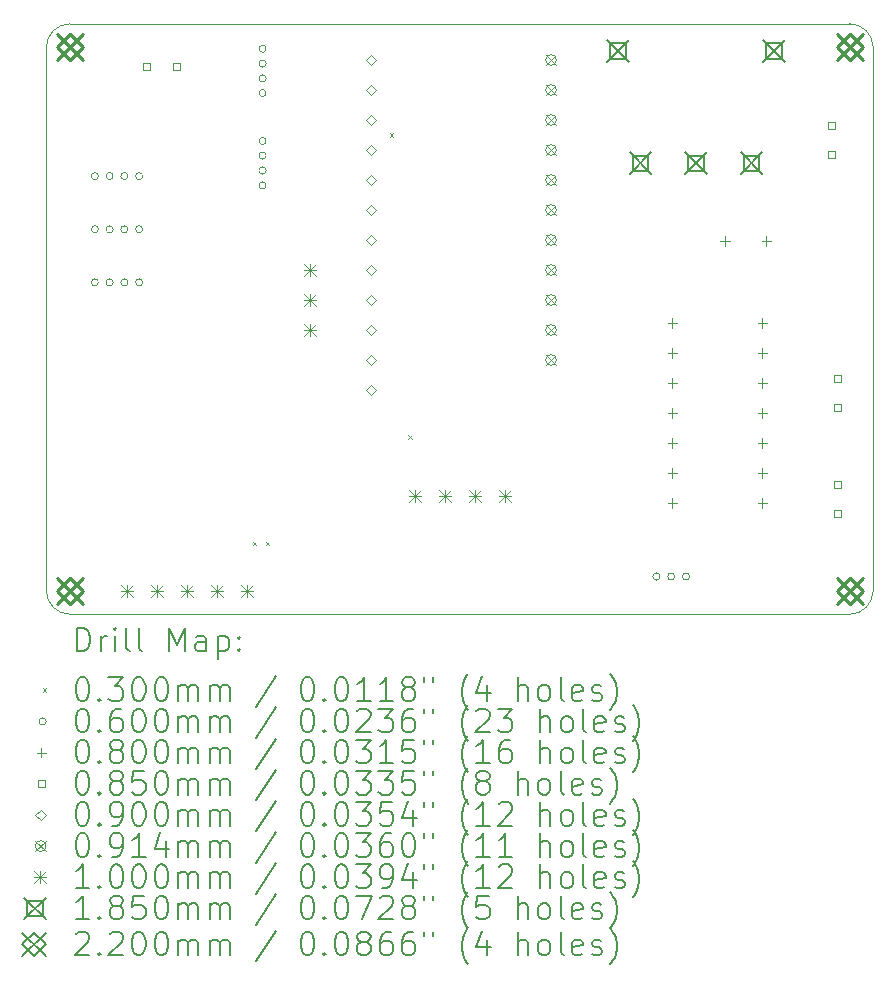
<source format=gbr>
%TF.GenerationSoftware,KiCad,Pcbnew,8.0.3-8.0.3-0~ubuntu22.04.1*%
%TF.CreationDate,2024-06-15T19:31:17-04:00*%
%TF.ProjectId,main_board,6d61696e-5f62-46f6-9172-642e6b696361,rev?*%
%TF.SameCoordinates,Original*%
%TF.FileFunction,Drillmap*%
%TF.FilePolarity,Positive*%
%FSLAX45Y45*%
G04 Gerber Fmt 4.5, Leading zero omitted, Abs format (unit mm)*
G04 Created by KiCad (PCBNEW 8.0.3-8.0.3-0~ubuntu22.04.1) date 2024-06-15 19:31:17*
%MOMM*%
%LPD*%
G01*
G04 APERTURE LIST*
%ADD10C,0.050000*%
%ADD11C,0.200000*%
%ADD12C,0.100000*%
%ADD13C,0.185000*%
%ADD14C,0.220000*%
G04 APERTURE END LIST*
D10*
X6500000Y-7700000D02*
G75*
G02*
X6700000Y-7500000I200000J0D01*
G01*
X13500000Y-7700000D02*
X13500000Y-12300000D01*
X13300000Y-7500000D02*
G75*
G02*
X13500000Y-7700000I0J-200000D01*
G01*
X6500000Y-12300000D02*
X6500000Y-7700000D01*
X6700000Y-7500000D02*
X13300000Y-7500000D01*
X13500000Y-12300000D02*
G75*
G02*
X13300000Y-12500000I-200000J0D01*
G01*
X6700000Y-12500000D02*
G75*
G02*
X6500000Y-12300000I0J200000D01*
G01*
X13300000Y-12500000D02*
X6700000Y-12500000D01*
D11*
D12*
X8245000Y-11885000D02*
X8275000Y-11915000D01*
X8275000Y-11885000D02*
X8245000Y-11915000D01*
X8355000Y-11885000D02*
X8385000Y-11915000D01*
X8385000Y-11885000D02*
X8355000Y-11915000D01*
X9405000Y-8425000D02*
X9435000Y-8455000D01*
X9435000Y-8425000D02*
X9405000Y-8455000D01*
X9565000Y-10985000D02*
X9595000Y-11015000D01*
X9595000Y-10985000D02*
X9565000Y-11015000D01*
X6940000Y-8790000D02*
G75*
G02*
X6880000Y-8790000I-30000J0D01*
G01*
X6880000Y-8790000D02*
G75*
G02*
X6940000Y-8790000I30000J0D01*
G01*
X6940000Y-9240000D02*
G75*
G02*
X6880000Y-9240000I-30000J0D01*
G01*
X6880000Y-9240000D02*
G75*
G02*
X6940000Y-9240000I30000J0D01*
G01*
X6940000Y-9690000D02*
G75*
G02*
X6880000Y-9690000I-30000J0D01*
G01*
X6880000Y-9690000D02*
G75*
G02*
X6940000Y-9690000I30000J0D01*
G01*
X7065000Y-8790000D02*
G75*
G02*
X7005000Y-8790000I-30000J0D01*
G01*
X7005000Y-8790000D02*
G75*
G02*
X7065000Y-8790000I30000J0D01*
G01*
X7065000Y-9240000D02*
G75*
G02*
X7005000Y-9240000I-30000J0D01*
G01*
X7005000Y-9240000D02*
G75*
G02*
X7065000Y-9240000I30000J0D01*
G01*
X7065000Y-9690000D02*
G75*
G02*
X7005000Y-9690000I-30000J0D01*
G01*
X7005000Y-9690000D02*
G75*
G02*
X7065000Y-9690000I30000J0D01*
G01*
X7190000Y-8790000D02*
G75*
G02*
X7130000Y-8790000I-30000J0D01*
G01*
X7130000Y-8790000D02*
G75*
G02*
X7190000Y-8790000I30000J0D01*
G01*
X7190000Y-9240000D02*
G75*
G02*
X7130000Y-9240000I-30000J0D01*
G01*
X7130000Y-9240000D02*
G75*
G02*
X7190000Y-9240000I30000J0D01*
G01*
X7190000Y-9690000D02*
G75*
G02*
X7130000Y-9690000I-30000J0D01*
G01*
X7130000Y-9690000D02*
G75*
G02*
X7190000Y-9690000I30000J0D01*
G01*
X7315000Y-8790000D02*
G75*
G02*
X7255000Y-8790000I-30000J0D01*
G01*
X7255000Y-8790000D02*
G75*
G02*
X7315000Y-8790000I30000J0D01*
G01*
X7315000Y-9240000D02*
G75*
G02*
X7255000Y-9240000I-30000J0D01*
G01*
X7255000Y-9240000D02*
G75*
G02*
X7315000Y-9240000I30000J0D01*
G01*
X7315000Y-9690000D02*
G75*
G02*
X7255000Y-9690000I-30000J0D01*
G01*
X7255000Y-9690000D02*
G75*
G02*
X7315000Y-9690000I30000J0D01*
G01*
X8360000Y-7712500D02*
G75*
G02*
X8300000Y-7712500I-30000J0D01*
G01*
X8300000Y-7712500D02*
G75*
G02*
X8360000Y-7712500I30000J0D01*
G01*
X8360000Y-7837500D02*
G75*
G02*
X8300000Y-7837500I-30000J0D01*
G01*
X8300000Y-7837500D02*
G75*
G02*
X8360000Y-7837500I30000J0D01*
G01*
X8360000Y-7962500D02*
G75*
G02*
X8300000Y-7962500I-30000J0D01*
G01*
X8300000Y-7962500D02*
G75*
G02*
X8360000Y-7962500I30000J0D01*
G01*
X8360000Y-8087500D02*
G75*
G02*
X8300000Y-8087500I-30000J0D01*
G01*
X8300000Y-8087500D02*
G75*
G02*
X8360000Y-8087500I30000J0D01*
G01*
X8360000Y-8492500D02*
G75*
G02*
X8300000Y-8492500I-30000J0D01*
G01*
X8300000Y-8492500D02*
G75*
G02*
X8360000Y-8492500I30000J0D01*
G01*
X8360000Y-8617500D02*
G75*
G02*
X8300000Y-8617500I-30000J0D01*
G01*
X8300000Y-8617500D02*
G75*
G02*
X8360000Y-8617500I30000J0D01*
G01*
X8360000Y-8742500D02*
G75*
G02*
X8300000Y-8742500I-30000J0D01*
G01*
X8300000Y-8742500D02*
G75*
G02*
X8360000Y-8742500I30000J0D01*
G01*
X8360000Y-8867500D02*
G75*
G02*
X8300000Y-8867500I-30000J0D01*
G01*
X8300000Y-8867500D02*
G75*
G02*
X8360000Y-8867500I30000J0D01*
G01*
X11695000Y-12180000D02*
G75*
G02*
X11635000Y-12180000I-30000J0D01*
G01*
X11635000Y-12180000D02*
G75*
G02*
X11695000Y-12180000I30000J0D01*
G01*
X11820000Y-12180000D02*
G75*
G02*
X11760000Y-12180000I-30000J0D01*
G01*
X11760000Y-12180000D02*
G75*
G02*
X11820000Y-12180000I30000J0D01*
G01*
X11945000Y-12180000D02*
G75*
G02*
X11885000Y-12180000I-30000J0D01*
G01*
X11885000Y-12180000D02*
G75*
G02*
X11945000Y-12180000I30000J0D01*
G01*
X11800000Y-9994000D02*
X11800000Y-10074000D01*
X11760000Y-10034000D02*
X11840000Y-10034000D01*
X11800000Y-10248000D02*
X11800000Y-10328000D01*
X11760000Y-10288000D02*
X11840000Y-10288000D01*
X11800000Y-10502000D02*
X11800000Y-10582000D01*
X11760000Y-10542000D02*
X11840000Y-10542000D01*
X11800000Y-10756000D02*
X11800000Y-10836000D01*
X11760000Y-10796000D02*
X11840000Y-10796000D01*
X11800000Y-11010000D02*
X11800000Y-11090000D01*
X11760000Y-11050000D02*
X11840000Y-11050000D01*
X11800000Y-11264000D02*
X11800000Y-11344000D01*
X11760000Y-11304000D02*
X11840000Y-11304000D01*
X11800000Y-11518000D02*
X11800000Y-11598000D01*
X11760000Y-11558000D02*
X11840000Y-11558000D01*
X12244735Y-9300000D02*
X12244735Y-9380000D01*
X12204735Y-9340000D02*
X12284735Y-9340000D01*
X12562000Y-9994000D02*
X12562000Y-10074000D01*
X12522000Y-10034000D02*
X12602000Y-10034000D01*
X12562000Y-10248000D02*
X12562000Y-10328000D01*
X12522000Y-10288000D02*
X12602000Y-10288000D01*
X12562000Y-10502000D02*
X12562000Y-10582000D01*
X12522000Y-10542000D02*
X12602000Y-10542000D01*
X12562000Y-10756000D02*
X12562000Y-10836000D01*
X12522000Y-10796000D02*
X12602000Y-10796000D01*
X12562000Y-11010000D02*
X12562000Y-11090000D01*
X12522000Y-11050000D02*
X12602000Y-11050000D01*
X12562000Y-11264000D02*
X12562000Y-11344000D01*
X12522000Y-11304000D02*
X12602000Y-11304000D01*
X12562000Y-11518000D02*
X12562000Y-11598000D01*
X12522000Y-11558000D02*
X12602000Y-11558000D01*
X12594735Y-9300000D02*
X12594735Y-9380000D01*
X12554735Y-9340000D02*
X12634735Y-9340000D01*
X7380052Y-7890052D02*
X7380052Y-7829948D01*
X7319948Y-7829948D01*
X7319948Y-7890052D01*
X7380052Y-7890052D01*
X7630052Y-7890052D02*
X7630052Y-7829948D01*
X7569948Y-7829948D01*
X7569948Y-7890052D01*
X7630052Y-7890052D01*
X13180052Y-8390052D02*
X13180052Y-8329948D01*
X13119948Y-8329948D01*
X13119948Y-8390052D01*
X13180052Y-8390052D01*
X13180052Y-8640052D02*
X13180052Y-8579948D01*
X13119948Y-8579948D01*
X13119948Y-8640052D01*
X13180052Y-8640052D01*
X13230052Y-10530052D02*
X13230052Y-10469948D01*
X13169948Y-10469948D01*
X13169948Y-10530052D01*
X13230052Y-10530052D01*
X13230052Y-10780052D02*
X13230052Y-10719948D01*
X13169948Y-10719948D01*
X13169948Y-10780052D01*
X13230052Y-10780052D01*
X13230052Y-11430052D02*
X13230052Y-11369948D01*
X13169948Y-11369948D01*
X13169948Y-11430052D01*
X13230052Y-11430052D01*
X13230052Y-11680052D02*
X13230052Y-11619948D01*
X13169948Y-11619948D01*
X13169948Y-11680052D01*
X13230052Y-11680052D01*
X9249000Y-7851400D02*
X9294000Y-7806400D01*
X9249000Y-7761400D01*
X9204000Y-7806400D01*
X9249000Y-7851400D01*
X9249000Y-8105400D02*
X9294000Y-8060400D01*
X9249000Y-8015400D01*
X9204000Y-8060400D01*
X9249000Y-8105400D01*
X9249000Y-8359400D02*
X9294000Y-8314400D01*
X9249000Y-8269400D01*
X9204000Y-8314400D01*
X9249000Y-8359400D01*
X9249000Y-8613400D02*
X9294000Y-8568400D01*
X9249000Y-8523400D01*
X9204000Y-8568400D01*
X9249000Y-8613400D01*
X9249000Y-8867400D02*
X9294000Y-8822400D01*
X9249000Y-8777400D01*
X9204000Y-8822400D01*
X9249000Y-8867400D01*
X9249000Y-9121400D02*
X9294000Y-9076400D01*
X9249000Y-9031400D01*
X9204000Y-9076400D01*
X9249000Y-9121400D01*
X9249000Y-9375400D02*
X9294000Y-9330400D01*
X9249000Y-9285400D01*
X9204000Y-9330400D01*
X9249000Y-9375400D01*
X9249000Y-9629400D02*
X9294000Y-9584400D01*
X9249000Y-9539400D01*
X9204000Y-9584400D01*
X9249000Y-9629400D01*
X9249000Y-9883400D02*
X9294000Y-9838400D01*
X9249000Y-9793400D01*
X9204000Y-9838400D01*
X9249000Y-9883400D01*
X9249000Y-10137400D02*
X9294000Y-10092400D01*
X9249000Y-10047400D01*
X9204000Y-10092400D01*
X9249000Y-10137400D01*
X9249000Y-10391400D02*
X9294000Y-10346400D01*
X9249000Y-10301400D01*
X9204000Y-10346400D01*
X9249000Y-10391400D01*
X9249000Y-10645400D02*
X9294000Y-10600400D01*
X9249000Y-10555400D01*
X9204000Y-10600400D01*
X9249000Y-10645400D01*
X10727280Y-7760680D02*
X10818720Y-7852120D01*
X10818720Y-7760680D02*
X10727280Y-7852120D01*
X10818720Y-7806400D02*
G75*
G02*
X10727280Y-7806400I-45720J0D01*
G01*
X10727280Y-7806400D02*
G75*
G02*
X10818720Y-7806400I45720J0D01*
G01*
X10727280Y-8014680D02*
X10818720Y-8106120D01*
X10818720Y-8014680D02*
X10727280Y-8106120D01*
X10818720Y-8060400D02*
G75*
G02*
X10727280Y-8060400I-45720J0D01*
G01*
X10727280Y-8060400D02*
G75*
G02*
X10818720Y-8060400I45720J0D01*
G01*
X10727280Y-8268680D02*
X10818720Y-8360120D01*
X10818720Y-8268680D02*
X10727280Y-8360120D01*
X10818720Y-8314400D02*
G75*
G02*
X10727280Y-8314400I-45720J0D01*
G01*
X10727280Y-8314400D02*
G75*
G02*
X10818720Y-8314400I45720J0D01*
G01*
X10727280Y-8522680D02*
X10818720Y-8614120D01*
X10818720Y-8522680D02*
X10727280Y-8614120D01*
X10818720Y-8568400D02*
G75*
G02*
X10727280Y-8568400I-45720J0D01*
G01*
X10727280Y-8568400D02*
G75*
G02*
X10818720Y-8568400I45720J0D01*
G01*
X10727280Y-8776680D02*
X10818720Y-8868120D01*
X10818720Y-8776680D02*
X10727280Y-8868120D01*
X10818720Y-8822400D02*
G75*
G02*
X10727280Y-8822400I-45720J0D01*
G01*
X10727280Y-8822400D02*
G75*
G02*
X10818720Y-8822400I45720J0D01*
G01*
X10727280Y-9030680D02*
X10818720Y-9122120D01*
X10818720Y-9030680D02*
X10727280Y-9122120D01*
X10818720Y-9076400D02*
G75*
G02*
X10727280Y-9076400I-45720J0D01*
G01*
X10727280Y-9076400D02*
G75*
G02*
X10818720Y-9076400I45720J0D01*
G01*
X10727280Y-9284680D02*
X10818720Y-9376120D01*
X10818720Y-9284680D02*
X10727280Y-9376120D01*
X10818720Y-9330400D02*
G75*
G02*
X10727280Y-9330400I-45720J0D01*
G01*
X10727280Y-9330400D02*
G75*
G02*
X10818720Y-9330400I45720J0D01*
G01*
X10727280Y-9538680D02*
X10818720Y-9630120D01*
X10818720Y-9538680D02*
X10727280Y-9630120D01*
X10818720Y-9584400D02*
G75*
G02*
X10727280Y-9584400I-45720J0D01*
G01*
X10727280Y-9584400D02*
G75*
G02*
X10818720Y-9584400I45720J0D01*
G01*
X10727280Y-9792680D02*
X10818720Y-9884120D01*
X10818720Y-9792680D02*
X10727280Y-9884120D01*
X10818720Y-9838400D02*
G75*
G02*
X10727280Y-9838400I-45720J0D01*
G01*
X10727280Y-9838400D02*
G75*
G02*
X10818720Y-9838400I45720J0D01*
G01*
X10727280Y-10046680D02*
X10818720Y-10138120D01*
X10818720Y-10046680D02*
X10727280Y-10138120D01*
X10818720Y-10092400D02*
G75*
G02*
X10727280Y-10092400I-45720J0D01*
G01*
X10727280Y-10092400D02*
G75*
G02*
X10818720Y-10092400I45720J0D01*
G01*
X10727280Y-10300680D02*
X10818720Y-10392120D01*
X10818720Y-10300680D02*
X10727280Y-10392120D01*
X10818720Y-10346400D02*
G75*
G02*
X10727280Y-10346400I-45720J0D01*
G01*
X10727280Y-10346400D02*
G75*
G02*
X10818720Y-10346400I45720J0D01*
G01*
X7130000Y-12250000D02*
X7230000Y-12350000D01*
X7230000Y-12250000D02*
X7130000Y-12350000D01*
X7180000Y-12250000D02*
X7180000Y-12350000D01*
X7130000Y-12300000D02*
X7230000Y-12300000D01*
X7384000Y-12250000D02*
X7484000Y-12350000D01*
X7484000Y-12250000D02*
X7384000Y-12350000D01*
X7434000Y-12250000D02*
X7434000Y-12350000D01*
X7384000Y-12300000D02*
X7484000Y-12300000D01*
X7638000Y-12250000D02*
X7738000Y-12350000D01*
X7738000Y-12250000D02*
X7638000Y-12350000D01*
X7688000Y-12250000D02*
X7688000Y-12350000D01*
X7638000Y-12300000D02*
X7738000Y-12300000D01*
X7892000Y-12250000D02*
X7992000Y-12350000D01*
X7992000Y-12250000D02*
X7892000Y-12350000D01*
X7942000Y-12250000D02*
X7942000Y-12350000D01*
X7892000Y-12300000D02*
X7992000Y-12300000D01*
X8146000Y-12250000D02*
X8246000Y-12350000D01*
X8246000Y-12250000D02*
X8146000Y-12350000D01*
X8196000Y-12250000D02*
X8196000Y-12350000D01*
X8146000Y-12300000D02*
X8246000Y-12300000D01*
X8680000Y-9532000D02*
X8780000Y-9632000D01*
X8780000Y-9532000D02*
X8680000Y-9632000D01*
X8730000Y-9532000D02*
X8730000Y-9632000D01*
X8680000Y-9582000D02*
X8780000Y-9582000D01*
X8680000Y-9786000D02*
X8780000Y-9886000D01*
X8780000Y-9786000D02*
X8680000Y-9886000D01*
X8730000Y-9786000D02*
X8730000Y-9886000D01*
X8680000Y-9836000D02*
X8780000Y-9836000D01*
X8680000Y-10040000D02*
X8780000Y-10140000D01*
X8780000Y-10040000D02*
X8680000Y-10140000D01*
X8730000Y-10040000D02*
X8730000Y-10140000D01*
X8680000Y-10090000D02*
X8780000Y-10090000D01*
X9568000Y-11450000D02*
X9668000Y-11550000D01*
X9668000Y-11450000D02*
X9568000Y-11550000D01*
X9618000Y-11450000D02*
X9618000Y-11550000D01*
X9568000Y-11500000D02*
X9668000Y-11500000D01*
X9822000Y-11450000D02*
X9922000Y-11550000D01*
X9922000Y-11450000D02*
X9822000Y-11550000D01*
X9872000Y-11450000D02*
X9872000Y-11550000D01*
X9822000Y-11500000D02*
X9922000Y-11500000D01*
X10076000Y-11450000D02*
X10176000Y-11550000D01*
X10176000Y-11450000D02*
X10076000Y-11550000D01*
X10126000Y-11450000D02*
X10126000Y-11550000D01*
X10076000Y-11500000D02*
X10176000Y-11500000D01*
X10330000Y-11450000D02*
X10430000Y-11550000D01*
X10430000Y-11450000D02*
X10330000Y-11550000D01*
X10380000Y-11450000D02*
X10380000Y-11550000D01*
X10330000Y-11500000D02*
X10430000Y-11500000D01*
D13*
X11247000Y-7636750D02*
X11432000Y-7821750D01*
X11432000Y-7636750D02*
X11247000Y-7821750D01*
X11404908Y-7794658D02*
X11404908Y-7663842D01*
X11274092Y-7663842D01*
X11274092Y-7794658D01*
X11404908Y-7794658D01*
X11437500Y-8589750D02*
X11622500Y-8774750D01*
X11622500Y-8589750D02*
X11437500Y-8774750D01*
X11595408Y-8747658D02*
X11595408Y-8616842D01*
X11464592Y-8616842D01*
X11464592Y-8747658D01*
X11595408Y-8747658D01*
X11907500Y-8589750D02*
X12092500Y-8774750D01*
X12092500Y-8589750D02*
X11907500Y-8774750D01*
X12065408Y-8747658D02*
X12065408Y-8616842D01*
X11934592Y-8616842D01*
X11934592Y-8747658D01*
X12065408Y-8747658D01*
X12377500Y-8589750D02*
X12562500Y-8774750D01*
X12562500Y-8589750D02*
X12377500Y-8774750D01*
X12535408Y-8747658D02*
X12535408Y-8616842D01*
X12404592Y-8616842D01*
X12404592Y-8747658D01*
X12535408Y-8747658D01*
X12568000Y-7636750D02*
X12753000Y-7821750D01*
X12753000Y-7636750D02*
X12568000Y-7821750D01*
X12725908Y-7794658D02*
X12725908Y-7663842D01*
X12595092Y-7663842D01*
X12595092Y-7794658D01*
X12725908Y-7794658D01*
D14*
X6590000Y-7590000D02*
X6810000Y-7810000D01*
X6810000Y-7590000D02*
X6590000Y-7810000D01*
X6700000Y-7810000D02*
X6810000Y-7700000D01*
X6700000Y-7590000D01*
X6590000Y-7700000D01*
X6700000Y-7810000D01*
X6590000Y-12190000D02*
X6810000Y-12410000D01*
X6810000Y-12190000D02*
X6590000Y-12410000D01*
X6700000Y-12410000D02*
X6810000Y-12300000D01*
X6700000Y-12190000D01*
X6590000Y-12300000D01*
X6700000Y-12410000D01*
X13190000Y-7590000D02*
X13410000Y-7810000D01*
X13410000Y-7590000D02*
X13190000Y-7810000D01*
X13300000Y-7810000D02*
X13410000Y-7700000D01*
X13300000Y-7590000D01*
X13190000Y-7700000D01*
X13300000Y-7810000D01*
X13190000Y-12190000D02*
X13410000Y-12410000D01*
X13410000Y-12190000D02*
X13190000Y-12410000D01*
X13300000Y-12410000D02*
X13410000Y-12300000D01*
X13300000Y-12190000D01*
X13190000Y-12300000D01*
X13300000Y-12410000D01*
D11*
X6758277Y-12813984D02*
X6758277Y-12613984D01*
X6758277Y-12613984D02*
X6805896Y-12613984D01*
X6805896Y-12613984D02*
X6834467Y-12623508D01*
X6834467Y-12623508D02*
X6853515Y-12642555D01*
X6853515Y-12642555D02*
X6863039Y-12661603D01*
X6863039Y-12661603D02*
X6872562Y-12699698D01*
X6872562Y-12699698D02*
X6872562Y-12728269D01*
X6872562Y-12728269D02*
X6863039Y-12766365D01*
X6863039Y-12766365D02*
X6853515Y-12785412D01*
X6853515Y-12785412D02*
X6834467Y-12804460D01*
X6834467Y-12804460D02*
X6805896Y-12813984D01*
X6805896Y-12813984D02*
X6758277Y-12813984D01*
X6958277Y-12813984D02*
X6958277Y-12680650D01*
X6958277Y-12718746D02*
X6967801Y-12699698D01*
X6967801Y-12699698D02*
X6977324Y-12690174D01*
X6977324Y-12690174D02*
X6996372Y-12680650D01*
X6996372Y-12680650D02*
X7015420Y-12680650D01*
X7082086Y-12813984D02*
X7082086Y-12680650D01*
X7082086Y-12613984D02*
X7072562Y-12623508D01*
X7072562Y-12623508D02*
X7082086Y-12633031D01*
X7082086Y-12633031D02*
X7091610Y-12623508D01*
X7091610Y-12623508D02*
X7082086Y-12613984D01*
X7082086Y-12613984D02*
X7082086Y-12633031D01*
X7205896Y-12813984D02*
X7186848Y-12804460D01*
X7186848Y-12804460D02*
X7177324Y-12785412D01*
X7177324Y-12785412D02*
X7177324Y-12613984D01*
X7310658Y-12813984D02*
X7291610Y-12804460D01*
X7291610Y-12804460D02*
X7282086Y-12785412D01*
X7282086Y-12785412D02*
X7282086Y-12613984D01*
X7539229Y-12813984D02*
X7539229Y-12613984D01*
X7539229Y-12613984D02*
X7605896Y-12756841D01*
X7605896Y-12756841D02*
X7672562Y-12613984D01*
X7672562Y-12613984D02*
X7672562Y-12813984D01*
X7853515Y-12813984D02*
X7853515Y-12709222D01*
X7853515Y-12709222D02*
X7843991Y-12690174D01*
X7843991Y-12690174D02*
X7824943Y-12680650D01*
X7824943Y-12680650D02*
X7786848Y-12680650D01*
X7786848Y-12680650D02*
X7767801Y-12690174D01*
X7853515Y-12804460D02*
X7834467Y-12813984D01*
X7834467Y-12813984D02*
X7786848Y-12813984D01*
X7786848Y-12813984D02*
X7767801Y-12804460D01*
X7767801Y-12804460D02*
X7758277Y-12785412D01*
X7758277Y-12785412D02*
X7758277Y-12766365D01*
X7758277Y-12766365D02*
X7767801Y-12747317D01*
X7767801Y-12747317D02*
X7786848Y-12737793D01*
X7786848Y-12737793D02*
X7834467Y-12737793D01*
X7834467Y-12737793D02*
X7853515Y-12728269D01*
X7948753Y-12680650D02*
X7948753Y-12880650D01*
X7948753Y-12690174D02*
X7967801Y-12680650D01*
X7967801Y-12680650D02*
X8005896Y-12680650D01*
X8005896Y-12680650D02*
X8024943Y-12690174D01*
X8024943Y-12690174D02*
X8034467Y-12699698D01*
X8034467Y-12699698D02*
X8043991Y-12718746D01*
X8043991Y-12718746D02*
X8043991Y-12775888D01*
X8043991Y-12775888D02*
X8034467Y-12794936D01*
X8034467Y-12794936D02*
X8024943Y-12804460D01*
X8024943Y-12804460D02*
X8005896Y-12813984D01*
X8005896Y-12813984D02*
X7967801Y-12813984D01*
X7967801Y-12813984D02*
X7948753Y-12804460D01*
X8129705Y-12794936D02*
X8139229Y-12804460D01*
X8139229Y-12804460D02*
X8129705Y-12813984D01*
X8129705Y-12813984D02*
X8120182Y-12804460D01*
X8120182Y-12804460D02*
X8129705Y-12794936D01*
X8129705Y-12794936D02*
X8129705Y-12813984D01*
X8129705Y-12690174D02*
X8139229Y-12699698D01*
X8139229Y-12699698D02*
X8129705Y-12709222D01*
X8129705Y-12709222D02*
X8120182Y-12699698D01*
X8120182Y-12699698D02*
X8129705Y-12690174D01*
X8129705Y-12690174D02*
X8129705Y-12709222D01*
D12*
X6467500Y-13127500D02*
X6497500Y-13157500D01*
X6497500Y-13127500D02*
X6467500Y-13157500D01*
D11*
X6796372Y-13033984D02*
X6815420Y-13033984D01*
X6815420Y-13033984D02*
X6834467Y-13043508D01*
X6834467Y-13043508D02*
X6843991Y-13053031D01*
X6843991Y-13053031D02*
X6853515Y-13072079D01*
X6853515Y-13072079D02*
X6863039Y-13110174D01*
X6863039Y-13110174D02*
X6863039Y-13157793D01*
X6863039Y-13157793D02*
X6853515Y-13195888D01*
X6853515Y-13195888D02*
X6843991Y-13214936D01*
X6843991Y-13214936D02*
X6834467Y-13224460D01*
X6834467Y-13224460D02*
X6815420Y-13233984D01*
X6815420Y-13233984D02*
X6796372Y-13233984D01*
X6796372Y-13233984D02*
X6777324Y-13224460D01*
X6777324Y-13224460D02*
X6767801Y-13214936D01*
X6767801Y-13214936D02*
X6758277Y-13195888D01*
X6758277Y-13195888D02*
X6748753Y-13157793D01*
X6748753Y-13157793D02*
X6748753Y-13110174D01*
X6748753Y-13110174D02*
X6758277Y-13072079D01*
X6758277Y-13072079D02*
X6767801Y-13053031D01*
X6767801Y-13053031D02*
X6777324Y-13043508D01*
X6777324Y-13043508D02*
X6796372Y-13033984D01*
X6948753Y-13214936D02*
X6958277Y-13224460D01*
X6958277Y-13224460D02*
X6948753Y-13233984D01*
X6948753Y-13233984D02*
X6939229Y-13224460D01*
X6939229Y-13224460D02*
X6948753Y-13214936D01*
X6948753Y-13214936D02*
X6948753Y-13233984D01*
X7024943Y-13033984D02*
X7148753Y-13033984D01*
X7148753Y-13033984D02*
X7082086Y-13110174D01*
X7082086Y-13110174D02*
X7110658Y-13110174D01*
X7110658Y-13110174D02*
X7129705Y-13119698D01*
X7129705Y-13119698D02*
X7139229Y-13129222D01*
X7139229Y-13129222D02*
X7148753Y-13148269D01*
X7148753Y-13148269D02*
X7148753Y-13195888D01*
X7148753Y-13195888D02*
X7139229Y-13214936D01*
X7139229Y-13214936D02*
X7129705Y-13224460D01*
X7129705Y-13224460D02*
X7110658Y-13233984D01*
X7110658Y-13233984D02*
X7053515Y-13233984D01*
X7053515Y-13233984D02*
X7034467Y-13224460D01*
X7034467Y-13224460D02*
X7024943Y-13214936D01*
X7272562Y-13033984D02*
X7291610Y-13033984D01*
X7291610Y-13033984D02*
X7310658Y-13043508D01*
X7310658Y-13043508D02*
X7320182Y-13053031D01*
X7320182Y-13053031D02*
X7329705Y-13072079D01*
X7329705Y-13072079D02*
X7339229Y-13110174D01*
X7339229Y-13110174D02*
X7339229Y-13157793D01*
X7339229Y-13157793D02*
X7329705Y-13195888D01*
X7329705Y-13195888D02*
X7320182Y-13214936D01*
X7320182Y-13214936D02*
X7310658Y-13224460D01*
X7310658Y-13224460D02*
X7291610Y-13233984D01*
X7291610Y-13233984D02*
X7272562Y-13233984D01*
X7272562Y-13233984D02*
X7253515Y-13224460D01*
X7253515Y-13224460D02*
X7243991Y-13214936D01*
X7243991Y-13214936D02*
X7234467Y-13195888D01*
X7234467Y-13195888D02*
X7224943Y-13157793D01*
X7224943Y-13157793D02*
X7224943Y-13110174D01*
X7224943Y-13110174D02*
X7234467Y-13072079D01*
X7234467Y-13072079D02*
X7243991Y-13053031D01*
X7243991Y-13053031D02*
X7253515Y-13043508D01*
X7253515Y-13043508D02*
X7272562Y-13033984D01*
X7463039Y-13033984D02*
X7482086Y-13033984D01*
X7482086Y-13033984D02*
X7501134Y-13043508D01*
X7501134Y-13043508D02*
X7510658Y-13053031D01*
X7510658Y-13053031D02*
X7520182Y-13072079D01*
X7520182Y-13072079D02*
X7529705Y-13110174D01*
X7529705Y-13110174D02*
X7529705Y-13157793D01*
X7529705Y-13157793D02*
X7520182Y-13195888D01*
X7520182Y-13195888D02*
X7510658Y-13214936D01*
X7510658Y-13214936D02*
X7501134Y-13224460D01*
X7501134Y-13224460D02*
X7482086Y-13233984D01*
X7482086Y-13233984D02*
X7463039Y-13233984D01*
X7463039Y-13233984D02*
X7443991Y-13224460D01*
X7443991Y-13224460D02*
X7434467Y-13214936D01*
X7434467Y-13214936D02*
X7424943Y-13195888D01*
X7424943Y-13195888D02*
X7415420Y-13157793D01*
X7415420Y-13157793D02*
X7415420Y-13110174D01*
X7415420Y-13110174D02*
X7424943Y-13072079D01*
X7424943Y-13072079D02*
X7434467Y-13053031D01*
X7434467Y-13053031D02*
X7443991Y-13043508D01*
X7443991Y-13043508D02*
X7463039Y-13033984D01*
X7615420Y-13233984D02*
X7615420Y-13100650D01*
X7615420Y-13119698D02*
X7624943Y-13110174D01*
X7624943Y-13110174D02*
X7643991Y-13100650D01*
X7643991Y-13100650D02*
X7672563Y-13100650D01*
X7672563Y-13100650D02*
X7691610Y-13110174D01*
X7691610Y-13110174D02*
X7701134Y-13129222D01*
X7701134Y-13129222D02*
X7701134Y-13233984D01*
X7701134Y-13129222D02*
X7710658Y-13110174D01*
X7710658Y-13110174D02*
X7729705Y-13100650D01*
X7729705Y-13100650D02*
X7758277Y-13100650D01*
X7758277Y-13100650D02*
X7777324Y-13110174D01*
X7777324Y-13110174D02*
X7786848Y-13129222D01*
X7786848Y-13129222D02*
X7786848Y-13233984D01*
X7882086Y-13233984D02*
X7882086Y-13100650D01*
X7882086Y-13119698D02*
X7891610Y-13110174D01*
X7891610Y-13110174D02*
X7910658Y-13100650D01*
X7910658Y-13100650D02*
X7939229Y-13100650D01*
X7939229Y-13100650D02*
X7958277Y-13110174D01*
X7958277Y-13110174D02*
X7967801Y-13129222D01*
X7967801Y-13129222D02*
X7967801Y-13233984D01*
X7967801Y-13129222D02*
X7977324Y-13110174D01*
X7977324Y-13110174D02*
X7996372Y-13100650D01*
X7996372Y-13100650D02*
X8024943Y-13100650D01*
X8024943Y-13100650D02*
X8043991Y-13110174D01*
X8043991Y-13110174D02*
X8053515Y-13129222D01*
X8053515Y-13129222D02*
X8053515Y-13233984D01*
X8443991Y-13024460D02*
X8272563Y-13281603D01*
X8701134Y-13033984D02*
X8720182Y-13033984D01*
X8720182Y-13033984D02*
X8739229Y-13043508D01*
X8739229Y-13043508D02*
X8748753Y-13053031D01*
X8748753Y-13053031D02*
X8758277Y-13072079D01*
X8758277Y-13072079D02*
X8767801Y-13110174D01*
X8767801Y-13110174D02*
X8767801Y-13157793D01*
X8767801Y-13157793D02*
X8758277Y-13195888D01*
X8758277Y-13195888D02*
X8748753Y-13214936D01*
X8748753Y-13214936D02*
X8739229Y-13224460D01*
X8739229Y-13224460D02*
X8720182Y-13233984D01*
X8720182Y-13233984D02*
X8701134Y-13233984D01*
X8701134Y-13233984D02*
X8682087Y-13224460D01*
X8682087Y-13224460D02*
X8672563Y-13214936D01*
X8672563Y-13214936D02*
X8663039Y-13195888D01*
X8663039Y-13195888D02*
X8653515Y-13157793D01*
X8653515Y-13157793D02*
X8653515Y-13110174D01*
X8653515Y-13110174D02*
X8663039Y-13072079D01*
X8663039Y-13072079D02*
X8672563Y-13053031D01*
X8672563Y-13053031D02*
X8682087Y-13043508D01*
X8682087Y-13043508D02*
X8701134Y-13033984D01*
X8853515Y-13214936D02*
X8863039Y-13224460D01*
X8863039Y-13224460D02*
X8853515Y-13233984D01*
X8853515Y-13233984D02*
X8843991Y-13224460D01*
X8843991Y-13224460D02*
X8853515Y-13214936D01*
X8853515Y-13214936D02*
X8853515Y-13233984D01*
X8986848Y-13033984D02*
X9005896Y-13033984D01*
X9005896Y-13033984D02*
X9024944Y-13043508D01*
X9024944Y-13043508D02*
X9034468Y-13053031D01*
X9034468Y-13053031D02*
X9043991Y-13072079D01*
X9043991Y-13072079D02*
X9053515Y-13110174D01*
X9053515Y-13110174D02*
X9053515Y-13157793D01*
X9053515Y-13157793D02*
X9043991Y-13195888D01*
X9043991Y-13195888D02*
X9034468Y-13214936D01*
X9034468Y-13214936D02*
X9024944Y-13224460D01*
X9024944Y-13224460D02*
X9005896Y-13233984D01*
X9005896Y-13233984D02*
X8986848Y-13233984D01*
X8986848Y-13233984D02*
X8967801Y-13224460D01*
X8967801Y-13224460D02*
X8958277Y-13214936D01*
X8958277Y-13214936D02*
X8948753Y-13195888D01*
X8948753Y-13195888D02*
X8939229Y-13157793D01*
X8939229Y-13157793D02*
X8939229Y-13110174D01*
X8939229Y-13110174D02*
X8948753Y-13072079D01*
X8948753Y-13072079D02*
X8958277Y-13053031D01*
X8958277Y-13053031D02*
X8967801Y-13043508D01*
X8967801Y-13043508D02*
X8986848Y-13033984D01*
X9243991Y-13233984D02*
X9129706Y-13233984D01*
X9186848Y-13233984D02*
X9186848Y-13033984D01*
X9186848Y-13033984D02*
X9167801Y-13062555D01*
X9167801Y-13062555D02*
X9148753Y-13081603D01*
X9148753Y-13081603D02*
X9129706Y-13091127D01*
X9434468Y-13233984D02*
X9320182Y-13233984D01*
X9377325Y-13233984D02*
X9377325Y-13033984D01*
X9377325Y-13033984D02*
X9358277Y-13062555D01*
X9358277Y-13062555D02*
X9339229Y-13081603D01*
X9339229Y-13081603D02*
X9320182Y-13091127D01*
X9548753Y-13119698D02*
X9529706Y-13110174D01*
X9529706Y-13110174D02*
X9520182Y-13100650D01*
X9520182Y-13100650D02*
X9510658Y-13081603D01*
X9510658Y-13081603D02*
X9510658Y-13072079D01*
X9510658Y-13072079D02*
X9520182Y-13053031D01*
X9520182Y-13053031D02*
X9529706Y-13043508D01*
X9529706Y-13043508D02*
X9548753Y-13033984D01*
X9548753Y-13033984D02*
X9586849Y-13033984D01*
X9586849Y-13033984D02*
X9605896Y-13043508D01*
X9605896Y-13043508D02*
X9615420Y-13053031D01*
X9615420Y-13053031D02*
X9624944Y-13072079D01*
X9624944Y-13072079D02*
X9624944Y-13081603D01*
X9624944Y-13081603D02*
X9615420Y-13100650D01*
X9615420Y-13100650D02*
X9605896Y-13110174D01*
X9605896Y-13110174D02*
X9586849Y-13119698D01*
X9586849Y-13119698D02*
X9548753Y-13119698D01*
X9548753Y-13119698D02*
X9529706Y-13129222D01*
X9529706Y-13129222D02*
X9520182Y-13138746D01*
X9520182Y-13138746D02*
X9510658Y-13157793D01*
X9510658Y-13157793D02*
X9510658Y-13195888D01*
X9510658Y-13195888D02*
X9520182Y-13214936D01*
X9520182Y-13214936D02*
X9529706Y-13224460D01*
X9529706Y-13224460D02*
X9548753Y-13233984D01*
X9548753Y-13233984D02*
X9586849Y-13233984D01*
X9586849Y-13233984D02*
X9605896Y-13224460D01*
X9605896Y-13224460D02*
X9615420Y-13214936D01*
X9615420Y-13214936D02*
X9624944Y-13195888D01*
X9624944Y-13195888D02*
X9624944Y-13157793D01*
X9624944Y-13157793D02*
X9615420Y-13138746D01*
X9615420Y-13138746D02*
X9605896Y-13129222D01*
X9605896Y-13129222D02*
X9586849Y-13119698D01*
X9701134Y-13033984D02*
X9701134Y-13072079D01*
X9777325Y-13033984D02*
X9777325Y-13072079D01*
X10072563Y-13310174D02*
X10063039Y-13300650D01*
X10063039Y-13300650D02*
X10043991Y-13272079D01*
X10043991Y-13272079D02*
X10034468Y-13253031D01*
X10034468Y-13253031D02*
X10024944Y-13224460D01*
X10024944Y-13224460D02*
X10015420Y-13176841D01*
X10015420Y-13176841D02*
X10015420Y-13138746D01*
X10015420Y-13138746D02*
X10024944Y-13091127D01*
X10024944Y-13091127D02*
X10034468Y-13062555D01*
X10034468Y-13062555D02*
X10043991Y-13043508D01*
X10043991Y-13043508D02*
X10063039Y-13014936D01*
X10063039Y-13014936D02*
X10072563Y-13005412D01*
X10234468Y-13100650D02*
X10234468Y-13233984D01*
X10186849Y-13024460D02*
X10139230Y-13167317D01*
X10139230Y-13167317D02*
X10263039Y-13167317D01*
X10491611Y-13233984D02*
X10491611Y-13033984D01*
X10577325Y-13233984D02*
X10577325Y-13129222D01*
X10577325Y-13129222D02*
X10567801Y-13110174D01*
X10567801Y-13110174D02*
X10548753Y-13100650D01*
X10548753Y-13100650D02*
X10520182Y-13100650D01*
X10520182Y-13100650D02*
X10501134Y-13110174D01*
X10501134Y-13110174D02*
X10491611Y-13119698D01*
X10701134Y-13233984D02*
X10682087Y-13224460D01*
X10682087Y-13224460D02*
X10672563Y-13214936D01*
X10672563Y-13214936D02*
X10663039Y-13195888D01*
X10663039Y-13195888D02*
X10663039Y-13138746D01*
X10663039Y-13138746D02*
X10672563Y-13119698D01*
X10672563Y-13119698D02*
X10682087Y-13110174D01*
X10682087Y-13110174D02*
X10701134Y-13100650D01*
X10701134Y-13100650D02*
X10729706Y-13100650D01*
X10729706Y-13100650D02*
X10748753Y-13110174D01*
X10748753Y-13110174D02*
X10758277Y-13119698D01*
X10758277Y-13119698D02*
X10767801Y-13138746D01*
X10767801Y-13138746D02*
X10767801Y-13195888D01*
X10767801Y-13195888D02*
X10758277Y-13214936D01*
X10758277Y-13214936D02*
X10748753Y-13224460D01*
X10748753Y-13224460D02*
X10729706Y-13233984D01*
X10729706Y-13233984D02*
X10701134Y-13233984D01*
X10882087Y-13233984D02*
X10863039Y-13224460D01*
X10863039Y-13224460D02*
X10853515Y-13205412D01*
X10853515Y-13205412D02*
X10853515Y-13033984D01*
X11034468Y-13224460D02*
X11015420Y-13233984D01*
X11015420Y-13233984D02*
X10977325Y-13233984D01*
X10977325Y-13233984D02*
X10958277Y-13224460D01*
X10958277Y-13224460D02*
X10948753Y-13205412D01*
X10948753Y-13205412D02*
X10948753Y-13129222D01*
X10948753Y-13129222D02*
X10958277Y-13110174D01*
X10958277Y-13110174D02*
X10977325Y-13100650D01*
X10977325Y-13100650D02*
X11015420Y-13100650D01*
X11015420Y-13100650D02*
X11034468Y-13110174D01*
X11034468Y-13110174D02*
X11043992Y-13129222D01*
X11043992Y-13129222D02*
X11043992Y-13148269D01*
X11043992Y-13148269D02*
X10948753Y-13167317D01*
X11120182Y-13224460D02*
X11139230Y-13233984D01*
X11139230Y-13233984D02*
X11177325Y-13233984D01*
X11177325Y-13233984D02*
X11196372Y-13224460D01*
X11196372Y-13224460D02*
X11205896Y-13205412D01*
X11205896Y-13205412D02*
X11205896Y-13195888D01*
X11205896Y-13195888D02*
X11196372Y-13176841D01*
X11196372Y-13176841D02*
X11177325Y-13167317D01*
X11177325Y-13167317D02*
X11148753Y-13167317D01*
X11148753Y-13167317D02*
X11129706Y-13157793D01*
X11129706Y-13157793D02*
X11120182Y-13138746D01*
X11120182Y-13138746D02*
X11120182Y-13129222D01*
X11120182Y-13129222D02*
X11129706Y-13110174D01*
X11129706Y-13110174D02*
X11148753Y-13100650D01*
X11148753Y-13100650D02*
X11177325Y-13100650D01*
X11177325Y-13100650D02*
X11196372Y-13110174D01*
X11272563Y-13310174D02*
X11282087Y-13300650D01*
X11282087Y-13300650D02*
X11301134Y-13272079D01*
X11301134Y-13272079D02*
X11310658Y-13253031D01*
X11310658Y-13253031D02*
X11320182Y-13224460D01*
X11320182Y-13224460D02*
X11329706Y-13176841D01*
X11329706Y-13176841D02*
X11329706Y-13138746D01*
X11329706Y-13138746D02*
X11320182Y-13091127D01*
X11320182Y-13091127D02*
X11310658Y-13062555D01*
X11310658Y-13062555D02*
X11301134Y-13043508D01*
X11301134Y-13043508D02*
X11282087Y-13014936D01*
X11282087Y-13014936D02*
X11272563Y-13005412D01*
D12*
X6497500Y-13406500D02*
G75*
G02*
X6437500Y-13406500I-30000J0D01*
G01*
X6437500Y-13406500D02*
G75*
G02*
X6497500Y-13406500I30000J0D01*
G01*
D11*
X6796372Y-13297984D02*
X6815420Y-13297984D01*
X6815420Y-13297984D02*
X6834467Y-13307508D01*
X6834467Y-13307508D02*
X6843991Y-13317031D01*
X6843991Y-13317031D02*
X6853515Y-13336079D01*
X6853515Y-13336079D02*
X6863039Y-13374174D01*
X6863039Y-13374174D02*
X6863039Y-13421793D01*
X6863039Y-13421793D02*
X6853515Y-13459888D01*
X6853515Y-13459888D02*
X6843991Y-13478936D01*
X6843991Y-13478936D02*
X6834467Y-13488460D01*
X6834467Y-13488460D02*
X6815420Y-13497984D01*
X6815420Y-13497984D02*
X6796372Y-13497984D01*
X6796372Y-13497984D02*
X6777324Y-13488460D01*
X6777324Y-13488460D02*
X6767801Y-13478936D01*
X6767801Y-13478936D02*
X6758277Y-13459888D01*
X6758277Y-13459888D02*
X6748753Y-13421793D01*
X6748753Y-13421793D02*
X6748753Y-13374174D01*
X6748753Y-13374174D02*
X6758277Y-13336079D01*
X6758277Y-13336079D02*
X6767801Y-13317031D01*
X6767801Y-13317031D02*
X6777324Y-13307508D01*
X6777324Y-13307508D02*
X6796372Y-13297984D01*
X6948753Y-13478936D02*
X6958277Y-13488460D01*
X6958277Y-13488460D02*
X6948753Y-13497984D01*
X6948753Y-13497984D02*
X6939229Y-13488460D01*
X6939229Y-13488460D02*
X6948753Y-13478936D01*
X6948753Y-13478936D02*
X6948753Y-13497984D01*
X7129705Y-13297984D02*
X7091610Y-13297984D01*
X7091610Y-13297984D02*
X7072562Y-13307508D01*
X7072562Y-13307508D02*
X7063039Y-13317031D01*
X7063039Y-13317031D02*
X7043991Y-13345603D01*
X7043991Y-13345603D02*
X7034467Y-13383698D01*
X7034467Y-13383698D02*
X7034467Y-13459888D01*
X7034467Y-13459888D02*
X7043991Y-13478936D01*
X7043991Y-13478936D02*
X7053515Y-13488460D01*
X7053515Y-13488460D02*
X7072562Y-13497984D01*
X7072562Y-13497984D02*
X7110658Y-13497984D01*
X7110658Y-13497984D02*
X7129705Y-13488460D01*
X7129705Y-13488460D02*
X7139229Y-13478936D01*
X7139229Y-13478936D02*
X7148753Y-13459888D01*
X7148753Y-13459888D02*
X7148753Y-13412269D01*
X7148753Y-13412269D02*
X7139229Y-13393222D01*
X7139229Y-13393222D02*
X7129705Y-13383698D01*
X7129705Y-13383698D02*
X7110658Y-13374174D01*
X7110658Y-13374174D02*
X7072562Y-13374174D01*
X7072562Y-13374174D02*
X7053515Y-13383698D01*
X7053515Y-13383698D02*
X7043991Y-13393222D01*
X7043991Y-13393222D02*
X7034467Y-13412269D01*
X7272562Y-13297984D02*
X7291610Y-13297984D01*
X7291610Y-13297984D02*
X7310658Y-13307508D01*
X7310658Y-13307508D02*
X7320182Y-13317031D01*
X7320182Y-13317031D02*
X7329705Y-13336079D01*
X7329705Y-13336079D02*
X7339229Y-13374174D01*
X7339229Y-13374174D02*
X7339229Y-13421793D01*
X7339229Y-13421793D02*
X7329705Y-13459888D01*
X7329705Y-13459888D02*
X7320182Y-13478936D01*
X7320182Y-13478936D02*
X7310658Y-13488460D01*
X7310658Y-13488460D02*
X7291610Y-13497984D01*
X7291610Y-13497984D02*
X7272562Y-13497984D01*
X7272562Y-13497984D02*
X7253515Y-13488460D01*
X7253515Y-13488460D02*
X7243991Y-13478936D01*
X7243991Y-13478936D02*
X7234467Y-13459888D01*
X7234467Y-13459888D02*
X7224943Y-13421793D01*
X7224943Y-13421793D02*
X7224943Y-13374174D01*
X7224943Y-13374174D02*
X7234467Y-13336079D01*
X7234467Y-13336079D02*
X7243991Y-13317031D01*
X7243991Y-13317031D02*
X7253515Y-13307508D01*
X7253515Y-13307508D02*
X7272562Y-13297984D01*
X7463039Y-13297984D02*
X7482086Y-13297984D01*
X7482086Y-13297984D02*
X7501134Y-13307508D01*
X7501134Y-13307508D02*
X7510658Y-13317031D01*
X7510658Y-13317031D02*
X7520182Y-13336079D01*
X7520182Y-13336079D02*
X7529705Y-13374174D01*
X7529705Y-13374174D02*
X7529705Y-13421793D01*
X7529705Y-13421793D02*
X7520182Y-13459888D01*
X7520182Y-13459888D02*
X7510658Y-13478936D01*
X7510658Y-13478936D02*
X7501134Y-13488460D01*
X7501134Y-13488460D02*
X7482086Y-13497984D01*
X7482086Y-13497984D02*
X7463039Y-13497984D01*
X7463039Y-13497984D02*
X7443991Y-13488460D01*
X7443991Y-13488460D02*
X7434467Y-13478936D01*
X7434467Y-13478936D02*
X7424943Y-13459888D01*
X7424943Y-13459888D02*
X7415420Y-13421793D01*
X7415420Y-13421793D02*
X7415420Y-13374174D01*
X7415420Y-13374174D02*
X7424943Y-13336079D01*
X7424943Y-13336079D02*
X7434467Y-13317031D01*
X7434467Y-13317031D02*
X7443991Y-13307508D01*
X7443991Y-13307508D02*
X7463039Y-13297984D01*
X7615420Y-13497984D02*
X7615420Y-13364650D01*
X7615420Y-13383698D02*
X7624943Y-13374174D01*
X7624943Y-13374174D02*
X7643991Y-13364650D01*
X7643991Y-13364650D02*
X7672563Y-13364650D01*
X7672563Y-13364650D02*
X7691610Y-13374174D01*
X7691610Y-13374174D02*
X7701134Y-13393222D01*
X7701134Y-13393222D02*
X7701134Y-13497984D01*
X7701134Y-13393222D02*
X7710658Y-13374174D01*
X7710658Y-13374174D02*
X7729705Y-13364650D01*
X7729705Y-13364650D02*
X7758277Y-13364650D01*
X7758277Y-13364650D02*
X7777324Y-13374174D01*
X7777324Y-13374174D02*
X7786848Y-13393222D01*
X7786848Y-13393222D02*
X7786848Y-13497984D01*
X7882086Y-13497984D02*
X7882086Y-13364650D01*
X7882086Y-13383698D02*
X7891610Y-13374174D01*
X7891610Y-13374174D02*
X7910658Y-13364650D01*
X7910658Y-13364650D02*
X7939229Y-13364650D01*
X7939229Y-13364650D02*
X7958277Y-13374174D01*
X7958277Y-13374174D02*
X7967801Y-13393222D01*
X7967801Y-13393222D02*
X7967801Y-13497984D01*
X7967801Y-13393222D02*
X7977324Y-13374174D01*
X7977324Y-13374174D02*
X7996372Y-13364650D01*
X7996372Y-13364650D02*
X8024943Y-13364650D01*
X8024943Y-13364650D02*
X8043991Y-13374174D01*
X8043991Y-13374174D02*
X8053515Y-13393222D01*
X8053515Y-13393222D02*
X8053515Y-13497984D01*
X8443991Y-13288460D02*
X8272563Y-13545603D01*
X8701134Y-13297984D02*
X8720182Y-13297984D01*
X8720182Y-13297984D02*
X8739229Y-13307508D01*
X8739229Y-13307508D02*
X8748753Y-13317031D01*
X8748753Y-13317031D02*
X8758277Y-13336079D01*
X8758277Y-13336079D02*
X8767801Y-13374174D01*
X8767801Y-13374174D02*
X8767801Y-13421793D01*
X8767801Y-13421793D02*
X8758277Y-13459888D01*
X8758277Y-13459888D02*
X8748753Y-13478936D01*
X8748753Y-13478936D02*
X8739229Y-13488460D01*
X8739229Y-13488460D02*
X8720182Y-13497984D01*
X8720182Y-13497984D02*
X8701134Y-13497984D01*
X8701134Y-13497984D02*
X8682087Y-13488460D01*
X8682087Y-13488460D02*
X8672563Y-13478936D01*
X8672563Y-13478936D02*
X8663039Y-13459888D01*
X8663039Y-13459888D02*
X8653515Y-13421793D01*
X8653515Y-13421793D02*
X8653515Y-13374174D01*
X8653515Y-13374174D02*
X8663039Y-13336079D01*
X8663039Y-13336079D02*
X8672563Y-13317031D01*
X8672563Y-13317031D02*
X8682087Y-13307508D01*
X8682087Y-13307508D02*
X8701134Y-13297984D01*
X8853515Y-13478936D02*
X8863039Y-13488460D01*
X8863039Y-13488460D02*
X8853515Y-13497984D01*
X8853515Y-13497984D02*
X8843991Y-13488460D01*
X8843991Y-13488460D02*
X8853515Y-13478936D01*
X8853515Y-13478936D02*
X8853515Y-13497984D01*
X8986848Y-13297984D02*
X9005896Y-13297984D01*
X9005896Y-13297984D02*
X9024944Y-13307508D01*
X9024944Y-13307508D02*
X9034468Y-13317031D01*
X9034468Y-13317031D02*
X9043991Y-13336079D01*
X9043991Y-13336079D02*
X9053515Y-13374174D01*
X9053515Y-13374174D02*
X9053515Y-13421793D01*
X9053515Y-13421793D02*
X9043991Y-13459888D01*
X9043991Y-13459888D02*
X9034468Y-13478936D01*
X9034468Y-13478936D02*
X9024944Y-13488460D01*
X9024944Y-13488460D02*
X9005896Y-13497984D01*
X9005896Y-13497984D02*
X8986848Y-13497984D01*
X8986848Y-13497984D02*
X8967801Y-13488460D01*
X8967801Y-13488460D02*
X8958277Y-13478936D01*
X8958277Y-13478936D02*
X8948753Y-13459888D01*
X8948753Y-13459888D02*
X8939229Y-13421793D01*
X8939229Y-13421793D02*
X8939229Y-13374174D01*
X8939229Y-13374174D02*
X8948753Y-13336079D01*
X8948753Y-13336079D02*
X8958277Y-13317031D01*
X8958277Y-13317031D02*
X8967801Y-13307508D01*
X8967801Y-13307508D02*
X8986848Y-13297984D01*
X9129706Y-13317031D02*
X9139229Y-13307508D01*
X9139229Y-13307508D02*
X9158277Y-13297984D01*
X9158277Y-13297984D02*
X9205896Y-13297984D01*
X9205896Y-13297984D02*
X9224944Y-13307508D01*
X9224944Y-13307508D02*
X9234468Y-13317031D01*
X9234468Y-13317031D02*
X9243991Y-13336079D01*
X9243991Y-13336079D02*
X9243991Y-13355127D01*
X9243991Y-13355127D02*
X9234468Y-13383698D01*
X9234468Y-13383698D02*
X9120182Y-13497984D01*
X9120182Y-13497984D02*
X9243991Y-13497984D01*
X9310658Y-13297984D02*
X9434468Y-13297984D01*
X9434468Y-13297984D02*
X9367801Y-13374174D01*
X9367801Y-13374174D02*
X9396372Y-13374174D01*
X9396372Y-13374174D02*
X9415420Y-13383698D01*
X9415420Y-13383698D02*
X9424944Y-13393222D01*
X9424944Y-13393222D02*
X9434468Y-13412269D01*
X9434468Y-13412269D02*
X9434468Y-13459888D01*
X9434468Y-13459888D02*
X9424944Y-13478936D01*
X9424944Y-13478936D02*
X9415420Y-13488460D01*
X9415420Y-13488460D02*
X9396372Y-13497984D01*
X9396372Y-13497984D02*
X9339229Y-13497984D01*
X9339229Y-13497984D02*
X9320182Y-13488460D01*
X9320182Y-13488460D02*
X9310658Y-13478936D01*
X9605896Y-13297984D02*
X9567801Y-13297984D01*
X9567801Y-13297984D02*
X9548753Y-13307508D01*
X9548753Y-13307508D02*
X9539229Y-13317031D01*
X9539229Y-13317031D02*
X9520182Y-13345603D01*
X9520182Y-13345603D02*
X9510658Y-13383698D01*
X9510658Y-13383698D02*
X9510658Y-13459888D01*
X9510658Y-13459888D02*
X9520182Y-13478936D01*
X9520182Y-13478936D02*
X9529706Y-13488460D01*
X9529706Y-13488460D02*
X9548753Y-13497984D01*
X9548753Y-13497984D02*
X9586849Y-13497984D01*
X9586849Y-13497984D02*
X9605896Y-13488460D01*
X9605896Y-13488460D02*
X9615420Y-13478936D01*
X9615420Y-13478936D02*
X9624944Y-13459888D01*
X9624944Y-13459888D02*
X9624944Y-13412269D01*
X9624944Y-13412269D02*
X9615420Y-13393222D01*
X9615420Y-13393222D02*
X9605896Y-13383698D01*
X9605896Y-13383698D02*
X9586849Y-13374174D01*
X9586849Y-13374174D02*
X9548753Y-13374174D01*
X9548753Y-13374174D02*
X9529706Y-13383698D01*
X9529706Y-13383698D02*
X9520182Y-13393222D01*
X9520182Y-13393222D02*
X9510658Y-13412269D01*
X9701134Y-13297984D02*
X9701134Y-13336079D01*
X9777325Y-13297984D02*
X9777325Y-13336079D01*
X10072563Y-13574174D02*
X10063039Y-13564650D01*
X10063039Y-13564650D02*
X10043991Y-13536079D01*
X10043991Y-13536079D02*
X10034468Y-13517031D01*
X10034468Y-13517031D02*
X10024944Y-13488460D01*
X10024944Y-13488460D02*
X10015420Y-13440841D01*
X10015420Y-13440841D02*
X10015420Y-13402746D01*
X10015420Y-13402746D02*
X10024944Y-13355127D01*
X10024944Y-13355127D02*
X10034468Y-13326555D01*
X10034468Y-13326555D02*
X10043991Y-13307508D01*
X10043991Y-13307508D02*
X10063039Y-13278936D01*
X10063039Y-13278936D02*
X10072563Y-13269412D01*
X10139230Y-13317031D02*
X10148753Y-13307508D01*
X10148753Y-13307508D02*
X10167801Y-13297984D01*
X10167801Y-13297984D02*
X10215420Y-13297984D01*
X10215420Y-13297984D02*
X10234468Y-13307508D01*
X10234468Y-13307508D02*
X10243991Y-13317031D01*
X10243991Y-13317031D02*
X10253515Y-13336079D01*
X10253515Y-13336079D02*
X10253515Y-13355127D01*
X10253515Y-13355127D02*
X10243991Y-13383698D01*
X10243991Y-13383698D02*
X10129706Y-13497984D01*
X10129706Y-13497984D02*
X10253515Y-13497984D01*
X10320182Y-13297984D02*
X10443991Y-13297984D01*
X10443991Y-13297984D02*
X10377325Y-13374174D01*
X10377325Y-13374174D02*
X10405896Y-13374174D01*
X10405896Y-13374174D02*
X10424944Y-13383698D01*
X10424944Y-13383698D02*
X10434468Y-13393222D01*
X10434468Y-13393222D02*
X10443991Y-13412269D01*
X10443991Y-13412269D02*
X10443991Y-13459888D01*
X10443991Y-13459888D02*
X10434468Y-13478936D01*
X10434468Y-13478936D02*
X10424944Y-13488460D01*
X10424944Y-13488460D02*
X10405896Y-13497984D01*
X10405896Y-13497984D02*
X10348753Y-13497984D01*
X10348753Y-13497984D02*
X10329706Y-13488460D01*
X10329706Y-13488460D02*
X10320182Y-13478936D01*
X10682087Y-13497984D02*
X10682087Y-13297984D01*
X10767801Y-13497984D02*
X10767801Y-13393222D01*
X10767801Y-13393222D02*
X10758277Y-13374174D01*
X10758277Y-13374174D02*
X10739230Y-13364650D01*
X10739230Y-13364650D02*
X10710658Y-13364650D01*
X10710658Y-13364650D02*
X10691611Y-13374174D01*
X10691611Y-13374174D02*
X10682087Y-13383698D01*
X10891611Y-13497984D02*
X10872563Y-13488460D01*
X10872563Y-13488460D02*
X10863039Y-13478936D01*
X10863039Y-13478936D02*
X10853515Y-13459888D01*
X10853515Y-13459888D02*
X10853515Y-13402746D01*
X10853515Y-13402746D02*
X10863039Y-13383698D01*
X10863039Y-13383698D02*
X10872563Y-13374174D01*
X10872563Y-13374174D02*
X10891611Y-13364650D01*
X10891611Y-13364650D02*
X10920182Y-13364650D01*
X10920182Y-13364650D02*
X10939230Y-13374174D01*
X10939230Y-13374174D02*
X10948753Y-13383698D01*
X10948753Y-13383698D02*
X10958277Y-13402746D01*
X10958277Y-13402746D02*
X10958277Y-13459888D01*
X10958277Y-13459888D02*
X10948753Y-13478936D01*
X10948753Y-13478936D02*
X10939230Y-13488460D01*
X10939230Y-13488460D02*
X10920182Y-13497984D01*
X10920182Y-13497984D02*
X10891611Y-13497984D01*
X11072563Y-13497984D02*
X11053515Y-13488460D01*
X11053515Y-13488460D02*
X11043992Y-13469412D01*
X11043992Y-13469412D02*
X11043992Y-13297984D01*
X11224944Y-13488460D02*
X11205896Y-13497984D01*
X11205896Y-13497984D02*
X11167801Y-13497984D01*
X11167801Y-13497984D02*
X11148753Y-13488460D01*
X11148753Y-13488460D02*
X11139230Y-13469412D01*
X11139230Y-13469412D02*
X11139230Y-13393222D01*
X11139230Y-13393222D02*
X11148753Y-13374174D01*
X11148753Y-13374174D02*
X11167801Y-13364650D01*
X11167801Y-13364650D02*
X11205896Y-13364650D01*
X11205896Y-13364650D02*
X11224944Y-13374174D01*
X11224944Y-13374174D02*
X11234468Y-13393222D01*
X11234468Y-13393222D02*
X11234468Y-13412269D01*
X11234468Y-13412269D02*
X11139230Y-13431317D01*
X11310658Y-13488460D02*
X11329706Y-13497984D01*
X11329706Y-13497984D02*
X11367801Y-13497984D01*
X11367801Y-13497984D02*
X11386849Y-13488460D01*
X11386849Y-13488460D02*
X11396372Y-13469412D01*
X11396372Y-13469412D02*
X11396372Y-13459888D01*
X11396372Y-13459888D02*
X11386849Y-13440841D01*
X11386849Y-13440841D02*
X11367801Y-13431317D01*
X11367801Y-13431317D02*
X11339230Y-13431317D01*
X11339230Y-13431317D02*
X11320182Y-13421793D01*
X11320182Y-13421793D02*
X11310658Y-13402746D01*
X11310658Y-13402746D02*
X11310658Y-13393222D01*
X11310658Y-13393222D02*
X11320182Y-13374174D01*
X11320182Y-13374174D02*
X11339230Y-13364650D01*
X11339230Y-13364650D02*
X11367801Y-13364650D01*
X11367801Y-13364650D02*
X11386849Y-13374174D01*
X11463039Y-13574174D02*
X11472563Y-13564650D01*
X11472563Y-13564650D02*
X11491611Y-13536079D01*
X11491611Y-13536079D02*
X11501134Y-13517031D01*
X11501134Y-13517031D02*
X11510658Y-13488460D01*
X11510658Y-13488460D02*
X11520182Y-13440841D01*
X11520182Y-13440841D02*
X11520182Y-13402746D01*
X11520182Y-13402746D02*
X11510658Y-13355127D01*
X11510658Y-13355127D02*
X11501134Y-13326555D01*
X11501134Y-13326555D02*
X11491611Y-13307508D01*
X11491611Y-13307508D02*
X11472563Y-13278936D01*
X11472563Y-13278936D02*
X11463039Y-13269412D01*
D12*
X6457500Y-13630500D02*
X6457500Y-13710500D01*
X6417500Y-13670500D02*
X6497500Y-13670500D01*
D11*
X6796372Y-13561984D02*
X6815420Y-13561984D01*
X6815420Y-13561984D02*
X6834467Y-13571508D01*
X6834467Y-13571508D02*
X6843991Y-13581031D01*
X6843991Y-13581031D02*
X6853515Y-13600079D01*
X6853515Y-13600079D02*
X6863039Y-13638174D01*
X6863039Y-13638174D02*
X6863039Y-13685793D01*
X6863039Y-13685793D02*
X6853515Y-13723888D01*
X6853515Y-13723888D02*
X6843991Y-13742936D01*
X6843991Y-13742936D02*
X6834467Y-13752460D01*
X6834467Y-13752460D02*
X6815420Y-13761984D01*
X6815420Y-13761984D02*
X6796372Y-13761984D01*
X6796372Y-13761984D02*
X6777324Y-13752460D01*
X6777324Y-13752460D02*
X6767801Y-13742936D01*
X6767801Y-13742936D02*
X6758277Y-13723888D01*
X6758277Y-13723888D02*
X6748753Y-13685793D01*
X6748753Y-13685793D02*
X6748753Y-13638174D01*
X6748753Y-13638174D02*
X6758277Y-13600079D01*
X6758277Y-13600079D02*
X6767801Y-13581031D01*
X6767801Y-13581031D02*
X6777324Y-13571508D01*
X6777324Y-13571508D02*
X6796372Y-13561984D01*
X6948753Y-13742936D02*
X6958277Y-13752460D01*
X6958277Y-13752460D02*
X6948753Y-13761984D01*
X6948753Y-13761984D02*
X6939229Y-13752460D01*
X6939229Y-13752460D02*
X6948753Y-13742936D01*
X6948753Y-13742936D02*
X6948753Y-13761984D01*
X7072562Y-13647698D02*
X7053515Y-13638174D01*
X7053515Y-13638174D02*
X7043991Y-13628650D01*
X7043991Y-13628650D02*
X7034467Y-13609603D01*
X7034467Y-13609603D02*
X7034467Y-13600079D01*
X7034467Y-13600079D02*
X7043991Y-13581031D01*
X7043991Y-13581031D02*
X7053515Y-13571508D01*
X7053515Y-13571508D02*
X7072562Y-13561984D01*
X7072562Y-13561984D02*
X7110658Y-13561984D01*
X7110658Y-13561984D02*
X7129705Y-13571508D01*
X7129705Y-13571508D02*
X7139229Y-13581031D01*
X7139229Y-13581031D02*
X7148753Y-13600079D01*
X7148753Y-13600079D02*
X7148753Y-13609603D01*
X7148753Y-13609603D02*
X7139229Y-13628650D01*
X7139229Y-13628650D02*
X7129705Y-13638174D01*
X7129705Y-13638174D02*
X7110658Y-13647698D01*
X7110658Y-13647698D02*
X7072562Y-13647698D01*
X7072562Y-13647698D02*
X7053515Y-13657222D01*
X7053515Y-13657222D02*
X7043991Y-13666746D01*
X7043991Y-13666746D02*
X7034467Y-13685793D01*
X7034467Y-13685793D02*
X7034467Y-13723888D01*
X7034467Y-13723888D02*
X7043991Y-13742936D01*
X7043991Y-13742936D02*
X7053515Y-13752460D01*
X7053515Y-13752460D02*
X7072562Y-13761984D01*
X7072562Y-13761984D02*
X7110658Y-13761984D01*
X7110658Y-13761984D02*
X7129705Y-13752460D01*
X7129705Y-13752460D02*
X7139229Y-13742936D01*
X7139229Y-13742936D02*
X7148753Y-13723888D01*
X7148753Y-13723888D02*
X7148753Y-13685793D01*
X7148753Y-13685793D02*
X7139229Y-13666746D01*
X7139229Y-13666746D02*
X7129705Y-13657222D01*
X7129705Y-13657222D02*
X7110658Y-13647698D01*
X7272562Y-13561984D02*
X7291610Y-13561984D01*
X7291610Y-13561984D02*
X7310658Y-13571508D01*
X7310658Y-13571508D02*
X7320182Y-13581031D01*
X7320182Y-13581031D02*
X7329705Y-13600079D01*
X7329705Y-13600079D02*
X7339229Y-13638174D01*
X7339229Y-13638174D02*
X7339229Y-13685793D01*
X7339229Y-13685793D02*
X7329705Y-13723888D01*
X7329705Y-13723888D02*
X7320182Y-13742936D01*
X7320182Y-13742936D02*
X7310658Y-13752460D01*
X7310658Y-13752460D02*
X7291610Y-13761984D01*
X7291610Y-13761984D02*
X7272562Y-13761984D01*
X7272562Y-13761984D02*
X7253515Y-13752460D01*
X7253515Y-13752460D02*
X7243991Y-13742936D01*
X7243991Y-13742936D02*
X7234467Y-13723888D01*
X7234467Y-13723888D02*
X7224943Y-13685793D01*
X7224943Y-13685793D02*
X7224943Y-13638174D01*
X7224943Y-13638174D02*
X7234467Y-13600079D01*
X7234467Y-13600079D02*
X7243991Y-13581031D01*
X7243991Y-13581031D02*
X7253515Y-13571508D01*
X7253515Y-13571508D02*
X7272562Y-13561984D01*
X7463039Y-13561984D02*
X7482086Y-13561984D01*
X7482086Y-13561984D02*
X7501134Y-13571508D01*
X7501134Y-13571508D02*
X7510658Y-13581031D01*
X7510658Y-13581031D02*
X7520182Y-13600079D01*
X7520182Y-13600079D02*
X7529705Y-13638174D01*
X7529705Y-13638174D02*
X7529705Y-13685793D01*
X7529705Y-13685793D02*
X7520182Y-13723888D01*
X7520182Y-13723888D02*
X7510658Y-13742936D01*
X7510658Y-13742936D02*
X7501134Y-13752460D01*
X7501134Y-13752460D02*
X7482086Y-13761984D01*
X7482086Y-13761984D02*
X7463039Y-13761984D01*
X7463039Y-13761984D02*
X7443991Y-13752460D01*
X7443991Y-13752460D02*
X7434467Y-13742936D01*
X7434467Y-13742936D02*
X7424943Y-13723888D01*
X7424943Y-13723888D02*
X7415420Y-13685793D01*
X7415420Y-13685793D02*
X7415420Y-13638174D01*
X7415420Y-13638174D02*
X7424943Y-13600079D01*
X7424943Y-13600079D02*
X7434467Y-13581031D01*
X7434467Y-13581031D02*
X7443991Y-13571508D01*
X7443991Y-13571508D02*
X7463039Y-13561984D01*
X7615420Y-13761984D02*
X7615420Y-13628650D01*
X7615420Y-13647698D02*
X7624943Y-13638174D01*
X7624943Y-13638174D02*
X7643991Y-13628650D01*
X7643991Y-13628650D02*
X7672563Y-13628650D01*
X7672563Y-13628650D02*
X7691610Y-13638174D01*
X7691610Y-13638174D02*
X7701134Y-13657222D01*
X7701134Y-13657222D02*
X7701134Y-13761984D01*
X7701134Y-13657222D02*
X7710658Y-13638174D01*
X7710658Y-13638174D02*
X7729705Y-13628650D01*
X7729705Y-13628650D02*
X7758277Y-13628650D01*
X7758277Y-13628650D02*
X7777324Y-13638174D01*
X7777324Y-13638174D02*
X7786848Y-13657222D01*
X7786848Y-13657222D02*
X7786848Y-13761984D01*
X7882086Y-13761984D02*
X7882086Y-13628650D01*
X7882086Y-13647698D02*
X7891610Y-13638174D01*
X7891610Y-13638174D02*
X7910658Y-13628650D01*
X7910658Y-13628650D02*
X7939229Y-13628650D01*
X7939229Y-13628650D02*
X7958277Y-13638174D01*
X7958277Y-13638174D02*
X7967801Y-13657222D01*
X7967801Y-13657222D02*
X7967801Y-13761984D01*
X7967801Y-13657222D02*
X7977324Y-13638174D01*
X7977324Y-13638174D02*
X7996372Y-13628650D01*
X7996372Y-13628650D02*
X8024943Y-13628650D01*
X8024943Y-13628650D02*
X8043991Y-13638174D01*
X8043991Y-13638174D02*
X8053515Y-13657222D01*
X8053515Y-13657222D02*
X8053515Y-13761984D01*
X8443991Y-13552460D02*
X8272563Y-13809603D01*
X8701134Y-13561984D02*
X8720182Y-13561984D01*
X8720182Y-13561984D02*
X8739229Y-13571508D01*
X8739229Y-13571508D02*
X8748753Y-13581031D01*
X8748753Y-13581031D02*
X8758277Y-13600079D01*
X8758277Y-13600079D02*
X8767801Y-13638174D01*
X8767801Y-13638174D02*
X8767801Y-13685793D01*
X8767801Y-13685793D02*
X8758277Y-13723888D01*
X8758277Y-13723888D02*
X8748753Y-13742936D01*
X8748753Y-13742936D02*
X8739229Y-13752460D01*
X8739229Y-13752460D02*
X8720182Y-13761984D01*
X8720182Y-13761984D02*
X8701134Y-13761984D01*
X8701134Y-13761984D02*
X8682087Y-13752460D01*
X8682087Y-13752460D02*
X8672563Y-13742936D01*
X8672563Y-13742936D02*
X8663039Y-13723888D01*
X8663039Y-13723888D02*
X8653515Y-13685793D01*
X8653515Y-13685793D02*
X8653515Y-13638174D01*
X8653515Y-13638174D02*
X8663039Y-13600079D01*
X8663039Y-13600079D02*
X8672563Y-13581031D01*
X8672563Y-13581031D02*
X8682087Y-13571508D01*
X8682087Y-13571508D02*
X8701134Y-13561984D01*
X8853515Y-13742936D02*
X8863039Y-13752460D01*
X8863039Y-13752460D02*
X8853515Y-13761984D01*
X8853515Y-13761984D02*
X8843991Y-13752460D01*
X8843991Y-13752460D02*
X8853515Y-13742936D01*
X8853515Y-13742936D02*
X8853515Y-13761984D01*
X8986848Y-13561984D02*
X9005896Y-13561984D01*
X9005896Y-13561984D02*
X9024944Y-13571508D01*
X9024944Y-13571508D02*
X9034468Y-13581031D01*
X9034468Y-13581031D02*
X9043991Y-13600079D01*
X9043991Y-13600079D02*
X9053515Y-13638174D01*
X9053515Y-13638174D02*
X9053515Y-13685793D01*
X9053515Y-13685793D02*
X9043991Y-13723888D01*
X9043991Y-13723888D02*
X9034468Y-13742936D01*
X9034468Y-13742936D02*
X9024944Y-13752460D01*
X9024944Y-13752460D02*
X9005896Y-13761984D01*
X9005896Y-13761984D02*
X8986848Y-13761984D01*
X8986848Y-13761984D02*
X8967801Y-13752460D01*
X8967801Y-13752460D02*
X8958277Y-13742936D01*
X8958277Y-13742936D02*
X8948753Y-13723888D01*
X8948753Y-13723888D02*
X8939229Y-13685793D01*
X8939229Y-13685793D02*
X8939229Y-13638174D01*
X8939229Y-13638174D02*
X8948753Y-13600079D01*
X8948753Y-13600079D02*
X8958277Y-13581031D01*
X8958277Y-13581031D02*
X8967801Y-13571508D01*
X8967801Y-13571508D02*
X8986848Y-13561984D01*
X9120182Y-13561984D02*
X9243991Y-13561984D01*
X9243991Y-13561984D02*
X9177325Y-13638174D01*
X9177325Y-13638174D02*
X9205896Y-13638174D01*
X9205896Y-13638174D02*
X9224944Y-13647698D01*
X9224944Y-13647698D02*
X9234468Y-13657222D01*
X9234468Y-13657222D02*
X9243991Y-13676269D01*
X9243991Y-13676269D02*
X9243991Y-13723888D01*
X9243991Y-13723888D02*
X9234468Y-13742936D01*
X9234468Y-13742936D02*
X9224944Y-13752460D01*
X9224944Y-13752460D02*
X9205896Y-13761984D01*
X9205896Y-13761984D02*
X9148753Y-13761984D01*
X9148753Y-13761984D02*
X9129706Y-13752460D01*
X9129706Y-13752460D02*
X9120182Y-13742936D01*
X9434468Y-13761984D02*
X9320182Y-13761984D01*
X9377325Y-13761984D02*
X9377325Y-13561984D01*
X9377325Y-13561984D02*
X9358277Y-13590555D01*
X9358277Y-13590555D02*
X9339229Y-13609603D01*
X9339229Y-13609603D02*
X9320182Y-13619127D01*
X9615420Y-13561984D02*
X9520182Y-13561984D01*
X9520182Y-13561984D02*
X9510658Y-13657222D01*
X9510658Y-13657222D02*
X9520182Y-13647698D01*
X9520182Y-13647698D02*
X9539229Y-13638174D01*
X9539229Y-13638174D02*
X9586849Y-13638174D01*
X9586849Y-13638174D02*
X9605896Y-13647698D01*
X9605896Y-13647698D02*
X9615420Y-13657222D01*
X9615420Y-13657222D02*
X9624944Y-13676269D01*
X9624944Y-13676269D02*
X9624944Y-13723888D01*
X9624944Y-13723888D02*
X9615420Y-13742936D01*
X9615420Y-13742936D02*
X9605896Y-13752460D01*
X9605896Y-13752460D02*
X9586849Y-13761984D01*
X9586849Y-13761984D02*
X9539229Y-13761984D01*
X9539229Y-13761984D02*
X9520182Y-13752460D01*
X9520182Y-13752460D02*
X9510658Y-13742936D01*
X9701134Y-13561984D02*
X9701134Y-13600079D01*
X9777325Y-13561984D02*
X9777325Y-13600079D01*
X10072563Y-13838174D02*
X10063039Y-13828650D01*
X10063039Y-13828650D02*
X10043991Y-13800079D01*
X10043991Y-13800079D02*
X10034468Y-13781031D01*
X10034468Y-13781031D02*
X10024944Y-13752460D01*
X10024944Y-13752460D02*
X10015420Y-13704841D01*
X10015420Y-13704841D02*
X10015420Y-13666746D01*
X10015420Y-13666746D02*
X10024944Y-13619127D01*
X10024944Y-13619127D02*
X10034468Y-13590555D01*
X10034468Y-13590555D02*
X10043991Y-13571508D01*
X10043991Y-13571508D02*
X10063039Y-13542936D01*
X10063039Y-13542936D02*
X10072563Y-13533412D01*
X10253515Y-13761984D02*
X10139230Y-13761984D01*
X10196372Y-13761984D02*
X10196372Y-13561984D01*
X10196372Y-13561984D02*
X10177325Y-13590555D01*
X10177325Y-13590555D02*
X10158277Y-13609603D01*
X10158277Y-13609603D02*
X10139230Y-13619127D01*
X10424944Y-13561984D02*
X10386849Y-13561984D01*
X10386849Y-13561984D02*
X10367801Y-13571508D01*
X10367801Y-13571508D02*
X10358277Y-13581031D01*
X10358277Y-13581031D02*
X10339230Y-13609603D01*
X10339230Y-13609603D02*
X10329706Y-13647698D01*
X10329706Y-13647698D02*
X10329706Y-13723888D01*
X10329706Y-13723888D02*
X10339230Y-13742936D01*
X10339230Y-13742936D02*
X10348753Y-13752460D01*
X10348753Y-13752460D02*
X10367801Y-13761984D01*
X10367801Y-13761984D02*
X10405896Y-13761984D01*
X10405896Y-13761984D02*
X10424944Y-13752460D01*
X10424944Y-13752460D02*
X10434468Y-13742936D01*
X10434468Y-13742936D02*
X10443991Y-13723888D01*
X10443991Y-13723888D02*
X10443991Y-13676269D01*
X10443991Y-13676269D02*
X10434468Y-13657222D01*
X10434468Y-13657222D02*
X10424944Y-13647698D01*
X10424944Y-13647698D02*
X10405896Y-13638174D01*
X10405896Y-13638174D02*
X10367801Y-13638174D01*
X10367801Y-13638174D02*
X10348753Y-13647698D01*
X10348753Y-13647698D02*
X10339230Y-13657222D01*
X10339230Y-13657222D02*
X10329706Y-13676269D01*
X10682087Y-13761984D02*
X10682087Y-13561984D01*
X10767801Y-13761984D02*
X10767801Y-13657222D01*
X10767801Y-13657222D02*
X10758277Y-13638174D01*
X10758277Y-13638174D02*
X10739230Y-13628650D01*
X10739230Y-13628650D02*
X10710658Y-13628650D01*
X10710658Y-13628650D02*
X10691611Y-13638174D01*
X10691611Y-13638174D02*
X10682087Y-13647698D01*
X10891611Y-13761984D02*
X10872563Y-13752460D01*
X10872563Y-13752460D02*
X10863039Y-13742936D01*
X10863039Y-13742936D02*
X10853515Y-13723888D01*
X10853515Y-13723888D02*
X10853515Y-13666746D01*
X10853515Y-13666746D02*
X10863039Y-13647698D01*
X10863039Y-13647698D02*
X10872563Y-13638174D01*
X10872563Y-13638174D02*
X10891611Y-13628650D01*
X10891611Y-13628650D02*
X10920182Y-13628650D01*
X10920182Y-13628650D02*
X10939230Y-13638174D01*
X10939230Y-13638174D02*
X10948753Y-13647698D01*
X10948753Y-13647698D02*
X10958277Y-13666746D01*
X10958277Y-13666746D02*
X10958277Y-13723888D01*
X10958277Y-13723888D02*
X10948753Y-13742936D01*
X10948753Y-13742936D02*
X10939230Y-13752460D01*
X10939230Y-13752460D02*
X10920182Y-13761984D01*
X10920182Y-13761984D02*
X10891611Y-13761984D01*
X11072563Y-13761984D02*
X11053515Y-13752460D01*
X11053515Y-13752460D02*
X11043992Y-13733412D01*
X11043992Y-13733412D02*
X11043992Y-13561984D01*
X11224944Y-13752460D02*
X11205896Y-13761984D01*
X11205896Y-13761984D02*
X11167801Y-13761984D01*
X11167801Y-13761984D02*
X11148753Y-13752460D01*
X11148753Y-13752460D02*
X11139230Y-13733412D01*
X11139230Y-13733412D02*
X11139230Y-13657222D01*
X11139230Y-13657222D02*
X11148753Y-13638174D01*
X11148753Y-13638174D02*
X11167801Y-13628650D01*
X11167801Y-13628650D02*
X11205896Y-13628650D01*
X11205896Y-13628650D02*
X11224944Y-13638174D01*
X11224944Y-13638174D02*
X11234468Y-13657222D01*
X11234468Y-13657222D02*
X11234468Y-13676269D01*
X11234468Y-13676269D02*
X11139230Y-13695317D01*
X11310658Y-13752460D02*
X11329706Y-13761984D01*
X11329706Y-13761984D02*
X11367801Y-13761984D01*
X11367801Y-13761984D02*
X11386849Y-13752460D01*
X11386849Y-13752460D02*
X11396372Y-13733412D01*
X11396372Y-13733412D02*
X11396372Y-13723888D01*
X11396372Y-13723888D02*
X11386849Y-13704841D01*
X11386849Y-13704841D02*
X11367801Y-13695317D01*
X11367801Y-13695317D02*
X11339230Y-13695317D01*
X11339230Y-13695317D02*
X11320182Y-13685793D01*
X11320182Y-13685793D02*
X11310658Y-13666746D01*
X11310658Y-13666746D02*
X11310658Y-13657222D01*
X11310658Y-13657222D02*
X11320182Y-13638174D01*
X11320182Y-13638174D02*
X11339230Y-13628650D01*
X11339230Y-13628650D02*
X11367801Y-13628650D01*
X11367801Y-13628650D02*
X11386849Y-13638174D01*
X11463039Y-13838174D02*
X11472563Y-13828650D01*
X11472563Y-13828650D02*
X11491611Y-13800079D01*
X11491611Y-13800079D02*
X11501134Y-13781031D01*
X11501134Y-13781031D02*
X11510658Y-13752460D01*
X11510658Y-13752460D02*
X11520182Y-13704841D01*
X11520182Y-13704841D02*
X11520182Y-13666746D01*
X11520182Y-13666746D02*
X11510658Y-13619127D01*
X11510658Y-13619127D02*
X11501134Y-13590555D01*
X11501134Y-13590555D02*
X11491611Y-13571508D01*
X11491611Y-13571508D02*
X11472563Y-13542936D01*
X11472563Y-13542936D02*
X11463039Y-13533412D01*
D12*
X6485052Y-13964552D02*
X6485052Y-13904448D01*
X6424948Y-13904448D01*
X6424948Y-13964552D01*
X6485052Y-13964552D01*
D11*
X6796372Y-13825984D02*
X6815420Y-13825984D01*
X6815420Y-13825984D02*
X6834467Y-13835508D01*
X6834467Y-13835508D02*
X6843991Y-13845031D01*
X6843991Y-13845031D02*
X6853515Y-13864079D01*
X6853515Y-13864079D02*
X6863039Y-13902174D01*
X6863039Y-13902174D02*
X6863039Y-13949793D01*
X6863039Y-13949793D02*
X6853515Y-13987888D01*
X6853515Y-13987888D02*
X6843991Y-14006936D01*
X6843991Y-14006936D02*
X6834467Y-14016460D01*
X6834467Y-14016460D02*
X6815420Y-14025984D01*
X6815420Y-14025984D02*
X6796372Y-14025984D01*
X6796372Y-14025984D02*
X6777324Y-14016460D01*
X6777324Y-14016460D02*
X6767801Y-14006936D01*
X6767801Y-14006936D02*
X6758277Y-13987888D01*
X6758277Y-13987888D02*
X6748753Y-13949793D01*
X6748753Y-13949793D02*
X6748753Y-13902174D01*
X6748753Y-13902174D02*
X6758277Y-13864079D01*
X6758277Y-13864079D02*
X6767801Y-13845031D01*
X6767801Y-13845031D02*
X6777324Y-13835508D01*
X6777324Y-13835508D02*
X6796372Y-13825984D01*
X6948753Y-14006936D02*
X6958277Y-14016460D01*
X6958277Y-14016460D02*
X6948753Y-14025984D01*
X6948753Y-14025984D02*
X6939229Y-14016460D01*
X6939229Y-14016460D02*
X6948753Y-14006936D01*
X6948753Y-14006936D02*
X6948753Y-14025984D01*
X7072562Y-13911698D02*
X7053515Y-13902174D01*
X7053515Y-13902174D02*
X7043991Y-13892650D01*
X7043991Y-13892650D02*
X7034467Y-13873603D01*
X7034467Y-13873603D02*
X7034467Y-13864079D01*
X7034467Y-13864079D02*
X7043991Y-13845031D01*
X7043991Y-13845031D02*
X7053515Y-13835508D01*
X7053515Y-13835508D02*
X7072562Y-13825984D01*
X7072562Y-13825984D02*
X7110658Y-13825984D01*
X7110658Y-13825984D02*
X7129705Y-13835508D01*
X7129705Y-13835508D02*
X7139229Y-13845031D01*
X7139229Y-13845031D02*
X7148753Y-13864079D01*
X7148753Y-13864079D02*
X7148753Y-13873603D01*
X7148753Y-13873603D02*
X7139229Y-13892650D01*
X7139229Y-13892650D02*
X7129705Y-13902174D01*
X7129705Y-13902174D02*
X7110658Y-13911698D01*
X7110658Y-13911698D02*
X7072562Y-13911698D01*
X7072562Y-13911698D02*
X7053515Y-13921222D01*
X7053515Y-13921222D02*
X7043991Y-13930746D01*
X7043991Y-13930746D02*
X7034467Y-13949793D01*
X7034467Y-13949793D02*
X7034467Y-13987888D01*
X7034467Y-13987888D02*
X7043991Y-14006936D01*
X7043991Y-14006936D02*
X7053515Y-14016460D01*
X7053515Y-14016460D02*
X7072562Y-14025984D01*
X7072562Y-14025984D02*
X7110658Y-14025984D01*
X7110658Y-14025984D02*
X7129705Y-14016460D01*
X7129705Y-14016460D02*
X7139229Y-14006936D01*
X7139229Y-14006936D02*
X7148753Y-13987888D01*
X7148753Y-13987888D02*
X7148753Y-13949793D01*
X7148753Y-13949793D02*
X7139229Y-13930746D01*
X7139229Y-13930746D02*
X7129705Y-13921222D01*
X7129705Y-13921222D02*
X7110658Y-13911698D01*
X7329705Y-13825984D02*
X7234467Y-13825984D01*
X7234467Y-13825984D02*
X7224943Y-13921222D01*
X7224943Y-13921222D02*
X7234467Y-13911698D01*
X7234467Y-13911698D02*
X7253515Y-13902174D01*
X7253515Y-13902174D02*
X7301134Y-13902174D01*
X7301134Y-13902174D02*
X7320182Y-13911698D01*
X7320182Y-13911698D02*
X7329705Y-13921222D01*
X7329705Y-13921222D02*
X7339229Y-13940269D01*
X7339229Y-13940269D02*
X7339229Y-13987888D01*
X7339229Y-13987888D02*
X7329705Y-14006936D01*
X7329705Y-14006936D02*
X7320182Y-14016460D01*
X7320182Y-14016460D02*
X7301134Y-14025984D01*
X7301134Y-14025984D02*
X7253515Y-14025984D01*
X7253515Y-14025984D02*
X7234467Y-14016460D01*
X7234467Y-14016460D02*
X7224943Y-14006936D01*
X7463039Y-13825984D02*
X7482086Y-13825984D01*
X7482086Y-13825984D02*
X7501134Y-13835508D01*
X7501134Y-13835508D02*
X7510658Y-13845031D01*
X7510658Y-13845031D02*
X7520182Y-13864079D01*
X7520182Y-13864079D02*
X7529705Y-13902174D01*
X7529705Y-13902174D02*
X7529705Y-13949793D01*
X7529705Y-13949793D02*
X7520182Y-13987888D01*
X7520182Y-13987888D02*
X7510658Y-14006936D01*
X7510658Y-14006936D02*
X7501134Y-14016460D01*
X7501134Y-14016460D02*
X7482086Y-14025984D01*
X7482086Y-14025984D02*
X7463039Y-14025984D01*
X7463039Y-14025984D02*
X7443991Y-14016460D01*
X7443991Y-14016460D02*
X7434467Y-14006936D01*
X7434467Y-14006936D02*
X7424943Y-13987888D01*
X7424943Y-13987888D02*
X7415420Y-13949793D01*
X7415420Y-13949793D02*
X7415420Y-13902174D01*
X7415420Y-13902174D02*
X7424943Y-13864079D01*
X7424943Y-13864079D02*
X7434467Y-13845031D01*
X7434467Y-13845031D02*
X7443991Y-13835508D01*
X7443991Y-13835508D02*
X7463039Y-13825984D01*
X7615420Y-14025984D02*
X7615420Y-13892650D01*
X7615420Y-13911698D02*
X7624943Y-13902174D01*
X7624943Y-13902174D02*
X7643991Y-13892650D01*
X7643991Y-13892650D02*
X7672563Y-13892650D01*
X7672563Y-13892650D02*
X7691610Y-13902174D01*
X7691610Y-13902174D02*
X7701134Y-13921222D01*
X7701134Y-13921222D02*
X7701134Y-14025984D01*
X7701134Y-13921222D02*
X7710658Y-13902174D01*
X7710658Y-13902174D02*
X7729705Y-13892650D01*
X7729705Y-13892650D02*
X7758277Y-13892650D01*
X7758277Y-13892650D02*
X7777324Y-13902174D01*
X7777324Y-13902174D02*
X7786848Y-13921222D01*
X7786848Y-13921222D02*
X7786848Y-14025984D01*
X7882086Y-14025984D02*
X7882086Y-13892650D01*
X7882086Y-13911698D02*
X7891610Y-13902174D01*
X7891610Y-13902174D02*
X7910658Y-13892650D01*
X7910658Y-13892650D02*
X7939229Y-13892650D01*
X7939229Y-13892650D02*
X7958277Y-13902174D01*
X7958277Y-13902174D02*
X7967801Y-13921222D01*
X7967801Y-13921222D02*
X7967801Y-14025984D01*
X7967801Y-13921222D02*
X7977324Y-13902174D01*
X7977324Y-13902174D02*
X7996372Y-13892650D01*
X7996372Y-13892650D02*
X8024943Y-13892650D01*
X8024943Y-13892650D02*
X8043991Y-13902174D01*
X8043991Y-13902174D02*
X8053515Y-13921222D01*
X8053515Y-13921222D02*
X8053515Y-14025984D01*
X8443991Y-13816460D02*
X8272563Y-14073603D01*
X8701134Y-13825984D02*
X8720182Y-13825984D01*
X8720182Y-13825984D02*
X8739229Y-13835508D01*
X8739229Y-13835508D02*
X8748753Y-13845031D01*
X8748753Y-13845031D02*
X8758277Y-13864079D01*
X8758277Y-13864079D02*
X8767801Y-13902174D01*
X8767801Y-13902174D02*
X8767801Y-13949793D01*
X8767801Y-13949793D02*
X8758277Y-13987888D01*
X8758277Y-13987888D02*
X8748753Y-14006936D01*
X8748753Y-14006936D02*
X8739229Y-14016460D01*
X8739229Y-14016460D02*
X8720182Y-14025984D01*
X8720182Y-14025984D02*
X8701134Y-14025984D01*
X8701134Y-14025984D02*
X8682087Y-14016460D01*
X8682087Y-14016460D02*
X8672563Y-14006936D01*
X8672563Y-14006936D02*
X8663039Y-13987888D01*
X8663039Y-13987888D02*
X8653515Y-13949793D01*
X8653515Y-13949793D02*
X8653515Y-13902174D01*
X8653515Y-13902174D02*
X8663039Y-13864079D01*
X8663039Y-13864079D02*
X8672563Y-13845031D01*
X8672563Y-13845031D02*
X8682087Y-13835508D01*
X8682087Y-13835508D02*
X8701134Y-13825984D01*
X8853515Y-14006936D02*
X8863039Y-14016460D01*
X8863039Y-14016460D02*
X8853515Y-14025984D01*
X8853515Y-14025984D02*
X8843991Y-14016460D01*
X8843991Y-14016460D02*
X8853515Y-14006936D01*
X8853515Y-14006936D02*
X8853515Y-14025984D01*
X8986848Y-13825984D02*
X9005896Y-13825984D01*
X9005896Y-13825984D02*
X9024944Y-13835508D01*
X9024944Y-13835508D02*
X9034468Y-13845031D01*
X9034468Y-13845031D02*
X9043991Y-13864079D01*
X9043991Y-13864079D02*
X9053515Y-13902174D01*
X9053515Y-13902174D02*
X9053515Y-13949793D01*
X9053515Y-13949793D02*
X9043991Y-13987888D01*
X9043991Y-13987888D02*
X9034468Y-14006936D01*
X9034468Y-14006936D02*
X9024944Y-14016460D01*
X9024944Y-14016460D02*
X9005896Y-14025984D01*
X9005896Y-14025984D02*
X8986848Y-14025984D01*
X8986848Y-14025984D02*
X8967801Y-14016460D01*
X8967801Y-14016460D02*
X8958277Y-14006936D01*
X8958277Y-14006936D02*
X8948753Y-13987888D01*
X8948753Y-13987888D02*
X8939229Y-13949793D01*
X8939229Y-13949793D02*
X8939229Y-13902174D01*
X8939229Y-13902174D02*
X8948753Y-13864079D01*
X8948753Y-13864079D02*
X8958277Y-13845031D01*
X8958277Y-13845031D02*
X8967801Y-13835508D01*
X8967801Y-13835508D02*
X8986848Y-13825984D01*
X9120182Y-13825984D02*
X9243991Y-13825984D01*
X9243991Y-13825984D02*
X9177325Y-13902174D01*
X9177325Y-13902174D02*
X9205896Y-13902174D01*
X9205896Y-13902174D02*
X9224944Y-13911698D01*
X9224944Y-13911698D02*
X9234468Y-13921222D01*
X9234468Y-13921222D02*
X9243991Y-13940269D01*
X9243991Y-13940269D02*
X9243991Y-13987888D01*
X9243991Y-13987888D02*
X9234468Y-14006936D01*
X9234468Y-14006936D02*
X9224944Y-14016460D01*
X9224944Y-14016460D02*
X9205896Y-14025984D01*
X9205896Y-14025984D02*
X9148753Y-14025984D01*
X9148753Y-14025984D02*
X9129706Y-14016460D01*
X9129706Y-14016460D02*
X9120182Y-14006936D01*
X9310658Y-13825984D02*
X9434468Y-13825984D01*
X9434468Y-13825984D02*
X9367801Y-13902174D01*
X9367801Y-13902174D02*
X9396372Y-13902174D01*
X9396372Y-13902174D02*
X9415420Y-13911698D01*
X9415420Y-13911698D02*
X9424944Y-13921222D01*
X9424944Y-13921222D02*
X9434468Y-13940269D01*
X9434468Y-13940269D02*
X9434468Y-13987888D01*
X9434468Y-13987888D02*
X9424944Y-14006936D01*
X9424944Y-14006936D02*
X9415420Y-14016460D01*
X9415420Y-14016460D02*
X9396372Y-14025984D01*
X9396372Y-14025984D02*
X9339229Y-14025984D01*
X9339229Y-14025984D02*
X9320182Y-14016460D01*
X9320182Y-14016460D02*
X9310658Y-14006936D01*
X9615420Y-13825984D02*
X9520182Y-13825984D01*
X9520182Y-13825984D02*
X9510658Y-13921222D01*
X9510658Y-13921222D02*
X9520182Y-13911698D01*
X9520182Y-13911698D02*
X9539229Y-13902174D01*
X9539229Y-13902174D02*
X9586849Y-13902174D01*
X9586849Y-13902174D02*
X9605896Y-13911698D01*
X9605896Y-13911698D02*
X9615420Y-13921222D01*
X9615420Y-13921222D02*
X9624944Y-13940269D01*
X9624944Y-13940269D02*
X9624944Y-13987888D01*
X9624944Y-13987888D02*
X9615420Y-14006936D01*
X9615420Y-14006936D02*
X9605896Y-14016460D01*
X9605896Y-14016460D02*
X9586849Y-14025984D01*
X9586849Y-14025984D02*
X9539229Y-14025984D01*
X9539229Y-14025984D02*
X9520182Y-14016460D01*
X9520182Y-14016460D02*
X9510658Y-14006936D01*
X9701134Y-13825984D02*
X9701134Y-13864079D01*
X9777325Y-13825984D02*
X9777325Y-13864079D01*
X10072563Y-14102174D02*
X10063039Y-14092650D01*
X10063039Y-14092650D02*
X10043991Y-14064079D01*
X10043991Y-14064079D02*
X10034468Y-14045031D01*
X10034468Y-14045031D02*
X10024944Y-14016460D01*
X10024944Y-14016460D02*
X10015420Y-13968841D01*
X10015420Y-13968841D02*
X10015420Y-13930746D01*
X10015420Y-13930746D02*
X10024944Y-13883127D01*
X10024944Y-13883127D02*
X10034468Y-13854555D01*
X10034468Y-13854555D02*
X10043991Y-13835508D01*
X10043991Y-13835508D02*
X10063039Y-13806936D01*
X10063039Y-13806936D02*
X10072563Y-13797412D01*
X10177325Y-13911698D02*
X10158277Y-13902174D01*
X10158277Y-13902174D02*
X10148753Y-13892650D01*
X10148753Y-13892650D02*
X10139230Y-13873603D01*
X10139230Y-13873603D02*
X10139230Y-13864079D01*
X10139230Y-13864079D02*
X10148753Y-13845031D01*
X10148753Y-13845031D02*
X10158277Y-13835508D01*
X10158277Y-13835508D02*
X10177325Y-13825984D01*
X10177325Y-13825984D02*
X10215420Y-13825984D01*
X10215420Y-13825984D02*
X10234468Y-13835508D01*
X10234468Y-13835508D02*
X10243991Y-13845031D01*
X10243991Y-13845031D02*
X10253515Y-13864079D01*
X10253515Y-13864079D02*
X10253515Y-13873603D01*
X10253515Y-13873603D02*
X10243991Y-13892650D01*
X10243991Y-13892650D02*
X10234468Y-13902174D01*
X10234468Y-13902174D02*
X10215420Y-13911698D01*
X10215420Y-13911698D02*
X10177325Y-13911698D01*
X10177325Y-13911698D02*
X10158277Y-13921222D01*
X10158277Y-13921222D02*
X10148753Y-13930746D01*
X10148753Y-13930746D02*
X10139230Y-13949793D01*
X10139230Y-13949793D02*
X10139230Y-13987888D01*
X10139230Y-13987888D02*
X10148753Y-14006936D01*
X10148753Y-14006936D02*
X10158277Y-14016460D01*
X10158277Y-14016460D02*
X10177325Y-14025984D01*
X10177325Y-14025984D02*
X10215420Y-14025984D01*
X10215420Y-14025984D02*
X10234468Y-14016460D01*
X10234468Y-14016460D02*
X10243991Y-14006936D01*
X10243991Y-14006936D02*
X10253515Y-13987888D01*
X10253515Y-13987888D02*
X10253515Y-13949793D01*
X10253515Y-13949793D02*
X10243991Y-13930746D01*
X10243991Y-13930746D02*
X10234468Y-13921222D01*
X10234468Y-13921222D02*
X10215420Y-13911698D01*
X10491611Y-14025984D02*
X10491611Y-13825984D01*
X10577325Y-14025984D02*
X10577325Y-13921222D01*
X10577325Y-13921222D02*
X10567801Y-13902174D01*
X10567801Y-13902174D02*
X10548753Y-13892650D01*
X10548753Y-13892650D02*
X10520182Y-13892650D01*
X10520182Y-13892650D02*
X10501134Y-13902174D01*
X10501134Y-13902174D02*
X10491611Y-13911698D01*
X10701134Y-14025984D02*
X10682087Y-14016460D01*
X10682087Y-14016460D02*
X10672563Y-14006936D01*
X10672563Y-14006936D02*
X10663039Y-13987888D01*
X10663039Y-13987888D02*
X10663039Y-13930746D01*
X10663039Y-13930746D02*
X10672563Y-13911698D01*
X10672563Y-13911698D02*
X10682087Y-13902174D01*
X10682087Y-13902174D02*
X10701134Y-13892650D01*
X10701134Y-13892650D02*
X10729706Y-13892650D01*
X10729706Y-13892650D02*
X10748753Y-13902174D01*
X10748753Y-13902174D02*
X10758277Y-13911698D01*
X10758277Y-13911698D02*
X10767801Y-13930746D01*
X10767801Y-13930746D02*
X10767801Y-13987888D01*
X10767801Y-13987888D02*
X10758277Y-14006936D01*
X10758277Y-14006936D02*
X10748753Y-14016460D01*
X10748753Y-14016460D02*
X10729706Y-14025984D01*
X10729706Y-14025984D02*
X10701134Y-14025984D01*
X10882087Y-14025984D02*
X10863039Y-14016460D01*
X10863039Y-14016460D02*
X10853515Y-13997412D01*
X10853515Y-13997412D02*
X10853515Y-13825984D01*
X11034468Y-14016460D02*
X11015420Y-14025984D01*
X11015420Y-14025984D02*
X10977325Y-14025984D01*
X10977325Y-14025984D02*
X10958277Y-14016460D01*
X10958277Y-14016460D02*
X10948753Y-13997412D01*
X10948753Y-13997412D02*
X10948753Y-13921222D01*
X10948753Y-13921222D02*
X10958277Y-13902174D01*
X10958277Y-13902174D02*
X10977325Y-13892650D01*
X10977325Y-13892650D02*
X11015420Y-13892650D01*
X11015420Y-13892650D02*
X11034468Y-13902174D01*
X11034468Y-13902174D02*
X11043992Y-13921222D01*
X11043992Y-13921222D02*
X11043992Y-13940269D01*
X11043992Y-13940269D02*
X10948753Y-13959317D01*
X11120182Y-14016460D02*
X11139230Y-14025984D01*
X11139230Y-14025984D02*
X11177325Y-14025984D01*
X11177325Y-14025984D02*
X11196372Y-14016460D01*
X11196372Y-14016460D02*
X11205896Y-13997412D01*
X11205896Y-13997412D02*
X11205896Y-13987888D01*
X11205896Y-13987888D02*
X11196372Y-13968841D01*
X11196372Y-13968841D02*
X11177325Y-13959317D01*
X11177325Y-13959317D02*
X11148753Y-13959317D01*
X11148753Y-13959317D02*
X11129706Y-13949793D01*
X11129706Y-13949793D02*
X11120182Y-13930746D01*
X11120182Y-13930746D02*
X11120182Y-13921222D01*
X11120182Y-13921222D02*
X11129706Y-13902174D01*
X11129706Y-13902174D02*
X11148753Y-13892650D01*
X11148753Y-13892650D02*
X11177325Y-13892650D01*
X11177325Y-13892650D02*
X11196372Y-13902174D01*
X11272563Y-14102174D02*
X11282087Y-14092650D01*
X11282087Y-14092650D02*
X11301134Y-14064079D01*
X11301134Y-14064079D02*
X11310658Y-14045031D01*
X11310658Y-14045031D02*
X11320182Y-14016460D01*
X11320182Y-14016460D02*
X11329706Y-13968841D01*
X11329706Y-13968841D02*
X11329706Y-13930746D01*
X11329706Y-13930746D02*
X11320182Y-13883127D01*
X11320182Y-13883127D02*
X11310658Y-13854555D01*
X11310658Y-13854555D02*
X11301134Y-13835508D01*
X11301134Y-13835508D02*
X11282087Y-13806936D01*
X11282087Y-13806936D02*
X11272563Y-13797412D01*
D12*
X6452500Y-14243500D02*
X6497500Y-14198500D01*
X6452500Y-14153500D01*
X6407500Y-14198500D01*
X6452500Y-14243500D01*
D11*
X6796372Y-14089984D02*
X6815420Y-14089984D01*
X6815420Y-14089984D02*
X6834467Y-14099508D01*
X6834467Y-14099508D02*
X6843991Y-14109031D01*
X6843991Y-14109031D02*
X6853515Y-14128079D01*
X6853515Y-14128079D02*
X6863039Y-14166174D01*
X6863039Y-14166174D02*
X6863039Y-14213793D01*
X6863039Y-14213793D02*
X6853515Y-14251888D01*
X6853515Y-14251888D02*
X6843991Y-14270936D01*
X6843991Y-14270936D02*
X6834467Y-14280460D01*
X6834467Y-14280460D02*
X6815420Y-14289984D01*
X6815420Y-14289984D02*
X6796372Y-14289984D01*
X6796372Y-14289984D02*
X6777324Y-14280460D01*
X6777324Y-14280460D02*
X6767801Y-14270936D01*
X6767801Y-14270936D02*
X6758277Y-14251888D01*
X6758277Y-14251888D02*
X6748753Y-14213793D01*
X6748753Y-14213793D02*
X6748753Y-14166174D01*
X6748753Y-14166174D02*
X6758277Y-14128079D01*
X6758277Y-14128079D02*
X6767801Y-14109031D01*
X6767801Y-14109031D02*
X6777324Y-14099508D01*
X6777324Y-14099508D02*
X6796372Y-14089984D01*
X6948753Y-14270936D02*
X6958277Y-14280460D01*
X6958277Y-14280460D02*
X6948753Y-14289984D01*
X6948753Y-14289984D02*
X6939229Y-14280460D01*
X6939229Y-14280460D02*
X6948753Y-14270936D01*
X6948753Y-14270936D02*
X6948753Y-14289984D01*
X7053515Y-14289984D02*
X7091610Y-14289984D01*
X7091610Y-14289984D02*
X7110658Y-14280460D01*
X7110658Y-14280460D02*
X7120182Y-14270936D01*
X7120182Y-14270936D02*
X7139229Y-14242365D01*
X7139229Y-14242365D02*
X7148753Y-14204269D01*
X7148753Y-14204269D02*
X7148753Y-14128079D01*
X7148753Y-14128079D02*
X7139229Y-14109031D01*
X7139229Y-14109031D02*
X7129705Y-14099508D01*
X7129705Y-14099508D02*
X7110658Y-14089984D01*
X7110658Y-14089984D02*
X7072562Y-14089984D01*
X7072562Y-14089984D02*
X7053515Y-14099508D01*
X7053515Y-14099508D02*
X7043991Y-14109031D01*
X7043991Y-14109031D02*
X7034467Y-14128079D01*
X7034467Y-14128079D02*
X7034467Y-14175698D01*
X7034467Y-14175698D02*
X7043991Y-14194746D01*
X7043991Y-14194746D02*
X7053515Y-14204269D01*
X7053515Y-14204269D02*
X7072562Y-14213793D01*
X7072562Y-14213793D02*
X7110658Y-14213793D01*
X7110658Y-14213793D02*
X7129705Y-14204269D01*
X7129705Y-14204269D02*
X7139229Y-14194746D01*
X7139229Y-14194746D02*
X7148753Y-14175698D01*
X7272562Y-14089984D02*
X7291610Y-14089984D01*
X7291610Y-14089984D02*
X7310658Y-14099508D01*
X7310658Y-14099508D02*
X7320182Y-14109031D01*
X7320182Y-14109031D02*
X7329705Y-14128079D01*
X7329705Y-14128079D02*
X7339229Y-14166174D01*
X7339229Y-14166174D02*
X7339229Y-14213793D01*
X7339229Y-14213793D02*
X7329705Y-14251888D01*
X7329705Y-14251888D02*
X7320182Y-14270936D01*
X7320182Y-14270936D02*
X7310658Y-14280460D01*
X7310658Y-14280460D02*
X7291610Y-14289984D01*
X7291610Y-14289984D02*
X7272562Y-14289984D01*
X7272562Y-14289984D02*
X7253515Y-14280460D01*
X7253515Y-14280460D02*
X7243991Y-14270936D01*
X7243991Y-14270936D02*
X7234467Y-14251888D01*
X7234467Y-14251888D02*
X7224943Y-14213793D01*
X7224943Y-14213793D02*
X7224943Y-14166174D01*
X7224943Y-14166174D02*
X7234467Y-14128079D01*
X7234467Y-14128079D02*
X7243991Y-14109031D01*
X7243991Y-14109031D02*
X7253515Y-14099508D01*
X7253515Y-14099508D02*
X7272562Y-14089984D01*
X7463039Y-14089984D02*
X7482086Y-14089984D01*
X7482086Y-14089984D02*
X7501134Y-14099508D01*
X7501134Y-14099508D02*
X7510658Y-14109031D01*
X7510658Y-14109031D02*
X7520182Y-14128079D01*
X7520182Y-14128079D02*
X7529705Y-14166174D01*
X7529705Y-14166174D02*
X7529705Y-14213793D01*
X7529705Y-14213793D02*
X7520182Y-14251888D01*
X7520182Y-14251888D02*
X7510658Y-14270936D01*
X7510658Y-14270936D02*
X7501134Y-14280460D01*
X7501134Y-14280460D02*
X7482086Y-14289984D01*
X7482086Y-14289984D02*
X7463039Y-14289984D01*
X7463039Y-14289984D02*
X7443991Y-14280460D01*
X7443991Y-14280460D02*
X7434467Y-14270936D01*
X7434467Y-14270936D02*
X7424943Y-14251888D01*
X7424943Y-14251888D02*
X7415420Y-14213793D01*
X7415420Y-14213793D02*
X7415420Y-14166174D01*
X7415420Y-14166174D02*
X7424943Y-14128079D01*
X7424943Y-14128079D02*
X7434467Y-14109031D01*
X7434467Y-14109031D02*
X7443991Y-14099508D01*
X7443991Y-14099508D02*
X7463039Y-14089984D01*
X7615420Y-14289984D02*
X7615420Y-14156650D01*
X7615420Y-14175698D02*
X7624943Y-14166174D01*
X7624943Y-14166174D02*
X7643991Y-14156650D01*
X7643991Y-14156650D02*
X7672563Y-14156650D01*
X7672563Y-14156650D02*
X7691610Y-14166174D01*
X7691610Y-14166174D02*
X7701134Y-14185222D01*
X7701134Y-14185222D02*
X7701134Y-14289984D01*
X7701134Y-14185222D02*
X7710658Y-14166174D01*
X7710658Y-14166174D02*
X7729705Y-14156650D01*
X7729705Y-14156650D02*
X7758277Y-14156650D01*
X7758277Y-14156650D02*
X7777324Y-14166174D01*
X7777324Y-14166174D02*
X7786848Y-14185222D01*
X7786848Y-14185222D02*
X7786848Y-14289984D01*
X7882086Y-14289984D02*
X7882086Y-14156650D01*
X7882086Y-14175698D02*
X7891610Y-14166174D01*
X7891610Y-14166174D02*
X7910658Y-14156650D01*
X7910658Y-14156650D02*
X7939229Y-14156650D01*
X7939229Y-14156650D02*
X7958277Y-14166174D01*
X7958277Y-14166174D02*
X7967801Y-14185222D01*
X7967801Y-14185222D02*
X7967801Y-14289984D01*
X7967801Y-14185222D02*
X7977324Y-14166174D01*
X7977324Y-14166174D02*
X7996372Y-14156650D01*
X7996372Y-14156650D02*
X8024943Y-14156650D01*
X8024943Y-14156650D02*
X8043991Y-14166174D01*
X8043991Y-14166174D02*
X8053515Y-14185222D01*
X8053515Y-14185222D02*
X8053515Y-14289984D01*
X8443991Y-14080460D02*
X8272563Y-14337603D01*
X8701134Y-14089984D02*
X8720182Y-14089984D01*
X8720182Y-14089984D02*
X8739229Y-14099508D01*
X8739229Y-14099508D02*
X8748753Y-14109031D01*
X8748753Y-14109031D02*
X8758277Y-14128079D01*
X8758277Y-14128079D02*
X8767801Y-14166174D01*
X8767801Y-14166174D02*
X8767801Y-14213793D01*
X8767801Y-14213793D02*
X8758277Y-14251888D01*
X8758277Y-14251888D02*
X8748753Y-14270936D01*
X8748753Y-14270936D02*
X8739229Y-14280460D01*
X8739229Y-14280460D02*
X8720182Y-14289984D01*
X8720182Y-14289984D02*
X8701134Y-14289984D01*
X8701134Y-14289984D02*
X8682087Y-14280460D01*
X8682087Y-14280460D02*
X8672563Y-14270936D01*
X8672563Y-14270936D02*
X8663039Y-14251888D01*
X8663039Y-14251888D02*
X8653515Y-14213793D01*
X8653515Y-14213793D02*
X8653515Y-14166174D01*
X8653515Y-14166174D02*
X8663039Y-14128079D01*
X8663039Y-14128079D02*
X8672563Y-14109031D01*
X8672563Y-14109031D02*
X8682087Y-14099508D01*
X8682087Y-14099508D02*
X8701134Y-14089984D01*
X8853515Y-14270936D02*
X8863039Y-14280460D01*
X8863039Y-14280460D02*
X8853515Y-14289984D01*
X8853515Y-14289984D02*
X8843991Y-14280460D01*
X8843991Y-14280460D02*
X8853515Y-14270936D01*
X8853515Y-14270936D02*
X8853515Y-14289984D01*
X8986848Y-14089984D02*
X9005896Y-14089984D01*
X9005896Y-14089984D02*
X9024944Y-14099508D01*
X9024944Y-14099508D02*
X9034468Y-14109031D01*
X9034468Y-14109031D02*
X9043991Y-14128079D01*
X9043991Y-14128079D02*
X9053515Y-14166174D01*
X9053515Y-14166174D02*
X9053515Y-14213793D01*
X9053515Y-14213793D02*
X9043991Y-14251888D01*
X9043991Y-14251888D02*
X9034468Y-14270936D01*
X9034468Y-14270936D02*
X9024944Y-14280460D01*
X9024944Y-14280460D02*
X9005896Y-14289984D01*
X9005896Y-14289984D02*
X8986848Y-14289984D01*
X8986848Y-14289984D02*
X8967801Y-14280460D01*
X8967801Y-14280460D02*
X8958277Y-14270936D01*
X8958277Y-14270936D02*
X8948753Y-14251888D01*
X8948753Y-14251888D02*
X8939229Y-14213793D01*
X8939229Y-14213793D02*
X8939229Y-14166174D01*
X8939229Y-14166174D02*
X8948753Y-14128079D01*
X8948753Y-14128079D02*
X8958277Y-14109031D01*
X8958277Y-14109031D02*
X8967801Y-14099508D01*
X8967801Y-14099508D02*
X8986848Y-14089984D01*
X9120182Y-14089984D02*
X9243991Y-14089984D01*
X9243991Y-14089984D02*
X9177325Y-14166174D01*
X9177325Y-14166174D02*
X9205896Y-14166174D01*
X9205896Y-14166174D02*
X9224944Y-14175698D01*
X9224944Y-14175698D02*
X9234468Y-14185222D01*
X9234468Y-14185222D02*
X9243991Y-14204269D01*
X9243991Y-14204269D02*
X9243991Y-14251888D01*
X9243991Y-14251888D02*
X9234468Y-14270936D01*
X9234468Y-14270936D02*
X9224944Y-14280460D01*
X9224944Y-14280460D02*
X9205896Y-14289984D01*
X9205896Y-14289984D02*
X9148753Y-14289984D01*
X9148753Y-14289984D02*
X9129706Y-14280460D01*
X9129706Y-14280460D02*
X9120182Y-14270936D01*
X9424944Y-14089984D02*
X9329706Y-14089984D01*
X9329706Y-14089984D02*
X9320182Y-14185222D01*
X9320182Y-14185222D02*
X9329706Y-14175698D01*
X9329706Y-14175698D02*
X9348753Y-14166174D01*
X9348753Y-14166174D02*
X9396372Y-14166174D01*
X9396372Y-14166174D02*
X9415420Y-14175698D01*
X9415420Y-14175698D02*
X9424944Y-14185222D01*
X9424944Y-14185222D02*
X9434468Y-14204269D01*
X9434468Y-14204269D02*
X9434468Y-14251888D01*
X9434468Y-14251888D02*
X9424944Y-14270936D01*
X9424944Y-14270936D02*
X9415420Y-14280460D01*
X9415420Y-14280460D02*
X9396372Y-14289984D01*
X9396372Y-14289984D02*
X9348753Y-14289984D01*
X9348753Y-14289984D02*
X9329706Y-14280460D01*
X9329706Y-14280460D02*
X9320182Y-14270936D01*
X9605896Y-14156650D02*
X9605896Y-14289984D01*
X9558277Y-14080460D02*
X9510658Y-14223317D01*
X9510658Y-14223317D02*
X9634468Y-14223317D01*
X9701134Y-14089984D02*
X9701134Y-14128079D01*
X9777325Y-14089984D02*
X9777325Y-14128079D01*
X10072563Y-14366174D02*
X10063039Y-14356650D01*
X10063039Y-14356650D02*
X10043991Y-14328079D01*
X10043991Y-14328079D02*
X10034468Y-14309031D01*
X10034468Y-14309031D02*
X10024944Y-14280460D01*
X10024944Y-14280460D02*
X10015420Y-14232841D01*
X10015420Y-14232841D02*
X10015420Y-14194746D01*
X10015420Y-14194746D02*
X10024944Y-14147127D01*
X10024944Y-14147127D02*
X10034468Y-14118555D01*
X10034468Y-14118555D02*
X10043991Y-14099508D01*
X10043991Y-14099508D02*
X10063039Y-14070936D01*
X10063039Y-14070936D02*
X10072563Y-14061412D01*
X10253515Y-14289984D02*
X10139230Y-14289984D01*
X10196372Y-14289984D02*
X10196372Y-14089984D01*
X10196372Y-14089984D02*
X10177325Y-14118555D01*
X10177325Y-14118555D02*
X10158277Y-14137603D01*
X10158277Y-14137603D02*
X10139230Y-14147127D01*
X10329706Y-14109031D02*
X10339230Y-14099508D01*
X10339230Y-14099508D02*
X10358277Y-14089984D01*
X10358277Y-14089984D02*
X10405896Y-14089984D01*
X10405896Y-14089984D02*
X10424944Y-14099508D01*
X10424944Y-14099508D02*
X10434468Y-14109031D01*
X10434468Y-14109031D02*
X10443991Y-14128079D01*
X10443991Y-14128079D02*
X10443991Y-14147127D01*
X10443991Y-14147127D02*
X10434468Y-14175698D01*
X10434468Y-14175698D02*
X10320182Y-14289984D01*
X10320182Y-14289984D02*
X10443991Y-14289984D01*
X10682087Y-14289984D02*
X10682087Y-14089984D01*
X10767801Y-14289984D02*
X10767801Y-14185222D01*
X10767801Y-14185222D02*
X10758277Y-14166174D01*
X10758277Y-14166174D02*
X10739230Y-14156650D01*
X10739230Y-14156650D02*
X10710658Y-14156650D01*
X10710658Y-14156650D02*
X10691611Y-14166174D01*
X10691611Y-14166174D02*
X10682087Y-14175698D01*
X10891611Y-14289984D02*
X10872563Y-14280460D01*
X10872563Y-14280460D02*
X10863039Y-14270936D01*
X10863039Y-14270936D02*
X10853515Y-14251888D01*
X10853515Y-14251888D02*
X10853515Y-14194746D01*
X10853515Y-14194746D02*
X10863039Y-14175698D01*
X10863039Y-14175698D02*
X10872563Y-14166174D01*
X10872563Y-14166174D02*
X10891611Y-14156650D01*
X10891611Y-14156650D02*
X10920182Y-14156650D01*
X10920182Y-14156650D02*
X10939230Y-14166174D01*
X10939230Y-14166174D02*
X10948753Y-14175698D01*
X10948753Y-14175698D02*
X10958277Y-14194746D01*
X10958277Y-14194746D02*
X10958277Y-14251888D01*
X10958277Y-14251888D02*
X10948753Y-14270936D01*
X10948753Y-14270936D02*
X10939230Y-14280460D01*
X10939230Y-14280460D02*
X10920182Y-14289984D01*
X10920182Y-14289984D02*
X10891611Y-14289984D01*
X11072563Y-14289984D02*
X11053515Y-14280460D01*
X11053515Y-14280460D02*
X11043992Y-14261412D01*
X11043992Y-14261412D02*
X11043992Y-14089984D01*
X11224944Y-14280460D02*
X11205896Y-14289984D01*
X11205896Y-14289984D02*
X11167801Y-14289984D01*
X11167801Y-14289984D02*
X11148753Y-14280460D01*
X11148753Y-14280460D02*
X11139230Y-14261412D01*
X11139230Y-14261412D02*
X11139230Y-14185222D01*
X11139230Y-14185222D02*
X11148753Y-14166174D01*
X11148753Y-14166174D02*
X11167801Y-14156650D01*
X11167801Y-14156650D02*
X11205896Y-14156650D01*
X11205896Y-14156650D02*
X11224944Y-14166174D01*
X11224944Y-14166174D02*
X11234468Y-14185222D01*
X11234468Y-14185222D02*
X11234468Y-14204269D01*
X11234468Y-14204269D02*
X11139230Y-14223317D01*
X11310658Y-14280460D02*
X11329706Y-14289984D01*
X11329706Y-14289984D02*
X11367801Y-14289984D01*
X11367801Y-14289984D02*
X11386849Y-14280460D01*
X11386849Y-14280460D02*
X11396372Y-14261412D01*
X11396372Y-14261412D02*
X11396372Y-14251888D01*
X11396372Y-14251888D02*
X11386849Y-14232841D01*
X11386849Y-14232841D02*
X11367801Y-14223317D01*
X11367801Y-14223317D02*
X11339230Y-14223317D01*
X11339230Y-14223317D02*
X11320182Y-14213793D01*
X11320182Y-14213793D02*
X11310658Y-14194746D01*
X11310658Y-14194746D02*
X11310658Y-14185222D01*
X11310658Y-14185222D02*
X11320182Y-14166174D01*
X11320182Y-14166174D02*
X11339230Y-14156650D01*
X11339230Y-14156650D02*
X11367801Y-14156650D01*
X11367801Y-14156650D02*
X11386849Y-14166174D01*
X11463039Y-14366174D02*
X11472563Y-14356650D01*
X11472563Y-14356650D02*
X11491611Y-14328079D01*
X11491611Y-14328079D02*
X11501134Y-14309031D01*
X11501134Y-14309031D02*
X11510658Y-14280460D01*
X11510658Y-14280460D02*
X11520182Y-14232841D01*
X11520182Y-14232841D02*
X11520182Y-14194746D01*
X11520182Y-14194746D02*
X11510658Y-14147127D01*
X11510658Y-14147127D02*
X11501134Y-14118555D01*
X11501134Y-14118555D02*
X11491611Y-14099508D01*
X11491611Y-14099508D02*
X11472563Y-14070936D01*
X11472563Y-14070936D02*
X11463039Y-14061412D01*
D12*
X6406060Y-14416780D02*
X6497500Y-14508220D01*
X6497500Y-14416780D02*
X6406060Y-14508220D01*
X6497500Y-14462500D02*
G75*
G02*
X6406060Y-14462500I-45720J0D01*
G01*
X6406060Y-14462500D02*
G75*
G02*
X6497500Y-14462500I45720J0D01*
G01*
D11*
X6796372Y-14353984D02*
X6815420Y-14353984D01*
X6815420Y-14353984D02*
X6834467Y-14363508D01*
X6834467Y-14363508D02*
X6843991Y-14373031D01*
X6843991Y-14373031D02*
X6853515Y-14392079D01*
X6853515Y-14392079D02*
X6863039Y-14430174D01*
X6863039Y-14430174D02*
X6863039Y-14477793D01*
X6863039Y-14477793D02*
X6853515Y-14515888D01*
X6853515Y-14515888D02*
X6843991Y-14534936D01*
X6843991Y-14534936D02*
X6834467Y-14544460D01*
X6834467Y-14544460D02*
X6815420Y-14553984D01*
X6815420Y-14553984D02*
X6796372Y-14553984D01*
X6796372Y-14553984D02*
X6777324Y-14544460D01*
X6777324Y-14544460D02*
X6767801Y-14534936D01*
X6767801Y-14534936D02*
X6758277Y-14515888D01*
X6758277Y-14515888D02*
X6748753Y-14477793D01*
X6748753Y-14477793D02*
X6748753Y-14430174D01*
X6748753Y-14430174D02*
X6758277Y-14392079D01*
X6758277Y-14392079D02*
X6767801Y-14373031D01*
X6767801Y-14373031D02*
X6777324Y-14363508D01*
X6777324Y-14363508D02*
X6796372Y-14353984D01*
X6948753Y-14534936D02*
X6958277Y-14544460D01*
X6958277Y-14544460D02*
X6948753Y-14553984D01*
X6948753Y-14553984D02*
X6939229Y-14544460D01*
X6939229Y-14544460D02*
X6948753Y-14534936D01*
X6948753Y-14534936D02*
X6948753Y-14553984D01*
X7053515Y-14553984D02*
X7091610Y-14553984D01*
X7091610Y-14553984D02*
X7110658Y-14544460D01*
X7110658Y-14544460D02*
X7120182Y-14534936D01*
X7120182Y-14534936D02*
X7139229Y-14506365D01*
X7139229Y-14506365D02*
X7148753Y-14468269D01*
X7148753Y-14468269D02*
X7148753Y-14392079D01*
X7148753Y-14392079D02*
X7139229Y-14373031D01*
X7139229Y-14373031D02*
X7129705Y-14363508D01*
X7129705Y-14363508D02*
X7110658Y-14353984D01*
X7110658Y-14353984D02*
X7072562Y-14353984D01*
X7072562Y-14353984D02*
X7053515Y-14363508D01*
X7053515Y-14363508D02*
X7043991Y-14373031D01*
X7043991Y-14373031D02*
X7034467Y-14392079D01*
X7034467Y-14392079D02*
X7034467Y-14439698D01*
X7034467Y-14439698D02*
X7043991Y-14458746D01*
X7043991Y-14458746D02*
X7053515Y-14468269D01*
X7053515Y-14468269D02*
X7072562Y-14477793D01*
X7072562Y-14477793D02*
X7110658Y-14477793D01*
X7110658Y-14477793D02*
X7129705Y-14468269D01*
X7129705Y-14468269D02*
X7139229Y-14458746D01*
X7139229Y-14458746D02*
X7148753Y-14439698D01*
X7339229Y-14553984D02*
X7224943Y-14553984D01*
X7282086Y-14553984D02*
X7282086Y-14353984D01*
X7282086Y-14353984D02*
X7263039Y-14382555D01*
X7263039Y-14382555D02*
X7243991Y-14401603D01*
X7243991Y-14401603D02*
X7224943Y-14411127D01*
X7510658Y-14420650D02*
X7510658Y-14553984D01*
X7463039Y-14344460D02*
X7415420Y-14487317D01*
X7415420Y-14487317D02*
X7539229Y-14487317D01*
X7615420Y-14553984D02*
X7615420Y-14420650D01*
X7615420Y-14439698D02*
X7624943Y-14430174D01*
X7624943Y-14430174D02*
X7643991Y-14420650D01*
X7643991Y-14420650D02*
X7672563Y-14420650D01*
X7672563Y-14420650D02*
X7691610Y-14430174D01*
X7691610Y-14430174D02*
X7701134Y-14449222D01*
X7701134Y-14449222D02*
X7701134Y-14553984D01*
X7701134Y-14449222D02*
X7710658Y-14430174D01*
X7710658Y-14430174D02*
X7729705Y-14420650D01*
X7729705Y-14420650D02*
X7758277Y-14420650D01*
X7758277Y-14420650D02*
X7777324Y-14430174D01*
X7777324Y-14430174D02*
X7786848Y-14449222D01*
X7786848Y-14449222D02*
X7786848Y-14553984D01*
X7882086Y-14553984D02*
X7882086Y-14420650D01*
X7882086Y-14439698D02*
X7891610Y-14430174D01*
X7891610Y-14430174D02*
X7910658Y-14420650D01*
X7910658Y-14420650D02*
X7939229Y-14420650D01*
X7939229Y-14420650D02*
X7958277Y-14430174D01*
X7958277Y-14430174D02*
X7967801Y-14449222D01*
X7967801Y-14449222D02*
X7967801Y-14553984D01*
X7967801Y-14449222D02*
X7977324Y-14430174D01*
X7977324Y-14430174D02*
X7996372Y-14420650D01*
X7996372Y-14420650D02*
X8024943Y-14420650D01*
X8024943Y-14420650D02*
X8043991Y-14430174D01*
X8043991Y-14430174D02*
X8053515Y-14449222D01*
X8053515Y-14449222D02*
X8053515Y-14553984D01*
X8443991Y-14344460D02*
X8272563Y-14601603D01*
X8701134Y-14353984D02*
X8720182Y-14353984D01*
X8720182Y-14353984D02*
X8739229Y-14363508D01*
X8739229Y-14363508D02*
X8748753Y-14373031D01*
X8748753Y-14373031D02*
X8758277Y-14392079D01*
X8758277Y-14392079D02*
X8767801Y-14430174D01*
X8767801Y-14430174D02*
X8767801Y-14477793D01*
X8767801Y-14477793D02*
X8758277Y-14515888D01*
X8758277Y-14515888D02*
X8748753Y-14534936D01*
X8748753Y-14534936D02*
X8739229Y-14544460D01*
X8739229Y-14544460D02*
X8720182Y-14553984D01*
X8720182Y-14553984D02*
X8701134Y-14553984D01*
X8701134Y-14553984D02*
X8682087Y-14544460D01*
X8682087Y-14544460D02*
X8672563Y-14534936D01*
X8672563Y-14534936D02*
X8663039Y-14515888D01*
X8663039Y-14515888D02*
X8653515Y-14477793D01*
X8653515Y-14477793D02*
X8653515Y-14430174D01*
X8653515Y-14430174D02*
X8663039Y-14392079D01*
X8663039Y-14392079D02*
X8672563Y-14373031D01*
X8672563Y-14373031D02*
X8682087Y-14363508D01*
X8682087Y-14363508D02*
X8701134Y-14353984D01*
X8853515Y-14534936D02*
X8863039Y-14544460D01*
X8863039Y-14544460D02*
X8853515Y-14553984D01*
X8853515Y-14553984D02*
X8843991Y-14544460D01*
X8843991Y-14544460D02*
X8853515Y-14534936D01*
X8853515Y-14534936D02*
X8853515Y-14553984D01*
X8986848Y-14353984D02*
X9005896Y-14353984D01*
X9005896Y-14353984D02*
X9024944Y-14363508D01*
X9024944Y-14363508D02*
X9034468Y-14373031D01*
X9034468Y-14373031D02*
X9043991Y-14392079D01*
X9043991Y-14392079D02*
X9053515Y-14430174D01*
X9053515Y-14430174D02*
X9053515Y-14477793D01*
X9053515Y-14477793D02*
X9043991Y-14515888D01*
X9043991Y-14515888D02*
X9034468Y-14534936D01*
X9034468Y-14534936D02*
X9024944Y-14544460D01*
X9024944Y-14544460D02*
X9005896Y-14553984D01*
X9005896Y-14553984D02*
X8986848Y-14553984D01*
X8986848Y-14553984D02*
X8967801Y-14544460D01*
X8967801Y-14544460D02*
X8958277Y-14534936D01*
X8958277Y-14534936D02*
X8948753Y-14515888D01*
X8948753Y-14515888D02*
X8939229Y-14477793D01*
X8939229Y-14477793D02*
X8939229Y-14430174D01*
X8939229Y-14430174D02*
X8948753Y-14392079D01*
X8948753Y-14392079D02*
X8958277Y-14373031D01*
X8958277Y-14373031D02*
X8967801Y-14363508D01*
X8967801Y-14363508D02*
X8986848Y-14353984D01*
X9120182Y-14353984D02*
X9243991Y-14353984D01*
X9243991Y-14353984D02*
X9177325Y-14430174D01*
X9177325Y-14430174D02*
X9205896Y-14430174D01*
X9205896Y-14430174D02*
X9224944Y-14439698D01*
X9224944Y-14439698D02*
X9234468Y-14449222D01*
X9234468Y-14449222D02*
X9243991Y-14468269D01*
X9243991Y-14468269D02*
X9243991Y-14515888D01*
X9243991Y-14515888D02*
X9234468Y-14534936D01*
X9234468Y-14534936D02*
X9224944Y-14544460D01*
X9224944Y-14544460D02*
X9205896Y-14553984D01*
X9205896Y-14553984D02*
X9148753Y-14553984D01*
X9148753Y-14553984D02*
X9129706Y-14544460D01*
X9129706Y-14544460D02*
X9120182Y-14534936D01*
X9415420Y-14353984D02*
X9377325Y-14353984D01*
X9377325Y-14353984D02*
X9358277Y-14363508D01*
X9358277Y-14363508D02*
X9348753Y-14373031D01*
X9348753Y-14373031D02*
X9329706Y-14401603D01*
X9329706Y-14401603D02*
X9320182Y-14439698D01*
X9320182Y-14439698D02*
X9320182Y-14515888D01*
X9320182Y-14515888D02*
X9329706Y-14534936D01*
X9329706Y-14534936D02*
X9339229Y-14544460D01*
X9339229Y-14544460D02*
X9358277Y-14553984D01*
X9358277Y-14553984D02*
X9396372Y-14553984D01*
X9396372Y-14553984D02*
X9415420Y-14544460D01*
X9415420Y-14544460D02*
X9424944Y-14534936D01*
X9424944Y-14534936D02*
X9434468Y-14515888D01*
X9434468Y-14515888D02*
X9434468Y-14468269D01*
X9434468Y-14468269D02*
X9424944Y-14449222D01*
X9424944Y-14449222D02*
X9415420Y-14439698D01*
X9415420Y-14439698D02*
X9396372Y-14430174D01*
X9396372Y-14430174D02*
X9358277Y-14430174D01*
X9358277Y-14430174D02*
X9339229Y-14439698D01*
X9339229Y-14439698D02*
X9329706Y-14449222D01*
X9329706Y-14449222D02*
X9320182Y-14468269D01*
X9558277Y-14353984D02*
X9577325Y-14353984D01*
X9577325Y-14353984D02*
X9596372Y-14363508D01*
X9596372Y-14363508D02*
X9605896Y-14373031D01*
X9605896Y-14373031D02*
X9615420Y-14392079D01*
X9615420Y-14392079D02*
X9624944Y-14430174D01*
X9624944Y-14430174D02*
X9624944Y-14477793D01*
X9624944Y-14477793D02*
X9615420Y-14515888D01*
X9615420Y-14515888D02*
X9605896Y-14534936D01*
X9605896Y-14534936D02*
X9596372Y-14544460D01*
X9596372Y-14544460D02*
X9577325Y-14553984D01*
X9577325Y-14553984D02*
X9558277Y-14553984D01*
X9558277Y-14553984D02*
X9539229Y-14544460D01*
X9539229Y-14544460D02*
X9529706Y-14534936D01*
X9529706Y-14534936D02*
X9520182Y-14515888D01*
X9520182Y-14515888D02*
X9510658Y-14477793D01*
X9510658Y-14477793D02*
X9510658Y-14430174D01*
X9510658Y-14430174D02*
X9520182Y-14392079D01*
X9520182Y-14392079D02*
X9529706Y-14373031D01*
X9529706Y-14373031D02*
X9539229Y-14363508D01*
X9539229Y-14363508D02*
X9558277Y-14353984D01*
X9701134Y-14353984D02*
X9701134Y-14392079D01*
X9777325Y-14353984D02*
X9777325Y-14392079D01*
X10072563Y-14630174D02*
X10063039Y-14620650D01*
X10063039Y-14620650D02*
X10043991Y-14592079D01*
X10043991Y-14592079D02*
X10034468Y-14573031D01*
X10034468Y-14573031D02*
X10024944Y-14544460D01*
X10024944Y-14544460D02*
X10015420Y-14496841D01*
X10015420Y-14496841D02*
X10015420Y-14458746D01*
X10015420Y-14458746D02*
X10024944Y-14411127D01*
X10024944Y-14411127D02*
X10034468Y-14382555D01*
X10034468Y-14382555D02*
X10043991Y-14363508D01*
X10043991Y-14363508D02*
X10063039Y-14334936D01*
X10063039Y-14334936D02*
X10072563Y-14325412D01*
X10253515Y-14553984D02*
X10139230Y-14553984D01*
X10196372Y-14553984D02*
X10196372Y-14353984D01*
X10196372Y-14353984D02*
X10177325Y-14382555D01*
X10177325Y-14382555D02*
X10158277Y-14401603D01*
X10158277Y-14401603D02*
X10139230Y-14411127D01*
X10443991Y-14553984D02*
X10329706Y-14553984D01*
X10386849Y-14553984D02*
X10386849Y-14353984D01*
X10386849Y-14353984D02*
X10367801Y-14382555D01*
X10367801Y-14382555D02*
X10348753Y-14401603D01*
X10348753Y-14401603D02*
X10329706Y-14411127D01*
X10682087Y-14553984D02*
X10682087Y-14353984D01*
X10767801Y-14553984D02*
X10767801Y-14449222D01*
X10767801Y-14449222D02*
X10758277Y-14430174D01*
X10758277Y-14430174D02*
X10739230Y-14420650D01*
X10739230Y-14420650D02*
X10710658Y-14420650D01*
X10710658Y-14420650D02*
X10691611Y-14430174D01*
X10691611Y-14430174D02*
X10682087Y-14439698D01*
X10891611Y-14553984D02*
X10872563Y-14544460D01*
X10872563Y-14544460D02*
X10863039Y-14534936D01*
X10863039Y-14534936D02*
X10853515Y-14515888D01*
X10853515Y-14515888D02*
X10853515Y-14458746D01*
X10853515Y-14458746D02*
X10863039Y-14439698D01*
X10863039Y-14439698D02*
X10872563Y-14430174D01*
X10872563Y-14430174D02*
X10891611Y-14420650D01*
X10891611Y-14420650D02*
X10920182Y-14420650D01*
X10920182Y-14420650D02*
X10939230Y-14430174D01*
X10939230Y-14430174D02*
X10948753Y-14439698D01*
X10948753Y-14439698D02*
X10958277Y-14458746D01*
X10958277Y-14458746D02*
X10958277Y-14515888D01*
X10958277Y-14515888D02*
X10948753Y-14534936D01*
X10948753Y-14534936D02*
X10939230Y-14544460D01*
X10939230Y-14544460D02*
X10920182Y-14553984D01*
X10920182Y-14553984D02*
X10891611Y-14553984D01*
X11072563Y-14553984D02*
X11053515Y-14544460D01*
X11053515Y-14544460D02*
X11043992Y-14525412D01*
X11043992Y-14525412D02*
X11043992Y-14353984D01*
X11224944Y-14544460D02*
X11205896Y-14553984D01*
X11205896Y-14553984D02*
X11167801Y-14553984D01*
X11167801Y-14553984D02*
X11148753Y-14544460D01*
X11148753Y-14544460D02*
X11139230Y-14525412D01*
X11139230Y-14525412D02*
X11139230Y-14449222D01*
X11139230Y-14449222D02*
X11148753Y-14430174D01*
X11148753Y-14430174D02*
X11167801Y-14420650D01*
X11167801Y-14420650D02*
X11205896Y-14420650D01*
X11205896Y-14420650D02*
X11224944Y-14430174D01*
X11224944Y-14430174D02*
X11234468Y-14449222D01*
X11234468Y-14449222D02*
X11234468Y-14468269D01*
X11234468Y-14468269D02*
X11139230Y-14487317D01*
X11310658Y-14544460D02*
X11329706Y-14553984D01*
X11329706Y-14553984D02*
X11367801Y-14553984D01*
X11367801Y-14553984D02*
X11386849Y-14544460D01*
X11386849Y-14544460D02*
X11396372Y-14525412D01*
X11396372Y-14525412D02*
X11396372Y-14515888D01*
X11396372Y-14515888D02*
X11386849Y-14496841D01*
X11386849Y-14496841D02*
X11367801Y-14487317D01*
X11367801Y-14487317D02*
X11339230Y-14487317D01*
X11339230Y-14487317D02*
X11320182Y-14477793D01*
X11320182Y-14477793D02*
X11310658Y-14458746D01*
X11310658Y-14458746D02*
X11310658Y-14449222D01*
X11310658Y-14449222D02*
X11320182Y-14430174D01*
X11320182Y-14430174D02*
X11339230Y-14420650D01*
X11339230Y-14420650D02*
X11367801Y-14420650D01*
X11367801Y-14420650D02*
X11386849Y-14430174D01*
X11463039Y-14630174D02*
X11472563Y-14620650D01*
X11472563Y-14620650D02*
X11491611Y-14592079D01*
X11491611Y-14592079D02*
X11501134Y-14573031D01*
X11501134Y-14573031D02*
X11510658Y-14544460D01*
X11510658Y-14544460D02*
X11520182Y-14496841D01*
X11520182Y-14496841D02*
X11520182Y-14458746D01*
X11520182Y-14458746D02*
X11510658Y-14411127D01*
X11510658Y-14411127D02*
X11501134Y-14382555D01*
X11501134Y-14382555D02*
X11491611Y-14363508D01*
X11491611Y-14363508D02*
X11472563Y-14334936D01*
X11472563Y-14334936D02*
X11463039Y-14325412D01*
D12*
X6397500Y-14676500D02*
X6497500Y-14776500D01*
X6497500Y-14676500D02*
X6397500Y-14776500D01*
X6447500Y-14676500D02*
X6447500Y-14776500D01*
X6397500Y-14726500D02*
X6497500Y-14726500D01*
D11*
X6863039Y-14817984D02*
X6748753Y-14817984D01*
X6805896Y-14817984D02*
X6805896Y-14617984D01*
X6805896Y-14617984D02*
X6786848Y-14646555D01*
X6786848Y-14646555D02*
X6767801Y-14665603D01*
X6767801Y-14665603D02*
X6748753Y-14675127D01*
X6948753Y-14798936D02*
X6958277Y-14808460D01*
X6958277Y-14808460D02*
X6948753Y-14817984D01*
X6948753Y-14817984D02*
X6939229Y-14808460D01*
X6939229Y-14808460D02*
X6948753Y-14798936D01*
X6948753Y-14798936D02*
X6948753Y-14817984D01*
X7082086Y-14617984D02*
X7101134Y-14617984D01*
X7101134Y-14617984D02*
X7120182Y-14627508D01*
X7120182Y-14627508D02*
X7129705Y-14637031D01*
X7129705Y-14637031D02*
X7139229Y-14656079D01*
X7139229Y-14656079D02*
X7148753Y-14694174D01*
X7148753Y-14694174D02*
X7148753Y-14741793D01*
X7148753Y-14741793D02*
X7139229Y-14779888D01*
X7139229Y-14779888D02*
X7129705Y-14798936D01*
X7129705Y-14798936D02*
X7120182Y-14808460D01*
X7120182Y-14808460D02*
X7101134Y-14817984D01*
X7101134Y-14817984D02*
X7082086Y-14817984D01*
X7082086Y-14817984D02*
X7063039Y-14808460D01*
X7063039Y-14808460D02*
X7053515Y-14798936D01*
X7053515Y-14798936D02*
X7043991Y-14779888D01*
X7043991Y-14779888D02*
X7034467Y-14741793D01*
X7034467Y-14741793D02*
X7034467Y-14694174D01*
X7034467Y-14694174D02*
X7043991Y-14656079D01*
X7043991Y-14656079D02*
X7053515Y-14637031D01*
X7053515Y-14637031D02*
X7063039Y-14627508D01*
X7063039Y-14627508D02*
X7082086Y-14617984D01*
X7272562Y-14617984D02*
X7291610Y-14617984D01*
X7291610Y-14617984D02*
X7310658Y-14627508D01*
X7310658Y-14627508D02*
X7320182Y-14637031D01*
X7320182Y-14637031D02*
X7329705Y-14656079D01*
X7329705Y-14656079D02*
X7339229Y-14694174D01*
X7339229Y-14694174D02*
X7339229Y-14741793D01*
X7339229Y-14741793D02*
X7329705Y-14779888D01*
X7329705Y-14779888D02*
X7320182Y-14798936D01*
X7320182Y-14798936D02*
X7310658Y-14808460D01*
X7310658Y-14808460D02*
X7291610Y-14817984D01*
X7291610Y-14817984D02*
X7272562Y-14817984D01*
X7272562Y-14817984D02*
X7253515Y-14808460D01*
X7253515Y-14808460D02*
X7243991Y-14798936D01*
X7243991Y-14798936D02*
X7234467Y-14779888D01*
X7234467Y-14779888D02*
X7224943Y-14741793D01*
X7224943Y-14741793D02*
X7224943Y-14694174D01*
X7224943Y-14694174D02*
X7234467Y-14656079D01*
X7234467Y-14656079D02*
X7243991Y-14637031D01*
X7243991Y-14637031D02*
X7253515Y-14627508D01*
X7253515Y-14627508D02*
X7272562Y-14617984D01*
X7463039Y-14617984D02*
X7482086Y-14617984D01*
X7482086Y-14617984D02*
X7501134Y-14627508D01*
X7501134Y-14627508D02*
X7510658Y-14637031D01*
X7510658Y-14637031D02*
X7520182Y-14656079D01*
X7520182Y-14656079D02*
X7529705Y-14694174D01*
X7529705Y-14694174D02*
X7529705Y-14741793D01*
X7529705Y-14741793D02*
X7520182Y-14779888D01*
X7520182Y-14779888D02*
X7510658Y-14798936D01*
X7510658Y-14798936D02*
X7501134Y-14808460D01*
X7501134Y-14808460D02*
X7482086Y-14817984D01*
X7482086Y-14817984D02*
X7463039Y-14817984D01*
X7463039Y-14817984D02*
X7443991Y-14808460D01*
X7443991Y-14808460D02*
X7434467Y-14798936D01*
X7434467Y-14798936D02*
X7424943Y-14779888D01*
X7424943Y-14779888D02*
X7415420Y-14741793D01*
X7415420Y-14741793D02*
X7415420Y-14694174D01*
X7415420Y-14694174D02*
X7424943Y-14656079D01*
X7424943Y-14656079D02*
X7434467Y-14637031D01*
X7434467Y-14637031D02*
X7443991Y-14627508D01*
X7443991Y-14627508D02*
X7463039Y-14617984D01*
X7615420Y-14817984D02*
X7615420Y-14684650D01*
X7615420Y-14703698D02*
X7624943Y-14694174D01*
X7624943Y-14694174D02*
X7643991Y-14684650D01*
X7643991Y-14684650D02*
X7672563Y-14684650D01*
X7672563Y-14684650D02*
X7691610Y-14694174D01*
X7691610Y-14694174D02*
X7701134Y-14713222D01*
X7701134Y-14713222D02*
X7701134Y-14817984D01*
X7701134Y-14713222D02*
X7710658Y-14694174D01*
X7710658Y-14694174D02*
X7729705Y-14684650D01*
X7729705Y-14684650D02*
X7758277Y-14684650D01*
X7758277Y-14684650D02*
X7777324Y-14694174D01*
X7777324Y-14694174D02*
X7786848Y-14713222D01*
X7786848Y-14713222D02*
X7786848Y-14817984D01*
X7882086Y-14817984D02*
X7882086Y-14684650D01*
X7882086Y-14703698D02*
X7891610Y-14694174D01*
X7891610Y-14694174D02*
X7910658Y-14684650D01*
X7910658Y-14684650D02*
X7939229Y-14684650D01*
X7939229Y-14684650D02*
X7958277Y-14694174D01*
X7958277Y-14694174D02*
X7967801Y-14713222D01*
X7967801Y-14713222D02*
X7967801Y-14817984D01*
X7967801Y-14713222D02*
X7977324Y-14694174D01*
X7977324Y-14694174D02*
X7996372Y-14684650D01*
X7996372Y-14684650D02*
X8024943Y-14684650D01*
X8024943Y-14684650D02*
X8043991Y-14694174D01*
X8043991Y-14694174D02*
X8053515Y-14713222D01*
X8053515Y-14713222D02*
X8053515Y-14817984D01*
X8443991Y-14608460D02*
X8272563Y-14865603D01*
X8701134Y-14617984D02*
X8720182Y-14617984D01*
X8720182Y-14617984D02*
X8739229Y-14627508D01*
X8739229Y-14627508D02*
X8748753Y-14637031D01*
X8748753Y-14637031D02*
X8758277Y-14656079D01*
X8758277Y-14656079D02*
X8767801Y-14694174D01*
X8767801Y-14694174D02*
X8767801Y-14741793D01*
X8767801Y-14741793D02*
X8758277Y-14779888D01*
X8758277Y-14779888D02*
X8748753Y-14798936D01*
X8748753Y-14798936D02*
X8739229Y-14808460D01*
X8739229Y-14808460D02*
X8720182Y-14817984D01*
X8720182Y-14817984D02*
X8701134Y-14817984D01*
X8701134Y-14817984D02*
X8682087Y-14808460D01*
X8682087Y-14808460D02*
X8672563Y-14798936D01*
X8672563Y-14798936D02*
X8663039Y-14779888D01*
X8663039Y-14779888D02*
X8653515Y-14741793D01*
X8653515Y-14741793D02*
X8653515Y-14694174D01*
X8653515Y-14694174D02*
X8663039Y-14656079D01*
X8663039Y-14656079D02*
X8672563Y-14637031D01*
X8672563Y-14637031D02*
X8682087Y-14627508D01*
X8682087Y-14627508D02*
X8701134Y-14617984D01*
X8853515Y-14798936D02*
X8863039Y-14808460D01*
X8863039Y-14808460D02*
X8853515Y-14817984D01*
X8853515Y-14817984D02*
X8843991Y-14808460D01*
X8843991Y-14808460D02*
X8853515Y-14798936D01*
X8853515Y-14798936D02*
X8853515Y-14817984D01*
X8986848Y-14617984D02*
X9005896Y-14617984D01*
X9005896Y-14617984D02*
X9024944Y-14627508D01*
X9024944Y-14627508D02*
X9034468Y-14637031D01*
X9034468Y-14637031D02*
X9043991Y-14656079D01*
X9043991Y-14656079D02*
X9053515Y-14694174D01*
X9053515Y-14694174D02*
X9053515Y-14741793D01*
X9053515Y-14741793D02*
X9043991Y-14779888D01*
X9043991Y-14779888D02*
X9034468Y-14798936D01*
X9034468Y-14798936D02*
X9024944Y-14808460D01*
X9024944Y-14808460D02*
X9005896Y-14817984D01*
X9005896Y-14817984D02*
X8986848Y-14817984D01*
X8986848Y-14817984D02*
X8967801Y-14808460D01*
X8967801Y-14808460D02*
X8958277Y-14798936D01*
X8958277Y-14798936D02*
X8948753Y-14779888D01*
X8948753Y-14779888D02*
X8939229Y-14741793D01*
X8939229Y-14741793D02*
X8939229Y-14694174D01*
X8939229Y-14694174D02*
X8948753Y-14656079D01*
X8948753Y-14656079D02*
X8958277Y-14637031D01*
X8958277Y-14637031D02*
X8967801Y-14627508D01*
X8967801Y-14627508D02*
X8986848Y-14617984D01*
X9120182Y-14617984D02*
X9243991Y-14617984D01*
X9243991Y-14617984D02*
X9177325Y-14694174D01*
X9177325Y-14694174D02*
X9205896Y-14694174D01*
X9205896Y-14694174D02*
X9224944Y-14703698D01*
X9224944Y-14703698D02*
X9234468Y-14713222D01*
X9234468Y-14713222D02*
X9243991Y-14732269D01*
X9243991Y-14732269D02*
X9243991Y-14779888D01*
X9243991Y-14779888D02*
X9234468Y-14798936D01*
X9234468Y-14798936D02*
X9224944Y-14808460D01*
X9224944Y-14808460D02*
X9205896Y-14817984D01*
X9205896Y-14817984D02*
X9148753Y-14817984D01*
X9148753Y-14817984D02*
X9129706Y-14808460D01*
X9129706Y-14808460D02*
X9120182Y-14798936D01*
X9339229Y-14817984D02*
X9377325Y-14817984D01*
X9377325Y-14817984D02*
X9396372Y-14808460D01*
X9396372Y-14808460D02*
X9405896Y-14798936D01*
X9405896Y-14798936D02*
X9424944Y-14770365D01*
X9424944Y-14770365D02*
X9434468Y-14732269D01*
X9434468Y-14732269D02*
X9434468Y-14656079D01*
X9434468Y-14656079D02*
X9424944Y-14637031D01*
X9424944Y-14637031D02*
X9415420Y-14627508D01*
X9415420Y-14627508D02*
X9396372Y-14617984D01*
X9396372Y-14617984D02*
X9358277Y-14617984D01*
X9358277Y-14617984D02*
X9339229Y-14627508D01*
X9339229Y-14627508D02*
X9329706Y-14637031D01*
X9329706Y-14637031D02*
X9320182Y-14656079D01*
X9320182Y-14656079D02*
X9320182Y-14703698D01*
X9320182Y-14703698D02*
X9329706Y-14722746D01*
X9329706Y-14722746D02*
X9339229Y-14732269D01*
X9339229Y-14732269D02*
X9358277Y-14741793D01*
X9358277Y-14741793D02*
X9396372Y-14741793D01*
X9396372Y-14741793D02*
X9415420Y-14732269D01*
X9415420Y-14732269D02*
X9424944Y-14722746D01*
X9424944Y-14722746D02*
X9434468Y-14703698D01*
X9605896Y-14684650D02*
X9605896Y-14817984D01*
X9558277Y-14608460D02*
X9510658Y-14751317D01*
X9510658Y-14751317D02*
X9634468Y-14751317D01*
X9701134Y-14617984D02*
X9701134Y-14656079D01*
X9777325Y-14617984D02*
X9777325Y-14656079D01*
X10072563Y-14894174D02*
X10063039Y-14884650D01*
X10063039Y-14884650D02*
X10043991Y-14856079D01*
X10043991Y-14856079D02*
X10034468Y-14837031D01*
X10034468Y-14837031D02*
X10024944Y-14808460D01*
X10024944Y-14808460D02*
X10015420Y-14760841D01*
X10015420Y-14760841D02*
X10015420Y-14722746D01*
X10015420Y-14722746D02*
X10024944Y-14675127D01*
X10024944Y-14675127D02*
X10034468Y-14646555D01*
X10034468Y-14646555D02*
X10043991Y-14627508D01*
X10043991Y-14627508D02*
X10063039Y-14598936D01*
X10063039Y-14598936D02*
X10072563Y-14589412D01*
X10253515Y-14817984D02*
X10139230Y-14817984D01*
X10196372Y-14817984D02*
X10196372Y-14617984D01*
X10196372Y-14617984D02*
X10177325Y-14646555D01*
X10177325Y-14646555D02*
X10158277Y-14665603D01*
X10158277Y-14665603D02*
X10139230Y-14675127D01*
X10329706Y-14637031D02*
X10339230Y-14627508D01*
X10339230Y-14627508D02*
X10358277Y-14617984D01*
X10358277Y-14617984D02*
X10405896Y-14617984D01*
X10405896Y-14617984D02*
X10424944Y-14627508D01*
X10424944Y-14627508D02*
X10434468Y-14637031D01*
X10434468Y-14637031D02*
X10443991Y-14656079D01*
X10443991Y-14656079D02*
X10443991Y-14675127D01*
X10443991Y-14675127D02*
X10434468Y-14703698D01*
X10434468Y-14703698D02*
X10320182Y-14817984D01*
X10320182Y-14817984D02*
X10443991Y-14817984D01*
X10682087Y-14817984D02*
X10682087Y-14617984D01*
X10767801Y-14817984D02*
X10767801Y-14713222D01*
X10767801Y-14713222D02*
X10758277Y-14694174D01*
X10758277Y-14694174D02*
X10739230Y-14684650D01*
X10739230Y-14684650D02*
X10710658Y-14684650D01*
X10710658Y-14684650D02*
X10691611Y-14694174D01*
X10691611Y-14694174D02*
X10682087Y-14703698D01*
X10891611Y-14817984D02*
X10872563Y-14808460D01*
X10872563Y-14808460D02*
X10863039Y-14798936D01*
X10863039Y-14798936D02*
X10853515Y-14779888D01*
X10853515Y-14779888D02*
X10853515Y-14722746D01*
X10853515Y-14722746D02*
X10863039Y-14703698D01*
X10863039Y-14703698D02*
X10872563Y-14694174D01*
X10872563Y-14694174D02*
X10891611Y-14684650D01*
X10891611Y-14684650D02*
X10920182Y-14684650D01*
X10920182Y-14684650D02*
X10939230Y-14694174D01*
X10939230Y-14694174D02*
X10948753Y-14703698D01*
X10948753Y-14703698D02*
X10958277Y-14722746D01*
X10958277Y-14722746D02*
X10958277Y-14779888D01*
X10958277Y-14779888D02*
X10948753Y-14798936D01*
X10948753Y-14798936D02*
X10939230Y-14808460D01*
X10939230Y-14808460D02*
X10920182Y-14817984D01*
X10920182Y-14817984D02*
X10891611Y-14817984D01*
X11072563Y-14817984D02*
X11053515Y-14808460D01*
X11053515Y-14808460D02*
X11043992Y-14789412D01*
X11043992Y-14789412D02*
X11043992Y-14617984D01*
X11224944Y-14808460D02*
X11205896Y-14817984D01*
X11205896Y-14817984D02*
X11167801Y-14817984D01*
X11167801Y-14817984D02*
X11148753Y-14808460D01*
X11148753Y-14808460D02*
X11139230Y-14789412D01*
X11139230Y-14789412D02*
X11139230Y-14713222D01*
X11139230Y-14713222D02*
X11148753Y-14694174D01*
X11148753Y-14694174D02*
X11167801Y-14684650D01*
X11167801Y-14684650D02*
X11205896Y-14684650D01*
X11205896Y-14684650D02*
X11224944Y-14694174D01*
X11224944Y-14694174D02*
X11234468Y-14713222D01*
X11234468Y-14713222D02*
X11234468Y-14732269D01*
X11234468Y-14732269D02*
X11139230Y-14751317D01*
X11310658Y-14808460D02*
X11329706Y-14817984D01*
X11329706Y-14817984D02*
X11367801Y-14817984D01*
X11367801Y-14817984D02*
X11386849Y-14808460D01*
X11386849Y-14808460D02*
X11396372Y-14789412D01*
X11396372Y-14789412D02*
X11396372Y-14779888D01*
X11396372Y-14779888D02*
X11386849Y-14760841D01*
X11386849Y-14760841D02*
X11367801Y-14751317D01*
X11367801Y-14751317D02*
X11339230Y-14751317D01*
X11339230Y-14751317D02*
X11320182Y-14741793D01*
X11320182Y-14741793D02*
X11310658Y-14722746D01*
X11310658Y-14722746D02*
X11310658Y-14713222D01*
X11310658Y-14713222D02*
X11320182Y-14694174D01*
X11320182Y-14694174D02*
X11339230Y-14684650D01*
X11339230Y-14684650D02*
X11367801Y-14684650D01*
X11367801Y-14684650D02*
X11386849Y-14694174D01*
X11463039Y-14894174D02*
X11472563Y-14884650D01*
X11472563Y-14884650D02*
X11491611Y-14856079D01*
X11491611Y-14856079D02*
X11501134Y-14837031D01*
X11501134Y-14837031D02*
X11510658Y-14808460D01*
X11510658Y-14808460D02*
X11520182Y-14760841D01*
X11520182Y-14760841D02*
X11520182Y-14722746D01*
X11520182Y-14722746D02*
X11510658Y-14675127D01*
X11510658Y-14675127D02*
X11501134Y-14646555D01*
X11501134Y-14646555D02*
X11491611Y-14627508D01*
X11491611Y-14627508D02*
X11472563Y-14598936D01*
X11472563Y-14598936D02*
X11463039Y-14589412D01*
D13*
X6312500Y-14898000D02*
X6497500Y-15083000D01*
X6497500Y-14898000D02*
X6312500Y-15083000D01*
X6470408Y-15055908D02*
X6470408Y-14925092D01*
X6339592Y-14925092D01*
X6339592Y-15055908D01*
X6470408Y-15055908D01*
D11*
X6863039Y-15081984D02*
X6748753Y-15081984D01*
X6805896Y-15081984D02*
X6805896Y-14881984D01*
X6805896Y-14881984D02*
X6786848Y-14910555D01*
X6786848Y-14910555D02*
X6767801Y-14929603D01*
X6767801Y-14929603D02*
X6748753Y-14939127D01*
X6948753Y-15062936D02*
X6958277Y-15072460D01*
X6958277Y-15072460D02*
X6948753Y-15081984D01*
X6948753Y-15081984D02*
X6939229Y-15072460D01*
X6939229Y-15072460D02*
X6948753Y-15062936D01*
X6948753Y-15062936D02*
X6948753Y-15081984D01*
X7072562Y-14967698D02*
X7053515Y-14958174D01*
X7053515Y-14958174D02*
X7043991Y-14948650D01*
X7043991Y-14948650D02*
X7034467Y-14929603D01*
X7034467Y-14929603D02*
X7034467Y-14920079D01*
X7034467Y-14920079D02*
X7043991Y-14901031D01*
X7043991Y-14901031D02*
X7053515Y-14891508D01*
X7053515Y-14891508D02*
X7072562Y-14881984D01*
X7072562Y-14881984D02*
X7110658Y-14881984D01*
X7110658Y-14881984D02*
X7129705Y-14891508D01*
X7129705Y-14891508D02*
X7139229Y-14901031D01*
X7139229Y-14901031D02*
X7148753Y-14920079D01*
X7148753Y-14920079D02*
X7148753Y-14929603D01*
X7148753Y-14929603D02*
X7139229Y-14948650D01*
X7139229Y-14948650D02*
X7129705Y-14958174D01*
X7129705Y-14958174D02*
X7110658Y-14967698D01*
X7110658Y-14967698D02*
X7072562Y-14967698D01*
X7072562Y-14967698D02*
X7053515Y-14977222D01*
X7053515Y-14977222D02*
X7043991Y-14986746D01*
X7043991Y-14986746D02*
X7034467Y-15005793D01*
X7034467Y-15005793D02*
X7034467Y-15043888D01*
X7034467Y-15043888D02*
X7043991Y-15062936D01*
X7043991Y-15062936D02*
X7053515Y-15072460D01*
X7053515Y-15072460D02*
X7072562Y-15081984D01*
X7072562Y-15081984D02*
X7110658Y-15081984D01*
X7110658Y-15081984D02*
X7129705Y-15072460D01*
X7129705Y-15072460D02*
X7139229Y-15062936D01*
X7139229Y-15062936D02*
X7148753Y-15043888D01*
X7148753Y-15043888D02*
X7148753Y-15005793D01*
X7148753Y-15005793D02*
X7139229Y-14986746D01*
X7139229Y-14986746D02*
X7129705Y-14977222D01*
X7129705Y-14977222D02*
X7110658Y-14967698D01*
X7329705Y-14881984D02*
X7234467Y-14881984D01*
X7234467Y-14881984D02*
X7224943Y-14977222D01*
X7224943Y-14977222D02*
X7234467Y-14967698D01*
X7234467Y-14967698D02*
X7253515Y-14958174D01*
X7253515Y-14958174D02*
X7301134Y-14958174D01*
X7301134Y-14958174D02*
X7320182Y-14967698D01*
X7320182Y-14967698D02*
X7329705Y-14977222D01*
X7329705Y-14977222D02*
X7339229Y-14996269D01*
X7339229Y-14996269D02*
X7339229Y-15043888D01*
X7339229Y-15043888D02*
X7329705Y-15062936D01*
X7329705Y-15062936D02*
X7320182Y-15072460D01*
X7320182Y-15072460D02*
X7301134Y-15081984D01*
X7301134Y-15081984D02*
X7253515Y-15081984D01*
X7253515Y-15081984D02*
X7234467Y-15072460D01*
X7234467Y-15072460D02*
X7224943Y-15062936D01*
X7463039Y-14881984D02*
X7482086Y-14881984D01*
X7482086Y-14881984D02*
X7501134Y-14891508D01*
X7501134Y-14891508D02*
X7510658Y-14901031D01*
X7510658Y-14901031D02*
X7520182Y-14920079D01*
X7520182Y-14920079D02*
X7529705Y-14958174D01*
X7529705Y-14958174D02*
X7529705Y-15005793D01*
X7529705Y-15005793D02*
X7520182Y-15043888D01*
X7520182Y-15043888D02*
X7510658Y-15062936D01*
X7510658Y-15062936D02*
X7501134Y-15072460D01*
X7501134Y-15072460D02*
X7482086Y-15081984D01*
X7482086Y-15081984D02*
X7463039Y-15081984D01*
X7463039Y-15081984D02*
X7443991Y-15072460D01*
X7443991Y-15072460D02*
X7434467Y-15062936D01*
X7434467Y-15062936D02*
X7424943Y-15043888D01*
X7424943Y-15043888D02*
X7415420Y-15005793D01*
X7415420Y-15005793D02*
X7415420Y-14958174D01*
X7415420Y-14958174D02*
X7424943Y-14920079D01*
X7424943Y-14920079D02*
X7434467Y-14901031D01*
X7434467Y-14901031D02*
X7443991Y-14891508D01*
X7443991Y-14891508D02*
X7463039Y-14881984D01*
X7615420Y-15081984D02*
X7615420Y-14948650D01*
X7615420Y-14967698D02*
X7624943Y-14958174D01*
X7624943Y-14958174D02*
X7643991Y-14948650D01*
X7643991Y-14948650D02*
X7672563Y-14948650D01*
X7672563Y-14948650D02*
X7691610Y-14958174D01*
X7691610Y-14958174D02*
X7701134Y-14977222D01*
X7701134Y-14977222D02*
X7701134Y-15081984D01*
X7701134Y-14977222D02*
X7710658Y-14958174D01*
X7710658Y-14958174D02*
X7729705Y-14948650D01*
X7729705Y-14948650D02*
X7758277Y-14948650D01*
X7758277Y-14948650D02*
X7777324Y-14958174D01*
X7777324Y-14958174D02*
X7786848Y-14977222D01*
X7786848Y-14977222D02*
X7786848Y-15081984D01*
X7882086Y-15081984D02*
X7882086Y-14948650D01*
X7882086Y-14967698D02*
X7891610Y-14958174D01*
X7891610Y-14958174D02*
X7910658Y-14948650D01*
X7910658Y-14948650D02*
X7939229Y-14948650D01*
X7939229Y-14948650D02*
X7958277Y-14958174D01*
X7958277Y-14958174D02*
X7967801Y-14977222D01*
X7967801Y-14977222D02*
X7967801Y-15081984D01*
X7967801Y-14977222D02*
X7977324Y-14958174D01*
X7977324Y-14958174D02*
X7996372Y-14948650D01*
X7996372Y-14948650D02*
X8024943Y-14948650D01*
X8024943Y-14948650D02*
X8043991Y-14958174D01*
X8043991Y-14958174D02*
X8053515Y-14977222D01*
X8053515Y-14977222D02*
X8053515Y-15081984D01*
X8443991Y-14872460D02*
X8272563Y-15129603D01*
X8701134Y-14881984D02*
X8720182Y-14881984D01*
X8720182Y-14881984D02*
X8739229Y-14891508D01*
X8739229Y-14891508D02*
X8748753Y-14901031D01*
X8748753Y-14901031D02*
X8758277Y-14920079D01*
X8758277Y-14920079D02*
X8767801Y-14958174D01*
X8767801Y-14958174D02*
X8767801Y-15005793D01*
X8767801Y-15005793D02*
X8758277Y-15043888D01*
X8758277Y-15043888D02*
X8748753Y-15062936D01*
X8748753Y-15062936D02*
X8739229Y-15072460D01*
X8739229Y-15072460D02*
X8720182Y-15081984D01*
X8720182Y-15081984D02*
X8701134Y-15081984D01*
X8701134Y-15081984D02*
X8682087Y-15072460D01*
X8682087Y-15072460D02*
X8672563Y-15062936D01*
X8672563Y-15062936D02*
X8663039Y-15043888D01*
X8663039Y-15043888D02*
X8653515Y-15005793D01*
X8653515Y-15005793D02*
X8653515Y-14958174D01*
X8653515Y-14958174D02*
X8663039Y-14920079D01*
X8663039Y-14920079D02*
X8672563Y-14901031D01*
X8672563Y-14901031D02*
X8682087Y-14891508D01*
X8682087Y-14891508D02*
X8701134Y-14881984D01*
X8853515Y-15062936D02*
X8863039Y-15072460D01*
X8863039Y-15072460D02*
X8853515Y-15081984D01*
X8853515Y-15081984D02*
X8843991Y-15072460D01*
X8843991Y-15072460D02*
X8853515Y-15062936D01*
X8853515Y-15062936D02*
X8853515Y-15081984D01*
X8986848Y-14881984D02*
X9005896Y-14881984D01*
X9005896Y-14881984D02*
X9024944Y-14891508D01*
X9024944Y-14891508D02*
X9034468Y-14901031D01*
X9034468Y-14901031D02*
X9043991Y-14920079D01*
X9043991Y-14920079D02*
X9053515Y-14958174D01*
X9053515Y-14958174D02*
X9053515Y-15005793D01*
X9053515Y-15005793D02*
X9043991Y-15043888D01*
X9043991Y-15043888D02*
X9034468Y-15062936D01*
X9034468Y-15062936D02*
X9024944Y-15072460D01*
X9024944Y-15072460D02*
X9005896Y-15081984D01*
X9005896Y-15081984D02*
X8986848Y-15081984D01*
X8986848Y-15081984D02*
X8967801Y-15072460D01*
X8967801Y-15072460D02*
X8958277Y-15062936D01*
X8958277Y-15062936D02*
X8948753Y-15043888D01*
X8948753Y-15043888D02*
X8939229Y-15005793D01*
X8939229Y-15005793D02*
X8939229Y-14958174D01*
X8939229Y-14958174D02*
X8948753Y-14920079D01*
X8948753Y-14920079D02*
X8958277Y-14901031D01*
X8958277Y-14901031D02*
X8967801Y-14891508D01*
X8967801Y-14891508D02*
X8986848Y-14881984D01*
X9120182Y-14881984D02*
X9253515Y-14881984D01*
X9253515Y-14881984D02*
X9167801Y-15081984D01*
X9320182Y-14901031D02*
X9329706Y-14891508D01*
X9329706Y-14891508D02*
X9348753Y-14881984D01*
X9348753Y-14881984D02*
X9396372Y-14881984D01*
X9396372Y-14881984D02*
X9415420Y-14891508D01*
X9415420Y-14891508D02*
X9424944Y-14901031D01*
X9424944Y-14901031D02*
X9434468Y-14920079D01*
X9434468Y-14920079D02*
X9434468Y-14939127D01*
X9434468Y-14939127D02*
X9424944Y-14967698D01*
X9424944Y-14967698D02*
X9310658Y-15081984D01*
X9310658Y-15081984D02*
X9434468Y-15081984D01*
X9548753Y-14967698D02*
X9529706Y-14958174D01*
X9529706Y-14958174D02*
X9520182Y-14948650D01*
X9520182Y-14948650D02*
X9510658Y-14929603D01*
X9510658Y-14929603D02*
X9510658Y-14920079D01*
X9510658Y-14920079D02*
X9520182Y-14901031D01*
X9520182Y-14901031D02*
X9529706Y-14891508D01*
X9529706Y-14891508D02*
X9548753Y-14881984D01*
X9548753Y-14881984D02*
X9586849Y-14881984D01*
X9586849Y-14881984D02*
X9605896Y-14891508D01*
X9605896Y-14891508D02*
X9615420Y-14901031D01*
X9615420Y-14901031D02*
X9624944Y-14920079D01*
X9624944Y-14920079D02*
X9624944Y-14929603D01*
X9624944Y-14929603D02*
X9615420Y-14948650D01*
X9615420Y-14948650D02*
X9605896Y-14958174D01*
X9605896Y-14958174D02*
X9586849Y-14967698D01*
X9586849Y-14967698D02*
X9548753Y-14967698D01*
X9548753Y-14967698D02*
X9529706Y-14977222D01*
X9529706Y-14977222D02*
X9520182Y-14986746D01*
X9520182Y-14986746D02*
X9510658Y-15005793D01*
X9510658Y-15005793D02*
X9510658Y-15043888D01*
X9510658Y-15043888D02*
X9520182Y-15062936D01*
X9520182Y-15062936D02*
X9529706Y-15072460D01*
X9529706Y-15072460D02*
X9548753Y-15081984D01*
X9548753Y-15081984D02*
X9586849Y-15081984D01*
X9586849Y-15081984D02*
X9605896Y-15072460D01*
X9605896Y-15072460D02*
X9615420Y-15062936D01*
X9615420Y-15062936D02*
X9624944Y-15043888D01*
X9624944Y-15043888D02*
X9624944Y-15005793D01*
X9624944Y-15005793D02*
X9615420Y-14986746D01*
X9615420Y-14986746D02*
X9605896Y-14977222D01*
X9605896Y-14977222D02*
X9586849Y-14967698D01*
X9701134Y-14881984D02*
X9701134Y-14920079D01*
X9777325Y-14881984D02*
X9777325Y-14920079D01*
X10072563Y-15158174D02*
X10063039Y-15148650D01*
X10063039Y-15148650D02*
X10043991Y-15120079D01*
X10043991Y-15120079D02*
X10034468Y-15101031D01*
X10034468Y-15101031D02*
X10024944Y-15072460D01*
X10024944Y-15072460D02*
X10015420Y-15024841D01*
X10015420Y-15024841D02*
X10015420Y-14986746D01*
X10015420Y-14986746D02*
X10024944Y-14939127D01*
X10024944Y-14939127D02*
X10034468Y-14910555D01*
X10034468Y-14910555D02*
X10043991Y-14891508D01*
X10043991Y-14891508D02*
X10063039Y-14862936D01*
X10063039Y-14862936D02*
X10072563Y-14853412D01*
X10243991Y-14881984D02*
X10148753Y-14881984D01*
X10148753Y-14881984D02*
X10139230Y-14977222D01*
X10139230Y-14977222D02*
X10148753Y-14967698D01*
X10148753Y-14967698D02*
X10167801Y-14958174D01*
X10167801Y-14958174D02*
X10215420Y-14958174D01*
X10215420Y-14958174D02*
X10234468Y-14967698D01*
X10234468Y-14967698D02*
X10243991Y-14977222D01*
X10243991Y-14977222D02*
X10253515Y-14996269D01*
X10253515Y-14996269D02*
X10253515Y-15043888D01*
X10253515Y-15043888D02*
X10243991Y-15062936D01*
X10243991Y-15062936D02*
X10234468Y-15072460D01*
X10234468Y-15072460D02*
X10215420Y-15081984D01*
X10215420Y-15081984D02*
X10167801Y-15081984D01*
X10167801Y-15081984D02*
X10148753Y-15072460D01*
X10148753Y-15072460D02*
X10139230Y-15062936D01*
X10491611Y-15081984D02*
X10491611Y-14881984D01*
X10577325Y-15081984D02*
X10577325Y-14977222D01*
X10577325Y-14977222D02*
X10567801Y-14958174D01*
X10567801Y-14958174D02*
X10548753Y-14948650D01*
X10548753Y-14948650D02*
X10520182Y-14948650D01*
X10520182Y-14948650D02*
X10501134Y-14958174D01*
X10501134Y-14958174D02*
X10491611Y-14967698D01*
X10701134Y-15081984D02*
X10682087Y-15072460D01*
X10682087Y-15072460D02*
X10672563Y-15062936D01*
X10672563Y-15062936D02*
X10663039Y-15043888D01*
X10663039Y-15043888D02*
X10663039Y-14986746D01*
X10663039Y-14986746D02*
X10672563Y-14967698D01*
X10672563Y-14967698D02*
X10682087Y-14958174D01*
X10682087Y-14958174D02*
X10701134Y-14948650D01*
X10701134Y-14948650D02*
X10729706Y-14948650D01*
X10729706Y-14948650D02*
X10748753Y-14958174D01*
X10748753Y-14958174D02*
X10758277Y-14967698D01*
X10758277Y-14967698D02*
X10767801Y-14986746D01*
X10767801Y-14986746D02*
X10767801Y-15043888D01*
X10767801Y-15043888D02*
X10758277Y-15062936D01*
X10758277Y-15062936D02*
X10748753Y-15072460D01*
X10748753Y-15072460D02*
X10729706Y-15081984D01*
X10729706Y-15081984D02*
X10701134Y-15081984D01*
X10882087Y-15081984D02*
X10863039Y-15072460D01*
X10863039Y-15072460D02*
X10853515Y-15053412D01*
X10853515Y-15053412D02*
X10853515Y-14881984D01*
X11034468Y-15072460D02*
X11015420Y-15081984D01*
X11015420Y-15081984D02*
X10977325Y-15081984D01*
X10977325Y-15081984D02*
X10958277Y-15072460D01*
X10958277Y-15072460D02*
X10948753Y-15053412D01*
X10948753Y-15053412D02*
X10948753Y-14977222D01*
X10948753Y-14977222D02*
X10958277Y-14958174D01*
X10958277Y-14958174D02*
X10977325Y-14948650D01*
X10977325Y-14948650D02*
X11015420Y-14948650D01*
X11015420Y-14948650D02*
X11034468Y-14958174D01*
X11034468Y-14958174D02*
X11043992Y-14977222D01*
X11043992Y-14977222D02*
X11043992Y-14996269D01*
X11043992Y-14996269D02*
X10948753Y-15015317D01*
X11120182Y-15072460D02*
X11139230Y-15081984D01*
X11139230Y-15081984D02*
X11177325Y-15081984D01*
X11177325Y-15081984D02*
X11196372Y-15072460D01*
X11196372Y-15072460D02*
X11205896Y-15053412D01*
X11205896Y-15053412D02*
X11205896Y-15043888D01*
X11205896Y-15043888D02*
X11196372Y-15024841D01*
X11196372Y-15024841D02*
X11177325Y-15015317D01*
X11177325Y-15015317D02*
X11148753Y-15015317D01*
X11148753Y-15015317D02*
X11129706Y-15005793D01*
X11129706Y-15005793D02*
X11120182Y-14986746D01*
X11120182Y-14986746D02*
X11120182Y-14977222D01*
X11120182Y-14977222D02*
X11129706Y-14958174D01*
X11129706Y-14958174D02*
X11148753Y-14948650D01*
X11148753Y-14948650D02*
X11177325Y-14948650D01*
X11177325Y-14948650D02*
X11196372Y-14958174D01*
X11272563Y-15158174D02*
X11282087Y-15148650D01*
X11282087Y-15148650D02*
X11301134Y-15120079D01*
X11301134Y-15120079D02*
X11310658Y-15101031D01*
X11310658Y-15101031D02*
X11320182Y-15072460D01*
X11320182Y-15072460D02*
X11329706Y-15024841D01*
X11329706Y-15024841D02*
X11329706Y-14986746D01*
X11329706Y-14986746D02*
X11320182Y-14939127D01*
X11320182Y-14939127D02*
X11310658Y-14910555D01*
X11310658Y-14910555D02*
X11301134Y-14891508D01*
X11301134Y-14891508D02*
X11282087Y-14862936D01*
X11282087Y-14862936D02*
X11272563Y-14853412D01*
X6297500Y-15195500D02*
X6497500Y-15395500D01*
X6497500Y-15195500D02*
X6297500Y-15395500D01*
X6397500Y-15395500D02*
X6497500Y-15295500D01*
X6397500Y-15195500D01*
X6297500Y-15295500D01*
X6397500Y-15395500D01*
X6748753Y-15206031D02*
X6758277Y-15196508D01*
X6758277Y-15196508D02*
X6777324Y-15186984D01*
X6777324Y-15186984D02*
X6824943Y-15186984D01*
X6824943Y-15186984D02*
X6843991Y-15196508D01*
X6843991Y-15196508D02*
X6853515Y-15206031D01*
X6853515Y-15206031D02*
X6863039Y-15225079D01*
X6863039Y-15225079D02*
X6863039Y-15244127D01*
X6863039Y-15244127D02*
X6853515Y-15272698D01*
X6853515Y-15272698D02*
X6739229Y-15386984D01*
X6739229Y-15386984D02*
X6863039Y-15386984D01*
X6948753Y-15367936D02*
X6958277Y-15377460D01*
X6958277Y-15377460D02*
X6948753Y-15386984D01*
X6948753Y-15386984D02*
X6939229Y-15377460D01*
X6939229Y-15377460D02*
X6948753Y-15367936D01*
X6948753Y-15367936D02*
X6948753Y-15386984D01*
X7034467Y-15206031D02*
X7043991Y-15196508D01*
X7043991Y-15196508D02*
X7063039Y-15186984D01*
X7063039Y-15186984D02*
X7110658Y-15186984D01*
X7110658Y-15186984D02*
X7129705Y-15196508D01*
X7129705Y-15196508D02*
X7139229Y-15206031D01*
X7139229Y-15206031D02*
X7148753Y-15225079D01*
X7148753Y-15225079D02*
X7148753Y-15244127D01*
X7148753Y-15244127D02*
X7139229Y-15272698D01*
X7139229Y-15272698D02*
X7024943Y-15386984D01*
X7024943Y-15386984D02*
X7148753Y-15386984D01*
X7272562Y-15186984D02*
X7291610Y-15186984D01*
X7291610Y-15186984D02*
X7310658Y-15196508D01*
X7310658Y-15196508D02*
X7320182Y-15206031D01*
X7320182Y-15206031D02*
X7329705Y-15225079D01*
X7329705Y-15225079D02*
X7339229Y-15263174D01*
X7339229Y-15263174D02*
X7339229Y-15310793D01*
X7339229Y-15310793D02*
X7329705Y-15348888D01*
X7329705Y-15348888D02*
X7320182Y-15367936D01*
X7320182Y-15367936D02*
X7310658Y-15377460D01*
X7310658Y-15377460D02*
X7291610Y-15386984D01*
X7291610Y-15386984D02*
X7272562Y-15386984D01*
X7272562Y-15386984D02*
X7253515Y-15377460D01*
X7253515Y-15377460D02*
X7243991Y-15367936D01*
X7243991Y-15367936D02*
X7234467Y-15348888D01*
X7234467Y-15348888D02*
X7224943Y-15310793D01*
X7224943Y-15310793D02*
X7224943Y-15263174D01*
X7224943Y-15263174D02*
X7234467Y-15225079D01*
X7234467Y-15225079D02*
X7243991Y-15206031D01*
X7243991Y-15206031D02*
X7253515Y-15196508D01*
X7253515Y-15196508D02*
X7272562Y-15186984D01*
X7463039Y-15186984D02*
X7482086Y-15186984D01*
X7482086Y-15186984D02*
X7501134Y-15196508D01*
X7501134Y-15196508D02*
X7510658Y-15206031D01*
X7510658Y-15206031D02*
X7520182Y-15225079D01*
X7520182Y-15225079D02*
X7529705Y-15263174D01*
X7529705Y-15263174D02*
X7529705Y-15310793D01*
X7529705Y-15310793D02*
X7520182Y-15348888D01*
X7520182Y-15348888D02*
X7510658Y-15367936D01*
X7510658Y-15367936D02*
X7501134Y-15377460D01*
X7501134Y-15377460D02*
X7482086Y-15386984D01*
X7482086Y-15386984D02*
X7463039Y-15386984D01*
X7463039Y-15386984D02*
X7443991Y-15377460D01*
X7443991Y-15377460D02*
X7434467Y-15367936D01*
X7434467Y-15367936D02*
X7424943Y-15348888D01*
X7424943Y-15348888D02*
X7415420Y-15310793D01*
X7415420Y-15310793D02*
X7415420Y-15263174D01*
X7415420Y-15263174D02*
X7424943Y-15225079D01*
X7424943Y-15225079D02*
X7434467Y-15206031D01*
X7434467Y-15206031D02*
X7443991Y-15196508D01*
X7443991Y-15196508D02*
X7463039Y-15186984D01*
X7615420Y-15386984D02*
X7615420Y-15253650D01*
X7615420Y-15272698D02*
X7624943Y-15263174D01*
X7624943Y-15263174D02*
X7643991Y-15253650D01*
X7643991Y-15253650D02*
X7672563Y-15253650D01*
X7672563Y-15253650D02*
X7691610Y-15263174D01*
X7691610Y-15263174D02*
X7701134Y-15282222D01*
X7701134Y-15282222D02*
X7701134Y-15386984D01*
X7701134Y-15282222D02*
X7710658Y-15263174D01*
X7710658Y-15263174D02*
X7729705Y-15253650D01*
X7729705Y-15253650D02*
X7758277Y-15253650D01*
X7758277Y-15253650D02*
X7777324Y-15263174D01*
X7777324Y-15263174D02*
X7786848Y-15282222D01*
X7786848Y-15282222D02*
X7786848Y-15386984D01*
X7882086Y-15386984D02*
X7882086Y-15253650D01*
X7882086Y-15272698D02*
X7891610Y-15263174D01*
X7891610Y-15263174D02*
X7910658Y-15253650D01*
X7910658Y-15253650D02*
X7939229Y-15253650D01*
X7939229Y-15253650D02*
X7958277Y-15263174D01*
X7958277Y-15263174D02*
X7967801Y-15282222D01*
X7967801Y-15282222D02*
X7967801Y-15386984D01*
X7967801Y-15282222D02*
X7977324Y-15263174D01*
X7977324Y-15263174D02*
X7996372Y-15253650D01*
X7996372Y-15253650D02*
X8024943Y-15253650D01*
X8024943Y-15253650D02*
X8043991Y-15263174D01*
X8043991Y-15263174D02*
X8053515Y-15282222D01*
X8053515Y-15282222D02*
X8053515Y-15386984D01*
X8443991Y-15177460D02*
X8272563Y-15434603D01*
X8701134Y-15186984D02*
X8720182Y-15186984D01*
X8720182Y-15186984D02*
X8739229Y-15196508D01*
X8739229Y-15196508D02*
X8748753Y-15206031D01*
X8748753Y-15206031D02*
X8758277Y-15225079D01*
X8758277Y-15225079D02*
X8767801Y-15263174D01*
X8767801Y-15263174D02*
X8767801Y-15310793D01*
X8767801Y-15310793D02*
X8758277Y-15348888D01*
X8758277Y-15348888D02*
X8748753Y-15367936D01*
X8748753Y-15367936D02*
X8739229Y-15377460D01*
X8739229Y-15377460D02*
X8720182Y-15386984D01*
X8720182Y-15386984D02*
X8701134Y-15386984D01*
X8701134Y-15386984D02*
X8682087Y-15377460D01*
X8682087Y-15377460D02*
X8672563Y-15367936D01*
X8672563Y-15367936D02*
X8663039Y-15348888D01*
X8663039Y-15348888D02*
X8653515Y-15310793D01*
X8653515Y-15310793D02*
X8653515Y-15263174D01*
X8653515Y-15263174D02*
X8663039Y-15225079D01*
X8663039Y-15225079D02*
X8672563Y-15206031D01*
X8672563Y-15206031D02*
X8682087Y-15196508D01*
X8682087Y-15196508D02*
X8701134Y-15186984D01*
X8853515Y-15367936D02*
X8863039Y-15377460D01*
X8863039Y-15377460D02*
X8853515Y-15386984D01*
X8853515Y-15386984D02*
X8843991Y-15377460D01*
X8843991Y-15377460D02*
X8853515Y-15367936D01*
X8853515Y-15367936D02*
X8853515Y-15386984D01*
X8986848Y-15186984D02*
X9005896Y-15186984D01*
X9005896Y-15186984D02*
X9024944Y-15196508D01*
X9024944Y-15196508D02*
X9034468Y-15206031D01*
X9034468Y-15206031D02*
X9043991Y-15225079D01*
X9043991Y-15225079D02*
X9053515Y-15263174D01*
X9053515Y-15263174D02*
X9053515Y-15310793D01*
X9053515Y-15310793D02*
X9043991Y-15348888D01*
X9043991Y-15348888D02*
X9034468Y-15367936D01*
X9034468Y-15367936D02*
X9024944Y-15377460D01*
X9024944Y-15377460D02*
X9005896Y-15386984D01*
X9005896Y-15386984D02*
X8986848Y-15386984D01*
X8986848Y-15386984D02*
X8967801Y-15377460D01*
X8967801Y-15377460D02*
X8958277Y-15367936D01*
X8958277Y-15367936D02*
X8948753Y-15348888D01*
X8948753Y-15348888D02*
X8939229Y-15310793D01*
X8939229Y-15310793D02*
X8939229Y-15263174D01*
X8939229Y-15263174D02*
X8948753Y-15225079D01*
X8948753Y-15225079D02*
X8958277Y-15206031D01*
X8958277Y-15206031D02*
X8967801Y-15196508D01*
X8967801Y-15196508D02*
X8986848Y-15186984D01*
X9167801Y-15272698D02*
X9148753Y-15263174D01*
X9148753Y-15263174D02*
X9139229Y-15253650D01*
X9139229Y-15253650D02*
X9129706Y-15234603D01*
X9129706Y-15234603D02*
X9129706Y-15225079D01*
X9129706Y-15225079D02*
X9139229Y-15206031D01*
X9139229Y-15206031D02*
X9148753Y-15196508D01*
X9148753Y-15196508D02*
X9167801Y-15186984D01*
X9167801Y-15186984D02*
X9205896Y-15186984D01*
X9205896Y-15186984D02*
X9224944Y-15196508D01*
X9224944Y-15196508D02*
X9234468Y-15206031D01*
X9234468Y-15206031D02*
X9243991Y-15225079D01*
X9243991Y-15225079D02*
X9243991Y-15234603D01*
X9243991Y-15234603D02*
X9234468Y-15253650D01*
X9234468Y-15253650D02*
X9224944Y-15263174D01*
X9224944Y-15263174D02*
X9205896Y-15272698D01*
X9205896Y-15272698D02*
X9167801Y-15272698D01*
X9167801Y-15272698D02*
X9148753Y-15282222D01*
X9148753Y-15282222D02*
X9139229Y-15291746D01*
X9139229Y-15291746D02*
X9129706Y-15310793D01*
X9129706Y-15310793D02*
X9129706Y-15348888D01*
X9129706Y-15348888D02*
X9139229Y-15367936D01*
X9139229Y-15367936D02*
X9148753Y-15377460D01*
X9148753Y-15377460D02*
X9167801Y-15386984D01*
X9167801Y-15386984D02*
X9205896Y-15386984D01*
X9205896Y-15386984D02*
X9224944Y-15377460D01*
X9224944Y-15377460D02*
X9234468Y-15367936D01*
X9234468Y-15367936D02*
X9243991Y-15348888D01*
X9243991Y-15348888D02*
X9243991Y-15310793D01*
X9243991Y-15310793D02*
X9234468Y-15291746D01*
X9234468Y-15291746D02*
X9224944Y-15282222D01*
X9224944Y-15282222D02*
X9205896Y-15272698D01*
X9415420Y-15186984D02*
X9377325Y-15186984D01*
X9377325Y-15186984D02*
X9358277Y-15196508D01*
X9358277Y-15196508D02*
X9348753Y-15206031D01*
X9348753Y-15206031D02*
X9329706Y-15234603D01*
X9329706Y-15234603D02*
X9320182Y-15272698D01*
X9320182Y-15272698D02*
X9320182Y-15348888D01*
X9320182Y-15348888D02*
X9329706Y-15367936D01*
X9329706Y-15367936D02*
X9339229Y-15377460D01*
X9339229Y-15377460D02*
X9358277Y-15386984D01*
X9358277Y-15386984D02*
X9396372Y-15386984D01*
X9396372Y-15386984D02*
X9415420Y-15377460D01*
X9415420Y-15377460D02*
X9424944Y-15367936D01*
X9424944Y-15367936D02*
X9434468Y-15348888D01*
X9434468Y-15348888D02*
X9434468Y-15301269D01*
X9434468Y-15301269D02*
X9424944Y-15282222D01*
X9424944Y-15282222D02*
X9415420Y-15272698D01*
X9415420Y-15272698D02*
X9396372Y-15263174D01*
X9396372Y-15263174D02*
X9358277Y-15263174D01*
X9358277Y-15263174D02*
X9339229Y-15272698D01*
X9339229Y-15272698D02*
X9329706Y-15282222D01*
X9329706Y-15282222D02*
X9320182Y-15301269D01*
X9605896Y-15186984D02*
X9567801Y-15186984D01*
X9567801Y-15186984D02*
X9548753Y-15196508D01*
X9548753Y-15196508D02*
X9539229Y-15206031D01*
X9539229Y-15206031D02*
X9520182Y-15234603D01*
X9520182Y-15234603D02*
X9510658Y-15272698D01*
X9510658Y-15272698D02*
X9510658Y-15348888D01*
X9510658Y-15348888D02*
X9520182Y-15367936D01*
X9520182Y-15367936D02*
X9529706Y-15377460D01*
X9529706Y-15377460D02*
X9548753Y-15386984D01*
X9548753Y-15386984D02*
X9586849Y-15386984D01*
X9586849Y-15386984D02*
X9605896Y-15377460D01*
X9605896Y-15377460D02*
X9615420Y-15367936D01*
X9615420Y-15367936D02*
X9624944Y-15348888D01*
X9624944Y-15348888D02*
X9624944Y-15301269D01*
X9624944Y-15301269D02*
X9615420Y-15282222D01*
X9615420Y-15282222D02*
X9605896Y-15272698D01*
X9605896Y-15272698D02*
X9586849Y-15263174D01*
X9586849Y-15263174D02*
X9548753Y-15263174D01*
X9548753Y-15263174D02*
X9529706Y-15272698D01*
X9529706Y-15272698D02*
X9520182Y-15282222D01*
X9520182Y-15282222D02*
X9510658Y-15301269D01*
X9701134Y-15186984D02*
X9701134Y-15225079D01*
X9777325Y-15186984D02*
X9777325Y-15225079D01*
X10072563Y-15463174D02*
X10063039Y-15453650D01*
X10063039Y-15453650D02*
X10043991Y-15425079D01*
X10043991Y-15425079D02*
X10034468Y-15406031D01*
X10034468Y-15406031D02*
X10024944Y-15377460D01*
X10024944Y-15377460D02*
X10015420Y-15329841D01*
X10015420Y-15329841D02*
X10015420Y-15291746D01*
X10015420Y-15291746D02*
X10024944Y-15244127D01*
X10024944Y-15244127D02*
X10034468Y-15215555D01*
X10034468Y-15215555D02*
X10043991Y-15196508D01*
X10043991Y-15196508D02*
X10063039Y-15167936D01*
X10063039Y-15167936D02*
X10072563Y-15158412D01*
X10234468Y-15253650D02*
X10234468Y-15386984D01*
X10186849Y-15177460D02*
X10139230Y-15320317D01*
X10139230Y-15320317D02*
X10263039Y-15320317D01*
X10491611Y-15386984D02*
X10491611Y-15186984D01*
X10577325Y-15386984D02*
X10577325Y-15282222D01*
X10577325Y-15282222D02*
X10567801Y-15263174D01*
X10567801Y-15263174D02*
X10548753Y-15253650D01*
X10548753Y-15253650D02*
X10520182Y-15253650D01*
X10520182Y-15253650D02*
X10501134Y-15263174D01*
X10501134Y-15263174D02*
X10491611Y-15272698D01*
X10701134Y-15386984D02*
X10682087Y-15377460D01*
X10682087Y-15377460D02*
X10672563Y-15367936D01*
X10672563Y-15367936D02*
X10663039Y-15348888D01*
X10663039Y-15348888D02*
X10663039Y-15291746D01*
X10663039Y-15291746D02*
X10672563Y-15272698D01*
X10672563Y-15272698D02*
X10682087Y-15263174D01*
X10682087Y-15263174D02*
X10701134Y-15253650D01*
X10701134Y-15253650D02*
X10729706Y-15253650D01*
X10729706Y-15253650D02*
X10748753Y-15263174D01*
X10748753Y-15263174D02*
X10758277Y-15272698D01*
X10758277Y-15272698D02*
X10767801Y-15291746D01*
X10767801Y-15291746D02*
X10767801Y-15348888D01*
X10767801Y-15348888D02*
X10758277Y-15367936D01*
X10758277Y-15367936D02*
X10748753Y-15377460D01*
X10748753Y-15377460D02*
X10729706Y-15386984D01*
X10729706Y-15386984D02*
X10701134Y-15386984D01*
X10882087Y-15386984D02*
X10863039Y-15377460D01*
X10863039Y-15377460D02*
X10853515Y-15358412D01*
X10853515Y-15358412D02*
X10853515Y-15186984D01*
X11034468Y-15377460D02*
X11015420Y-15386984D01*
X11015420Y-15386984D02*
X10977325Y-15386984D01*
X10977325Y-15386984D02*
X10958277Y-15377460D01*
X10958277Y-15377460D02*
X10948753Y-15358412D01*
X10948753Y-15358412D02*
X10948753Y-15282222D01*
X10948753Y-15282222D02*
X10958277Y-15263174D01*
X10958277Y-15263174D02*
X10977325Y-15253650D01*
X10977325Y-15253650D02*
X11015420Y-15253650D01*
X11015420Y-15253650D02*
X11034468Y-15263174D01*
X11034468Y-15263174D02*
X11043992Y-15282222D01*
X11043992Y-15282222D02*
X11043992Y-15301269D01*
X11043992Y-15301269D02*
X10948753Y-15320317D01*
X11120182Y-15377460D02*
X11139230Y-15386984D01*
X11139230Y-15386984D02*
X11177325Y-15386984D01*
X11177325Y-15386984D02*
X11196372Y-15377460D01*
X11196372Y-15377460D02*
X11205896Y-15358412D01*
X11205896Y-15358412D02*
X11205896Y-15348888D01*
X11205896Y-15348888D02*
X11196372Y-15329841D01*
X11196372Y-15329841D02*
X11177325Y-15320317D01*
X11177325Y-15320317D02*
X11148753Y-15320317D01*
X11148753Y-15320317D02*
X11129706Y-15310793D01*
X11129706Y-15310793D02*
X11120182Y-15291746D01*
X11120182Y-15291746D02*
X11120182Y-15282222D01*
X11120182Y-15282222D02*
X11129706Y-15263174D01*
X11129706Y-15263174D02*
X11148753Y-15253650D01*
X11148753Y-15253650D02*
X11177325Y-15253650D01*
X11177325Y-15253650D02*
X11196372Y-15263174D01*
X11272563Y-15463174D02*
X11282087Y-15453650D01*
X11282087Y-15453650D02*
X11301134Y-15425079D01*
X11301134Y-15425079D02*
X11310658Y-15406031D01*
X11310658Y-15406031D02*
X11320182Y-15377460D01*
X11320182Y-15377460D02*
X11329706Y-15329841D01*
X11329706Y-15329841D02*
X11329706Y-15291746D01*
X11329706Y-15291746D02*
X11320182Y-15244127D01*
X11320182Y-15244127D02*
X11310658Y-15215555D01*
X11310658Y-15215555D02*
X11301134Y-15196508D01*
X11301134Y-15196508D02*
X11282087Y-15167936D01*
X11282087Y-15167936D02*
X11272563Y-15158412D01*
M02*

</source>
